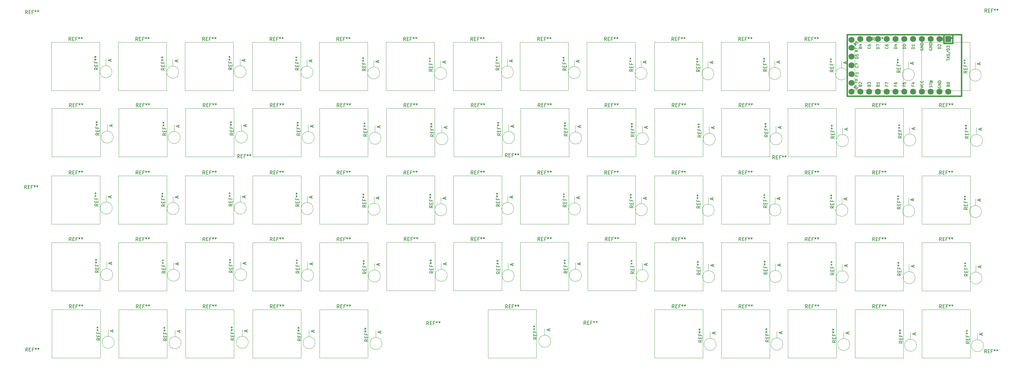
<source format=gbr>
%TF.GenerationSoftware,KiCad,Pcbnew,(6.0.1)*%
%TF.CreationDate,2022-06-24T19:37:25-07:00*%
%TF.ProjectId,75ortho,37356f72-7468-46f2-9e6b-696361645f70,rev?*%
%TF.SameCoordinates,Original*%
%TF.FileFunction,Legend,Top*%
%TF.FilePolarity,Positive*%
%FSLAX46Y46*%
G04 Gerber Fmt 4.6, Leading zero omitted, Abs format (unit mm)*
G04 Created by KiCad (PCBNEW (6.0.1)) date 2022-06-24 19:37:25*
%MOMM*%
%LPD*%
G01*
G04 APERTURE LIST*
%ADD10C,0.150000*%
%ADD11C,0.120000*%
%ADD12C,0.381000*%
%ADD13R,1.752600X1.752600*%
%ADD14C,1.752600*%
G04 APERTURE END LIST*
D10*
%TO.C,REF\u002A\u002A*%
X233230799Y-105646665D02*
X232897466Y-105170475D01*
X232659371Y-105646665D02*
X232659371Y-104646665D01*
X233040323Y-104646665D01*
X233135561Y-104694285D01*
X233183180Y-104741904D01*
X233230799Y-104837142D01*
X233230799Y-104979999D01*
X233183180Y-105075237D01*
X233135561Y-105122856D01*
X233040323Y-105170475D01*
X232659371Y-105170475D01*
X233659371Y-105122856D02*
X233992704Y-105122856D01*
X234135561Y-105646665D02*
X233659371Y-105646665D01*
X233659371Y-104646665D01*
X234135561Y-104646665D01*
X234897466Y-105122856D02*
X234564133Y-105122856D01*
X234564133Y-105646665D02*
X234564133Y-104646665D01*
X235040323Y-104646665D01*
X235564133Y-104646665D02*
X235564133Y-104884761D01*
X235326037Y-104789523D02*
X235564133Y-104884761D01*
X235802228Y-104789523D01*
X235421275Y-105075237D02*
X235564133Y-104884761D01*
X235706990Y-105075237D01*
X236326037Y-104646665D02*
X236326037Y-104884761D01*
X236087942Y-104789523D02*
X236326037Y-104884761D01*
X236564133Y-104789523D01*
X236183180Y-105075237D02*
X236326037Y-104884761D01*
X236468894Y-105075237D01*
X201180866Y-187803180D02*
X200847533Y-187326990D01*
X200609438Y-187803180D02*
X200609438Y-186803180D01*
X200990390Y-186803180D01*
X201085628Y-186850800D01*
X201133247Y-186898419D01*
X201180866Y-186993657D01*
X201180866Y-187136514D01*
X201133247Y-187231752D01*
X201085628Y-187279371D01*
X200990390Y-187326990D01*
X200609438Y-187326990D01*
X201609438Y-187279371D02*
X201942771Y-187279371D01*
X202085628Y-187803180D02*
X201609438Y-187803180D01*
X201609438Y-186803180D01*
X202085628Y-186803180D01*
X202847533Y-187279371D02*
X202514200Y-187279371D01*
X202514200Y-187803180D02*
X202514200Y-186803180D01*
X202990390Y-186803180D01*
X203514200Y-186803180D02*
X203514200Y-187041276D01*
X203276104Y-186946038D02*
X203514200Y-187041276D01*
X203752295Y-186946038D01*
X203371342Y-187231752D02*
X203514200Y-187041276D01*
X203657057Y-187231752D01*
X204276104Y-186803180D02*
X204276104Y-187041276D01*
X204038009Y-186946038D02*
X204276104Y-187041276D01*
X204514200Y-186946038D01*
X204133247Y-187231752D02*
X204276104Y-187041276D01*
X204418961Y-187231752D01*
X291350866Y-163520380D02*
X291017533Y-163044190D01*
X290779438Y-163520380D02*
X290779438Y-162520380D01*
X291160390Y-162520380D01*
X291255628Y-162568000D01*
X291303247Y-162615619D01*
X291350866Y-162710857D01*
X291350866Y-162853714D01*
X291303247Y-162948952D01*
X291255628Y-162996571D01*
X291160390Y-163044190D01*
X290779438Y-163044190D01*
X291779438Y-162996571D02*
X292112771Y-162996571D01*
X292255628Y-163520380D02*
X291779438Y-163520380D01*
X291779438Y-162520380D01*
X292255628Y-162520380D01*
X293017533Y-162996571D02*
X292684200Y-162996571D01*
X292684200Y-163520380D02*
X292684200Y-162520380D01*
X293160390Y-162520380D01*
X293684200Y-162520380D02*
X293684200Y-162758476D01*
X293446104Y-162663238D02*
X293684200Y-162758476D01*
X293922295Y-162663238D01*
X293541342Y-162948952D02*
X293684200Y-162758476D01*
X293827057Y-162948952D01*
X294446104Y-162520380D02*
X294446104Y-162758476D01*
X294208009Y-162663238D02*
X294446104Y-162758476D01*
X294684200Y-162663238D01*
X294303247Y-162948952D02*
X294446104Y-162758476D01*
X294588961Y-162948952D01*
X318117878Y-114056801D02*
X317641688Y-114390134D01*
X318117878Y-114628229D02*
X317117878Y-114628229D01*
X317117878Y-114247277D01*
X317165498Y-114152039D01*
X317213117Y-114104420D01*
X317308355Y-114056801D01*
X317451212Y-114056801D01*
X317546450Y-114104420D01*
X317594069Y-114152039D01*
X317641688Y-114247277D01*
X317641688Y-114628229D01*
X317594069Y-113628229D02*
X317594069Y-113294896D01*
X318117878Y-113152039D02*
X318117878Y-113628229D01*
X317117878Y-113628229D01*
X317117878Y-113152039D01*
X317594069Y-112390134D02*
X317594069Y-112723468D01*
X318117878Y-112723468D02*
X317117878Y-112723468D01*
X317117878Y-112247277D01*
X317117878Y-111723468D02*
X317355974Y-111723468D01*
X317260736Y-111961563D02*
X317355974Y-111723468D01*
X317260736Y-111485372D01*
X317546450Y-111866325D02*
X317355974Y-111723468D01*
X317546450Y-111580610D01*
X317117878Y-110961563D02*
X317355974Y-110961563D01*
X317260736Y-111199658D02*
X317355974Y-110961563D01*
X317260736Y-110723468D01*
X317546450Y-111104420D02*
X317355974Y-110961563D01*
X317546450Y-110818706D01*
X321682799Y-112221563D02*
X321682799Y-111745372D01*
X321968513Y-112316801D02*
X320968513Y-111983468D01*
X321968513Y-111650134D01*
X357365745Y-192606116D02*
X356889555Y-192939449D01*
X357365745Y-193177544D02*
X356365745Y-193177544D01*
X356365745Y-192796592D01*
X356413365Y-192701354D01*
X356460984Y-192653735D01*
X356556222Y-192606116D01*
X356699079Y-192606116D01*
X356794317Y-192653735D01*
X356841936Y-192701354D01*
X356889555Y-192796592D01*
X356889555Y-193177544D01*
X356841936Y-192177544D02*
X356841936Y-191844211D01*
X357365745Y-191701354D02*
X357365745Y-192177544D01*
X356365745Y-192177544D01*
X356365745Y-191701354D01*
X356841936Y-190939449D02*
X356841936Y-191272783D01*
X357365745Y-191272783D02*
X356365745Y-191272783D01*
X356365745Y-190796592D01*
X356365745Y-190272783D02*
X356603841Y-190272783D01*
X356508603Y-190510878D02*
X356603841Y-190272783D01*
X356508603Y-190034687D01*
X356794317Y-190415640D02*
X356603841Y-190272783D01*
X356794317Y-190129925D01*
X356365745Y-189510878D02*
X356603841Y-189510878D01*
X356508603Y-189748973D02*
X356603841Y-189510878D01*
X356508603Y-189272783D01*
X356794317Y-189653735D02*
X356603841Y-189510878D01*
X356794317Y-189368021D01*
X360930666Y-190770878D02*
X360930666Y-190294687D01*
X361216380Y-190866116D02*
X360216380Y-190532783D01*
X361216380Y-190199449D01*
X164325745Y-191753299D02*
X163849555Y-192086632D01*
X164325745Y-192324727D02*
X163325745Y-192324727D01*
X163325745Y-191943775D01*
X163373365Y-191848537D01*
X163420984Y-191800918D01*
X163516222Y-191753299D01*
X163659079Y-191753299D01*
X163754317Y-191800918D01*
X163801936Y-191848537D01*
X163849555Y-191943775D01*
X163849555Y-192324727D01*
X163801936Y-191324727D02*
X163801936Y-190991394D01*
X164325745Y-190848537D02*
X164325745Y-191324727D01*
X163325745Y-191324727D01*
X163325745Y-190848537D01*
X163801936Y-190086632D02*
X163801936Y-190419966D01*
X164325745Y-190419966D02*
X163325745Y-190419966D01*
X163325745Y-189943775D01*
X163325745Y-189419966D02*
X163563841Y-189419966D01*
X163468603Y-189658061D02*
X163563841Y-189419966D01*
X163468603Y-189181870D01*
X163754317Y-189562823D02*
X163563841Y-189419966D01*
X163754317Y-189277108D01*
X163325745Y-188658061D02*
X163563841Y-188658061D01*
X163468603Y-188896156D02*
X163563841Y-188658061D01*
X163468603Y-188419966D01*
X163754317Y-188800918D02*
X163563841Y-188658061D01*
X163754317Y-188515204D01*
X167890666Y-189918061D02*
X167890666Y-189441870D01*
X168176380Y-190013299D02*
X167176380Y-189679966D01*
X168176380Y-189346632D01*
X136537866Y-144267180D02*
X136204533Y-143790990D01*
X135966438Y-144267180D02*
X135966438Y-143267180D01*
X136347390Y-143267180D01*
X136442628Y-143314800D01*
X136490247Y-143362419D01*
X136537866Y-143457657D01*
X136537866Y-143600514D01*
X136490247Y-143695752D01*
X136442628Y-143743371D01*
X136347390Y-143790990D01*
X135966438Y-143790990D01*
X136966438Y-143743371D02*
X137299771Y-143743371D01*
X137442628Y-144267180D02*
X136966438Y-144267180D01*
X136966438Y-143267180D01*
X137442628Y-143267180D01*
X138204533Y-143743371D02*
X137871200Y-143743371D01*
X137871200Y-144267180D02*
X137871200Y-143267180D01*
X138347390Y-143267180D01*
X138871200Y-143267180D02*
X138871200Y-143505276D01*
X138633104Y-143410038D02*
X138871200Y-143505276D01*
X139109295Y-143410038D01*
X138728342Y-143695752D02*
X138871200Y-143505276D01*
X139014057Y-143695752D01*
X139633104Y-143267180D02*
X139633104Y-143505276D01*
X139395009Y-143410038D02*
X139633104Y-143505276D01*
X139871200Y-143410038D01*
X139490247Y-143695752D02*
X139633104Y-143505276D01*
X139775961Y-143695752D01*
X298894945Y-153348499D02*
X298418755Y-153681832D01*
X298894945Y-153919927D02*
X297894945Y-153919927D01*
X297894945Y-153538975D01*
X297942565Y-153443737D01*
X297990184Y-153396118D01*
X298085422Y-153348499D01*
X298228279Y-153348499D01*
X298323517Y-153396118D01*
X298371136Y-153443737D01*
X298418755Y-153538975D01*
X298418755Y-153919927D01*
X298371136Y-152919927D02*
X298371136Y-152586594D01*
X298894945Y-152443737D02*
X298894945Y-152919927D01*
X297894945Y-152919927D01*
X297894945Y-152443737D01*
X298371136Y-151681832D02*
X298371136Y-152015166D01*
X298894945Y-152015166D02*
X297894945Y-152015166D01*
X297894945Y-151538975D01*
X297894945Y-151015166D02*
X298133041Y-151015166D01*
X298037803Y-151253261D02*
X298133041Y-151015166D01*
X298037803Y-150777070D01*
X298323517Y-151158023D02*
X298133041Y-151015166D01*
X298323517Y-150872308D01*
X297894945Y-150253261D02*
X298133041Y-150253261D01*
X298037803Y-150491356D02*
X298133041Y-150253261D01*
X298037803Y-150015166D01*
X298323517Y-150396118D02*
X298133041Y-150253261D01*
X298323517Y-150110404D01*
X302459866Y-151513261D02*
X302459866Y-151037070D01*
X302745580Y-151608499D02*
X301745580Y-151275166D01*
X302745580Y-150941832D01*
X260205878Y-113893618D02*
X259729688Y-114226951D01*
X260205878Y-114465046D02*
X259205878Y-114465046D01*
X259205878Y-114084094D01*
X259253498Y-113988856D01*
X259301117Y-113941237D01*
X259396355Y-113893618D01*
X259539212Y-113893618D01*
X259634450Y-113941237D01*
X259682069Y-113988856D01*
X259729688Y-114084094D01*
X259729688Y-114465046D01*
X259682069Y-113465046D02*
X259682069Y-113131713D01*
X260205878Y-112988856D02*
X260205878Y-113465046D01*
X259205878Y-113465046D01*
X259205878Y-112988856D01*
X259682069Y-112226951D02*
X259682069Y-112560285D01*
X260205878Y-112560285D02*
X259205878Y-112560285D01*
X259205878Y-112084094D01*
X259205878Y-111560285D02*
X259443974Y-111560285D01*
X259348736Y-111798380D02*
X259443974Y-111560285D01*
X259348736Y-111322189D01*
X259634450Y-111703142D02*
X259443974Y-111560285D01*
X259634450Y-111417427D01*
X259205878Y-110798380D02*
X259443974Y-110798380D01*
X259348736Y-111036475D02*
X259443974Y-110798380D01*
X259348736Y-110560285D01*
X259634450Y-110941237D02*
X259443974Y-110798380D01*
X259634450Y-110655523D01*
X263770799Y-112058380D02*
X263770799Y-111582189D01*
X264056513Y-112153618D02*
X263056513Y-111820285D01*
X264056513Y-111486951D01*
X194495799Y-105646665D02*
X194162466Y-105170475D01*
X193924371Y-105646665D02*
X193924371Y-104646665D01*
X194305323Y-104646665D01*
X194400561Y-104694285D01*
X194448180Y-104741904D01*
X194495799Y-104837142D01*
X194495799Y-104979999D01*
X194448180Y-105075237D01*
X194400561Y-105122856D01*
X194305323Y-105170475D01*
X193924371Y-105170475D01*
X194924371Y-105122856D02*
X195257704Y-105122856D01*
X195400561Y-105646665D02*
X194924371Y-105646665D01*
X194924371Y-104646665D01*
X195400561Y-104646665D01*
X196162466Y-105122856D02*
X195829133Y-105122856D01*
X195829133Y-105646665D02*
X195829133Y-104646665D01*
X196305323Y-104646665D01*
X196829133Y-104646665D02*
X196829133Y-104884761D01*
X196591037Y-104789523D02*
X196829133Y-104884761D01*
X197067228Y-104789523D01*
X196686275Y-105075237D02*
X196829133Y-104884761D01*
X196971990Y-105075237D01*
X197591037Y-104646665D02*
X197591037Y-104884761D01*
X197352942Y-104789523D02*
X197591037Y-104884761D01*
X197829133Y-104789523D01*
X197448180Y-105075237D02*
X197591037Y-104884761D01*
X197733894Y-105075237D01*
X117233866Y-163520380D02*
X116900533Y-163044190D01*
X116662438Y-163520380D02*
X116662438Y-162520380D01*
X117043390Y-162520380D01*
X117138628Y-162568000D01*
X117186247Y-162615619D01*
X117233866Y-162710857D01*
X117233866Y-162853714D01*
X117186247Y-162948952D01*
X117138628Y-162996571D01*
X117043390Y-163044190D01*
X116662438Y-163044190D01*
X117662438Y-162996571D02*
X117995771Y-162996571D01*
X118138628Y-163520380D02*
X117662438Y-163520380D01*
X117662438Y-162520380D01*
X118138628Y-162520380D01*
X118900533Y-162996571D02*
X118567200Y-162996571D01*
X118567200Y-163520380D02*
X118567200Y-162520380D01*
X119043390Y-162520380D01*
X119567200Y-162520380D02*
X119567200Y-162758476D01*
X119329104Y-162663238D02*
X119567200Y-162758476D01*
X119805295Y-162663238D01*
X119424342Y-162948952D02*
X119567200Y-162758476D01*
X119710057Y-162948952D01*
X120329104Y-162520380D02*
X120329104Y-162758476D01*
X120091009Y-162663238D02*
X120329104Y-162758476D01*
X120567200Y-162663238D01*
X120186247Y-162948952D02*
X120329104Y-162758476D01*
X120471961Y-162948952D01*
X356806945Y-153820316D02*
X356330755Y-154153649D01*
X356806945Y-154391744D02*
X355806945Y-154391744D01*
X355806945Y-154010792D01*
X355854565Y-153915554D01*
X355902184Y-153867935D01*
X355997422Y-153820316D01*
X356140279Y-153820316D01*
X356235517Y-153867935D01*
X356283136Y-153915554D01*
X356330755Y-154010792D01*
X356330755Y-154391744D01*
X356283136Y-153391744D02*
X356283136Y-153058411D01*
X356806945Y-152915554D02*
X356806945Y-153391744D01*
X355806945Y-153391744D01*
X355806945Y-152915554D01*
X356283136Y-152153649D02*
X356283136Y-152486983D01*
X356806945Y-152486983D02*
X355806945Y-152486983D01*
X355806945Y-152010792D01*
X355806945Y-151486983D02*
X356045041Y-151486983D01*
X355949803Y-151725078D02*
X356045041Y-151486983D01*
X355949803Y-151248887D01*
X356235517Y-151629840D02*
X356045041Y-151486983D01*
X356235517Y-151344125D01*
X355806945Y-150725078D02*
X356045041Y-150725078D01*
X355949803Y-150963173D02*
X356045041Y-150725078D01*
X355949803Y-150486983D01*
X356235517Y-150867935D02*
X356045041Y-150725078D01*
X356235517Y-150582221D01*
X360371866Y-151985078D02*
X360371866Y-151508887D01*
X360657580Y-152080316D02*
X359657580Y-151746983D01*
X360657580Y-151413649D01*
X310527866Y-144267180D02*
X310194533Y-143790990D01*
X309956438Y-144267180D02*
X309956438Y-143267180D01*
X310337390Y-143267180D01*
X310432628Y-143314800D01*
X310480247Y-143362419D01*
X310527866Y-143457657D01*
X310527866Y-143600514D01*
X310480247Y-143695752D01*
X310432628Y-143743371D01*
X310337390Y-143790990D01*
X309956438Y-143790990D01*
X310956438Y-143743371D02*
X311289771Y-143743371D01*
X311432628Y-144267180D02*
X310956438Y-144267180D01*
X310956438Y-143267180D01*
X311432628Y-143267180D01*
X312194533Y-143743371D02*
X311861200Y-143743371D01*
X311861200Y-144267180D02*
X311861200Y-143267180D01*
X312337390Y-143267180D01*
X312861200Y-143267180D02*
X312861200Y-143505276D01*
X312623104Y-143410038D02*
X312861200Y-143505276D01*
X313099295Y-143410038D01*
X312718342Y-143695752D02*
X312861200Y-143505276D01*
X313004057Y-143695752D01*
X313623104Y-143267180D02*
X313623104Y-143505276D01*
X313385009Y-143410038D02*
X313623104Y-143505276D01*
X313861200Y-143410038D01*
X313480247Y-143695752D02*
X313623104Y-143505276D01*
X313765961Y-143695752D01*
X136588666Y-182925980D02*
X136255333Y-182449790D01*
X136017238Y-182925980D02*
X136017238Y-181925980D01*
X136398190Y-181925980D01*
X136493428Y-181973600D01*
X136541047Y-182021219D01*
X136588666Y-182116457D01*
X136588666Y-182259314D01*
X136541047Y-182354552D01*
X136493428Y-182402171D01*
X136398190Y-182449790D01*
X136017238Y-182449790D01*
X137017238Y-182402171D02*
X137350571Y-182402171D01*
X137493428Y-182925980D02*
X137017238Y-182925980D01*
X137017238Y-181925980D01*
X137493428Y-181925980D01*
X138255333Y-182402171D02*
X137922000Y-182402171D01*
X137922000Y-182925980D02*
X137922000Y-181925980D01*
X138398190Y-181925980D01*
X138922000Y-181925980D02*
X138922000Y-182164076D01*
X138683904Y-182068838D02*
X138922000Y-182164076D01*
X139160095Y-182068838D01*
X138779142Y-182354552D02*
X138922000Y-182164076D01*
X139064857Y-182354552D01*
X139683904Y-181925980D02*
X139683904Y-182164076D01*
X139445809Y-182068838D02*
X139683904Y-182164076D01*
X139922000Y-182068838D01*
X139541047Y-182354552D02*
X139683904Y-182164076D01*
X139826761Y-182354552D01*
X144589945Y-172093699D02*
X144113755Y-172427032D01*
X144589945Y-172665127D02*
X143589945Y-172665127D01*
X143589945Y-172284175D01*
X143637565Y-172188937D01*
X143685184Y-172141318D01*
X143780422Y-172093699D01*
X143923279Y-172093699D01*
X144018517Y-172141318D01*
X144066136Y-172188937D01*
X144113755Y-172284175D01*
X144113755Y-172665127D01*
X144066136Y-171665127D02*
X144066136Y-171331794D01*
X144589945Y-171188937D02*
X144589945Y-171665127D01*
X143589945Y-171665127D01*
X143589945Y-171188937D01*
X144066136Y-170427032D02*
X144066136Y-170760366D01*
X144589945Y-170760366D02*
X143589945Y-170760366D01*
X143589945Y-170284175D01*
X143589945Y-169760366D02*
X143828041Y-169760366D01*
X143732803Y-169998461D02*
X143828041Y-169760366D01*
X143732803Y-169522270D01*
X144018517Y-169903223D02*
X143828041Y-169760366D01*
X144018517Y-169617508D01*
X143589945Y-168998461D02*
X143828041Y-168998461D01*
X143732803Y-169236556D02*
X143828041Y-168998461D01*
X143732803Y-168760366D01*
X144018517Y-169141318D02*
X143828041Y-168998461D01*
X144018517Y-168855604D01*
X148154866Y-170258461D02*
X148154866Y-169782270D01*
X148440580Y-170353699D02*
X147440580Y-170020366D01*
X148440580Y-169687032D01*
X182989878Y-113766618D02*
X182513688Y-114099951D01*
X182989878Y-114338046D02*
X181989878Y-114338046D01*
X181989878Y-113957094D01*
X182037498Y-113861856D01*
X182085117Y-113814237D01*
X182180355Y-113766618D01*
X182323212Y-113766618D01*
X182418450Y-113814237D01*
X182466069Y-113861856D01*
X182513688Y-113957094D01*
X182513688Y-114338046D01*
X182466069Y-113338046D02*
X182466069Y-113004713D01*
X182989878Y-112861856D02*
X182989878Y-113338046D01*
X181989878Y-113338046D01*
X181989878Y-112861856D01*
X182466069Y-112099951D02*
X182466069Y-112433285D01*
X182989878Y-112433285D02*
X181989878Y-112433285D01*
X181989878Y-111957094D01*
X181989878Y-111433285D02*
X182227974Y-111433285D01*
X182132736Y-111671380D02*
X182227974Y-111433285D01*
X182132736Y-111195189D01*
X182418450Y-111576142D02*
X182227974Y-111433285D01*
X182418450Y-111290427D01*
X181989878Y-110671380D02*
X182227974Y-110671380D01*
X182132736Y-110909475D02*
X182227974Y-110671380D01*
X182132736Y-110433285D01*
X182418450Y-110814237D02*
X182227974Y-110671380D01*
X182418450Y-110528523D01*
X186554799Y-111931380D02*
X186554799Y-111455189D01*
X186840513Y-112026618D02*
X185840513Y-111693285D01*
X186840513Y-111359951D01*
X221810812Y-172400231D02*
X221334622Y-172733564D01*
X221810812Y-172971659D02*
X220810812Y-172971659D01*
X220810812Y-172590707D01*
X220858432Y-172495469D01*
X220906051Y-172447850D01*
X221001289Y-172400231D01*
X221144146Y-172400231D01*
X221239384Y-172447850D01*
X221287003Y-172495469D01*
X221334622Y-172590707D01*
X221334622Y-172971659D01*
X221287003Y-171971659D02*
X221287003Y-171638326D01*
X221810812Y-171495469D02*
X221810812Y-171971659D01*
X220810812Y-171971659D01*
X220810812Y-171495469D01*
X221287003Y-170733564D02*
X221287003Y-171066898D01*
X221810812Y-171066898D02*
X220810812Y-171066898D01*
X220810812Y-170590707D01*
X220810812Y-170066898D02*
X221048908Y-170066898D01*
X220953670Y-170304993D02*
X221048908Y-170066898D01*
X220953670Y-169828802D01*
X221239384Y-170209755D02*
X221048908Y-170066898D01*
X221239384Y-169924040D01*
X220810812Y-169304993D02*
X221048908Y-169304993D01*
X220953670Y-169543088D02*
X221048908Y-169304993D01*
X220953670Y-169066898D01*
X221239384Y-169447850D02*
X221048908Y-169304993D01*
X221239384Y-169162136D01*
X225375733Y-170564993D02*
X225375733Y-170088802D01*
X225661447Y-170660231D02*
X224661447Y-170326898D01*
X225661447Y-169993564D01*
X301129866Y-139847980D02*
X300796533Y-139371790D01*
X300558438Y-139847980D02*
X300558438Y-138847980D01*
X300939390Y-138847980D01*
X301034628Y-138895600D01*
X301082247Y-138943219D01*
X301129866Y-139038457D01*
X301129866Y-139181314D01*
X301082247Y-139276552D01*
X301034628Y-139324171D01*
X300939390Y-139371790D01*
X300558438Y-139371790D01*
X301558438Y-139324171D02*
X301891771Y-139324171D01*
X302034628Y-139847980D02*
X301558438Y-139847980D01*
X301558438Y-138847980D01*
X302034628Y-138847980D01*
X302796533Y-139324171D02*
X302463200Y-139324171D01*
X302463200Y-139847980D02*
X302463200Y-138847980D01*
X302939390Y-138847980D01*
X303463200Y-138847980D02*
X303463200Y-139086076D01*
X303225104Y-138990838D02*
X303463200Y-139086076D01*
X303701295Y-138990838D01*
X303320342Y-139276552D02*
X303463200Y-139086076D01*
X303606057Y-139276552D01*
X304225104Y-138847980D02*
X304225104Y-139086076D01*
X303987009Y-138990838D02*
X304225104Y-139086076D01*
X304463200Y-138990838D01*
X304082247Y-139276552D02*
X304225104Y-139086076D01*
X304367961Y-139276552D01*
X175272866Y-163520380D02*
X174939533Y-163044190D01*
X174701438Y-163520380D02*
X174701438Y-162520380D01*
X175082390Y-162520380D01*
X175177628Y-162568000D01*
X175225247Y-162615619D01*
X175272866Y-162710857D01*
X175272866Y-162853714D01*
X175225247Y-162948952D01*
X175177628Y-162996571D01*
X175082390Y-163044190D01*
X174701438Y-163044190D01*
X175701438Y-162996571D02*
X176034771Y-162996571D01*
X176177628Y-163520380D02*
X175701438Y-163520380D01*
X175701438Y-162520380D01*
X176177628Y-162520380D01*
X176939533Y-162996571D02*
X176606200Y-162996571D01*
X176606200Y-163520380D02*
X176606200Y-162520380D01*
X177082390Y-162520380D01*
X177606200Y-162520380D02*
X177606200Y-162758476D01*
X177368104Y-162663238D02*
X177606200Y-162758476D01*
X177844295Y-162663238D01*
X177463342Y-162948952D02*
X177606200Y-162758476D01*
X177749057Y-162948952D01*
X178368104Y-162520380D02*
X178368104Y-162758476D01*
X178130009Y-162663238D02*
X178368104Y-162758476D01*
X178606200Y-162663238D01*
X178225247Y-162948952D02*
X178368104Y-162758476D01*
X178510961Y-162948952D01*
X349262866Y-163520380D02*
X348929533Y-163044190D01*
X348691438Y-163520380D02*
X348691438Y-162520380D01*
X349072390Y-162520380D01*
X349167628Y-162568000D01*
X349215247Y-162615619D01*
X349262866Y-162710857D01*
X349262866Y-162853714D01*
X349215247Y-162948952D01*
X349167628Y-162996571D01*
X349072390Y-163044190D01*
X348691438Y-163044190D01*
X349691438Y-162996571D02*
X350024771Y-162996571D01*
X350167628Y-163520380D02*
X349691438Y-163520380D01*
X349691438Y-162520380D01*
X350167628Y-162520380D01*
X350929533Y-162996571D02*
X350596200Y-162996571D01*
X350596200Y-163520380D02*
X350596200Y-162520380D01*
X351072390Y-162520380D01*
X351596200Y-162520380D02*
X351596200Y-162758476D01*
X351358104Y-162663238D02*
X351596200Y-162758476D01*
X351834295Y-162663238D01*
X351453342Y-162948952D02*
X351596200Y-162758476D01*
X351739057Y-162948952D01*
X352358104Y-162520380D02*
X352358104Y-162758476D01*
X352120009Y-162663238D02*
X352358104Y-162758476D01*
X352596200Y-162663238D01*
X352215247Y-162948952D02*
X352358104Y-162758476D01*
X352500961Y-162948952D01*
X310527866Y-163520380D02*
X310194533Y-163044190D01*
X309956438Y-163520380D02*
X309956438Y-162520380D01*
X310337390Y-162520380D01*
X310432628Y-162568000D01*
X310480247Y-162615619D01*
X310527866Y-162710857D01*
X310527866Y-162853714D01*
X310480247Y-162948952D01*
X310432628Y-162996571D01*
X310337390Y-163044190D01*
X309956438Y-163044190D01*
X310956438Y-162996571D02*
X311289771Y-162996571D01*
X311432628Y-163520380D02*
X310956438Y-163520380D01*
X310956438Y-162520380D01*
X311432628Y-162520380D01*
X312194533Y-162996571D02*
X311861200Y-162996571D01*
X311861200Y-163520380D02*
X311861200Y-162520380D01*
X312337390Y-162520380D01*
X312861200Y-162520380D02*
X312861200Y-162758476D01*
X312623104Y-162663238D02*
X312861200Y-162758476D01*
X313099295Y-162663238D01*
X312718342Y-162948952D02*
X312861200Y-162758476D01*
X313004057Y-162948952D01*
X313623104Y-162520380D02*
X313623104Y-162758476D01*
X313385009Y-162663238D02*
X313623104Y-162758476D01*
X313861200Y-162663238D01*
X313480247Y-162948952D02*
X313623104Y-162758476D01*
X313765961Y-162948952D01*
X194708733Y-163482095D02*
X194375400Y-163005905D01*
X194137305Y-163482095D02*
X194137305Y-162482095D01*
X194518257Y-162482095D01*
X194613495Y-162529715D01*
X194661114Y-162577334D01*
X194708733Y-162672572D01*
X194708733Y-162815429D01*
X194661114Y-162910667D01*
X194613495Y-162958286D01*
X194518257Y-163005905D01*
X194137305Y-163005905D01*
X195137305Y-162958286D02*
X195470638Y-162958286D01*
X195613495Y-163482095D02*
X195137305Y-163482095D01*
X195137305Y-162482095D01*
X195613495Y-162482095D01*
X196375400Y-162958286D02*
X196042067Y-162958286D01*
X196042067Y-163482095D02*
X196042067Y-162482095D01*
X196518257Y-162482095D01*
X197042067Y-162482095D02*
X197042067Y-162720191D01*
X196803971Y-162624953D02*
X197042067Y-162720191D01*
X197280162Y-162624953D01*
X196899209Y-162910667D02*
X197042067Y-162720191D01*
X197184924Y-162910667D01*
X197803971Y-162482095D02*
X197803971Y-162720191D01*
X197565876Y-162624953D02*
X197803971Y-162720191D01*
X198042067Y-162624953D01*
X197661114Y-162910667D02*
X197803971Y-162720191D01*
X197946828Y-162910667D01*
X136456799Y-105646665D02*
X136123466Y-105170475D01*
X135885371Y-105646665D02*
X135885371Y-104646665D01*
X136266323Y-104646665D01*
X136361561Y-104694285D01*
X136409180Y-104741904D01*
X136456799Y-104837142D01*
X136456799Y-104979999D01*
X136409180Y-105075237D01*
X136361561Y-105122856D01*
X136266323Y-105170475D01*
X135885371Y-105170475D01*
X136885371Y-105122856D02*
X137218704Y-105122856D01*
X137361561Y-105646665D02*
X136885371Y-105646665D01*
X136885371Y-104646665D01*
X137361561Y-104646665D01*
X138123466Y-105122856D02*
X137790133Y-105122856D01*
X137790133Y-105646665D02*
X137790133Y-104646665D01*
X138266323Y-104646665D01*
X138790133Y-104646665D02*
X138790133Y-104884761D01*
X138552037Y-104789523D02*
X138790133Y-104884761D01*
X139028228Y-104789523D01*
X138647275Y-105075237D02*
X138790133Y-104884761D01*
X138932990Y-105075237D01*
X139552037Y-104646665D02*
X139552037Y-104884761D01*
X139313942Y-104789523D02*
X139552037Y-104884761D01*
X139790133Y-104789523D01*
X139409180Y-105075237D02*
X139552037Y-104884761D01*
X139694894Y-105075237D01*
X106032745Y-132317299D02*
X105556555Y-132650632D01*
X106032745Y-132888727D02*
X105032745Y-132888727D01*
X105032745Y-132507775D01*
X105080365Y-132412537D01*
X105127984Y-132364918D01*
X105223222Y-132317299D01*
X105366079Y-132317299D01*
X105461317Y-132364918D01*
X105508936Y-132412537D01*
X105556555Y-132507775D01*
X105556555Y-132888727D01*
X105508936Y-131888727D02*
X105508936Y-131555394D01*
X106032745Y-131412537D02*
X106032745Y-131888727D01*
X105032745Y-131888727D01*
X105032745Y-131412537D01*
X105508936Y-130650632D02*
X105508936Y-130983966D01*
X106032745Y-130983966D02*
X105032745Y-130983966D01*
X105032745Y-130507775D01*
X105032745Y-129983966D02*
X105270841Y-129983966D01*
X105175603Y-130222061D02*
X105270841Y-129983966D01*
X105175603Y-129745870D01*
X105461317Y-130126823D02*
X105270841Y-129983966D01*
X105461317Y-129841108D01*
X105032745Y-129222061D02*
X105270841Y-129222061D01*
X105175603Y-129460156D02*
X105270841Y-129222061D01*
X105175603Y-128983966D01*
X105461317Y-129364918D02*
X105270841Y-129222061D01*
X105461317Y-129079204D01*
X109597666Y-130482061D02*
X109597666Y-130005870D01*
X109883380Y-130577299D02*
X108883380Y-130243966D01*
X109883380Y-129910632D01*
X299199745Y-132825299D02*
X298723555Y-133158632D01*
X299199745Y-133396727D02*
X298199745Y-133396727D01*
X298199745Y-133015775D01*
X298247365Y-132920537D01*
X298294984Y-132872918D01*
X298390222Y-132825299D01*
X298533079Y-132825299D01*
X298628317Y-132872918D01*
X298675936Y-132920537D01*
X298723555Y-133015775D01*
X298723555Y-133396727D01*
X298675936Y-132396727D02*
X298675936Y-132063394D01*
X299199745Y-131920537D02*
X299199745Y-132396727D01*
X298199745Y-132396727D01*
X298199745Y-131920537D01*
X298675936Y-131158632D02*
X298675936Y-131491966D01*
X299199745Y-131491966D02*
X298199745Y-131491966D01*
X298199745Y-131015775D01*
X298199745Y-130491966D02*
X298437841Y-130491966D01*
X298342603Y-130730061D02*
X298437841Y-130491966D01*
X298342603Y-130253870D01*
X298628317Y-130634823D02*
X298437841Y-130491966D01*
X298628317Y-130349108D01*
X298199745Y-129730061D02*
X298437841Y-129730061D01*
X298342603Y-129968156D02*
X298437841Y-129730061D01*
X298342603Y-129491966D01*
X298628317Y-129872918D02*
X298437841Y-129730061D01*
X298628317Y-129587204D01*
X302764666Y-130990061D02*
X302764666Y-130513870D01*
X303050380Y-131085299D02*
X302050380Y-130751966D01*
X303050380Y-130418632D01*
X310578666Y-124759980D02*
X310245333Y-124283790D01*
X310007238Y-124759980D02*
X310007238Y-123759980D01*
X310388190Y-123759980D01*
X310483428Y-123807600D01*
X310531047Y-123855219D01*
X310578666Y-123950457D01*
X310578666Y-124093314D01*
X310531047Y-124188552D01*
X310483428Y-124236171D01*
X310388190Y-124283790D01*
X310007238Y-124283790D01*
X311007238Y-124236171D02*
X311340571Y-124236171D01*
X311483428Y-124759980D02*
X311007238Y-124759980D01*
X311007238Y-123759980D01*
X311483428Y-123759980D01*
X312245333Y-124236171D02*
X311912000Y-124236171D01*
X311912000Y-124759980D02*
X311912000Y-123759980D01*
X312388190Y-123759980D01*
X312912000Y-123759980D02*
X312912000Y-123998076D01*
X312673904Y-123902838D02*
X312912000Y-123998076D01*
X313150095Y-123902838D01*
X312769142Y-124188552D02*
X312912000Y-123998076D01*
X313054857Y-124188552D01*
X313673904Y-123759980D02*
X313673904Y-123998076D01*
X313435809Y-123902838D02*
X313673904Y-123998076D01*
X313912000Y-123902838D01*
X313531047Y-124188552D02*
X313673904Y-123998076D01*
X313816761Y-124188552D01*
X155968866Y-163520380D02*
X155635533Y-163044190D01*
X155397438Y-163520380D02*
X155397438Y-162520380D01*
X155778390Y-162520380D01*
X155873628Y-162568000D01*
X155921247Y-162615619D01*
X155968866Y-162710857D01*
X155968866Y-162853714D01*
X155921247Y-162948952D01*
X155873628Y-162996571D01*
X155778390Y-163044190D01*
X155397438Y-163044190D01*
X156397438Y-162996571D02*
X156730771Y-162996571D01*
X156873628Y-163520380D02*
X156397438Y-163520380D01*
X156397438Y-162520380D01*
X156873628Y-162520380D01*
X157635533Y-162996571D02*
X157302200Y-162996571D01*
X157302200Y-163520380D02*
X157302200Y-162520380D01*
X157778390Y-162520380D01*
X158302200Y-162520380D02*
X158302200Y-162758476D01*
X158064104Y-162663238D02*
X158302200Y-162758476D01*
X158540295Y-162663238D01*
X158159342Y-162948952D02*
X158302200Y-162758476D01*
X158445057Y-162948952D01*
X159064104Y-162520380D02*
X159064104Y-162758476D01*
X158826009Y-162663238D02*
X159064104Y-162758476D01*
X159302200Y-162663238D01*
X158921247Y-162948952D02*
X159064104Y-162758476D01*
X159206961Y-162948952D01*
X349181799Y-105646665D02*
X348848466Y-105170475D01*
X348610371Y-105646665D02*
X348610371Y-104646665D01*
X348991323Y-104646665D01*
X349086561Y-104694285D01*
X349134180Y-104741904D01*
X349181799Y-104837142D01*
X349181799Y-104979999D01*
X349134180Y-105075237D01*
X349086561Y-105122856D01*
X348991323Y-105170475D01*
X348610371Y-105170475D01*
X349610371Y-105122856D02*
X349943704Y-105122856D01*
X350086561Y-105646665D02*
X349610371Y-105646665D01*
X349610371Y-104646665D01*
X350086561Y-104646665D01*
X350848466Y-105122856D02*
X350515133Y-105122856D01*
X350515133Y-105646665D02*
X350515133Y-104646665D01*
X350991323Y-104646665D01*
X351515133Y-104646665D02*
X351515133Y-104884761D01*
X351277037Y-104789523D02*
X351515133Y-104884761D01*
X351753228Y-104789523D01*
X351372275Y-105075237D02*
X351515133Y-104884761D01*
X351657990Y-105075237D01*
X352277037Y-104646665D02*
X352277037Y-104884761D01*
X352038942Y-104789523D02*
X352277037Y-104884761D01*
X352515133Y-104789523D01*
X352134180Y-105075237D02*
X352277037Y-104884761D01*
X352419894Y-105075237D01*
X252534799Y-105646665D02*
X252201466Y-105170475D01*
X251963371Y-105646665D02*
X251963371Y-104646665D01*
X252344323Y-104646665D01*
X252439561Y-104694285D01*
X252487180Y-104741904D01*
X252534799Y-104837142D01*
X252534799Y-104979999D01*
X252487180Y-105075237D01*
X252439561Y-105122856D01*
X252344323Y-105170475D01*
X251963371Y-105170475D01*
X252963371Y-105122856D02*
X253296704Y-105122856D01*
X253439561Y-105646665D02*
X252963371Y-105646665D01*
X252963371Y-104646665D01*
X253439561Y-104646665D01*
X254201466Y-105122856D02*
X253868133Y-105122856D01*
X253868133Y-105646665D02*
X253868133Y-104646665D01*
X254344323Y-104646665D01*
X254868133Y-104646665D02*
X254868133Y-104884761D01*
X254630037Y-104789523D02*
X254868133Y-104884761D01*
X255106228Y-104789523D01*
X254725275Y-105075237D02*
X254868133Y-104884761D01*
X255010990Y-105075237D01*
X255630037Y-104646665D02*
X255630037Y-104884761D01*
X255391942Y-104789523D02*
X255630037Y-104884761D01*
X255868133Y-104789523D01*
X255487180Y-105075237D02*
X255630037Y-104884761D01*
X255772894Y-105075237D01*
X97848799Y-105646665D02*
X97515466Y-105170475D01*
X97277371Y-105646665D02*
X97277371Y-104646665D01*
X97658323Y-104646665D01*
X97753561Y-104694285D01*
X97801180Y-104741904D01*
X97848799Y-104837142D01*
X97848799Y-104979999D01*
X97801180Y-105075237D01*
X97753561Y-105122856D01*
X97658323Y-105170475D01*
X97277371Y-105170475D01*
X98277371Y-105122856D02*
X98610704Y-105122856D01*
X98753561Y-105646665D02*
X98277371Y-105646665D01*
X98277371Y-104646665D01*
X98753561Y-104646665D01*
X99515466Y-105122856D02*
X99182133Y-105122856D01*
X99182133Y-105646665D02*
X99182133Y-104646665D01*
X99658323Y-104646665D01*
X100182133Y-104646665D02*
X100182133Y-104884761D01*
X99944037Y-104789523D02*
X100182133Y-104884761D01*
X100420228Y-104789523D01*
X100039275Y-105075237D02*
X100182133Y-104884761D01*
X100324990Y-105075237D01*
X100944037Y-104646665D02*
X100944037Y-104884761D01*
X100705942Y-104789523D02*
X100944037Y-104884761D01*
X101182133Y-104789523D01*
X100801180Y-105075237D02*
X100944037Y-104884761D01*
X101086894Y-105075237D01*
X175191799Y-105646665D02*
X174858466Y-105170475D01*
X174620371Y-105646665D02*
X174620371Y-104646665D01*
X175001323Y-104646665D01*
X175096561Y-104694285D01*
X175144180Y-104741904D01*
X175191799Y-104837142D01*
X175191799Y-104979999D01*
X175144180Y-105075237D01*
X175096561Y-105122856D01*
X175001323Y-105170475D01*
X174620371Y-105170475D01*
X175620371Y-105122856D02*
X175953704Y-105122856D01*
X176096561Y-105646665D02*
X175620371Y-105646665D01*
X175620371Y-104646665D01*
X176096561Y-104646665D01*
X176858466Y-105122856D02*
X176525133Y-105122856D01*
X176525133Y-105646665D02*
X176525133Y-104646665D01*
X177001323Y-104646665D01*
X177525133Y-104646665D02*
X177525133Y-104884761D01*
X177287037Y-104789523D02*
X177525133Y-104884761D01*
X177763228Y-104789523D01*
X177382275Y-105075237D02*
X177525133Y-104884761D01*
X177667990Y-105075237D01*
X178287037Y-104646665D02*
X178287037Y-104884761D01*
X178048942Y-104789523D02*
X178287037Y-104884761D01*
X178525133Y-104789523D01*
X178144180Y-105075237D02*
X178287037Y-104884761D01*
X178429894Y-105075237D01*
X183070945Y-153185316D02*
X182594755Y-153518649D01*
X183070945Y-153756744D02*
X182070945Y-153756744D01*
X182070945Y-153375792D01*
X182118565Y-153280554D01*
X182166184Y-153232935D01*
X182261422Y-153185316D01*
X182404279Y-153185316D01*
X182499517Y-153232935D01*
X182547136Y-153280554D01*
X182594755Y-153375792D01*
X182594755Y-153756744D01*
X182547136Y-152756744D02*
X182547136Y-152423411D01*
X183070945Y-152280554D02*
X183070945Y-152756744D01*
X182070945Y-152756744D01*
X182070945Y-152280554D01*
X182547136Y-151518649D02*
X182547136Y-151851983D01*
X183070945Y-151851983D02*
X182070945Y-151851983D01*
X182070945Y-151375792D01*
X182070945Y-150851983D02*
X182309041Y-150851983D01*
X182213803Y-151090078D02*
X182309041Y-150851983D01*
X182213803Y-150613887D01*
X182499517Y-150994840D02*
X182309041Y-150851983D01*
X182499517Y-150709125D01*
X182070945Y-150090078D02*
X182309041Y-150090078D01*
X182213803Y-150328173D02*
X182309041Y-150090078D01*
X182213803Y-149851983D01*
X182499517Y-150232935D02*
X182309041Y-150090078D01*
X182499517Y-149947221D01*
X186635866Y-151350078D02*
X186635866Y-150873887D01*
X186921580Y-151445316D02*
X185921580Y-151111983D01*
X186921580Y-150778649D01*
X291350866Y-144267180D02*
X291017533Y-143790990D01*
X290779438Y-144267180D02*
X290779438Y-143267180D01*
X291160390Y-143267180D01*
X291255628Y-143314800D01*
X291303247Y-143362419D01*
X291350866Y-143457657D01*
X291350866Y-143600514D01*
X291303247Y-143695752D01*
X291255628Y-143743371D01*
X291160390Y-143790990D01*
X290779438Y-143790990D01*
X291779438Y-143743371D02*
X292112771Y-143743371D01*
X292255628Y-144267180D02*
X291779438Y-144267180D01*
X291779438Y-143267180D01*
X292255628Y-143267180D01*
X293017533Y-143743371D02*
X292684200Y-143743371D01*
X292684200Y-144267180D02*
X292684200Y-143267180D01*
X293160390Y-143267180D01*
X293684200Y-143267180D02*
X293684200Y-143505276D01*
X293446104Y-143410038D02*
X293684200Y-143505276D01*
X293922295Y-143410038D01*
X293541342Y-143695752D02*
X293684200Y-143505276D01*
X293827057Y-143695752D01*
X294446104Y-143267180D02*
X294446104Y-143505276D01*
X294208009Y-143410038D02*
X294446104Y-143505276D01*
X294684200Y-143410038D01*
X294303247Y-143695752D02*
X294446104Y-143505276D01*
X294588961Y-143695752D01*
X318757745Y-192261299D02*
X318281555Y-192594632D01*
X318757745Y-192832727D02*
X317757745Y-192832727D01*
X317757745Y-192451775D01*
X317805365Y-192356537D01*
X317852984Y-192308918D01*
X317948222Y-192261299D01*
X318091079Y-192261299D01*
X318186317Y-192308918D01*
X318233936Y-192356537D01*
X318281555Y-192451775D01*
X318281555Y-192832727D01*
X318233936Y-191832727D02*
X318233936Y-191499394D01*
X318757745Y-191356537D02*
X318757745Y-191832727D01*
X317757745Y-191832727D01*
X317757745Y-191356537D01*
X318233936Y-190594632D02*
X318233936Y-190927966D01*
X318757745Y-190927966D02*
X317757745Y-190927966D01*
X317757745Y-190451775D01*
X317757745Y-189927966D02*
X317995841Y-189927966D01*
X317900603Y-190166061D02*
X317995841Y-189927966D01*
X317900603Y-189689870D01*
X318186317Y-190070823D02*
X317995841Y-189927966D01*
X318186317Y-189785108D01*
X317757745Y-189166061D02*
X317995841Y-189166061D01*
X317900603Y-189404156D02*
X317995841Y-189166061D01*
X317900603Y-188927966D01*
X318186317Y-189308918D02*
X317995841Y-189166061D01*
X318186317Y-189023204D01*
X322322666Y-190426061D02*
X322322666Y-189949870D01*
X322608380Y-190521299D02*
X321608380Y-190187966D01*
X322608380Y-189854632D01*
X144462945Y-152840499D02*
X143986755Y-153173832D01*
X144462945Y-153411927D02*
X143462945Y-153411927D01*
X143462945Y-153030975D01*
X143510565Y-152935737D01*
X143558184Y-152888118D01*
X143653422Y-152840499D01*
X143796279Y-152840499D01*
X143891517Y-152888118D01*
X143939136Y-152935737D01*
X143986755Y-153030975D01*
X143986755Y-153411927D01*
X143939136Y-152411927D02*
X143939136Y-152078594D01*
X144462945Y-151935737D02*
X144462945Y-152411927D01*
X143462945Y-152411927D01*
X143462945Y-151935737D01*
X143939136Y-151173832D02*
X143939136Y-151507166D01*
X144462945Y-151507166D02*
X143462945Y-151507166D01*
X143462945Y-151030975D01*
X143462945Y-150507166D02*
X143701041Y-150507166D01*
X143605803Y-150745261D02*
X143701041Y-150507166D01*
X143605803Y-150269070D01*
X143891517Y-150650023D02*
X143701041Y-150507166D01*
X143891517Y-150364308D01*
X143462945Y-149745261D02*
X143701041Y-149745261D01*
X143605803Y-149983356D02*
X143701041Y-149745261D01*
X143605803Y-149507166D01*
X143891517Y-149888118D02*
X143701041Y-149745261D01*
X143891517Y-149602404D01*
X148027866Y-151005261D02*
X148027866Y-150529070D01*
X148313580Y-151100499D02*
X147313580Y-150767166D01*
X148313580Y-150433832D01*
X136537866Y-163520380D02*
X136204533Y-163044190D01*
X135966438Y-163520380D02*
X135966438Y-162520380D01*
X136347390Y-162520380D01*
X136442628Y-162568000D01*
X136490247Y-162615619D01*
X136537866Y-162710857D01*
X136537866Y-162853714D01*
X136490247Y-162948952D01*
X136442628Y-162996571D01*
X136347390Y-163044190D01*
X135966438Y-163044190D01*
X136966438Y-162996571D02*
X137299771Y-162996571D01*
X137442628Y-163520380D02*
X136966438Y-163520380D01*
X136966438Y-162520380D01*
X137442628Y-162520380D01*
X138204533Y-162996571D02*
X137871200Y-162996571D01*
X137871200Y-163520380D02*
X137871200Y-162520380D01*
X138347390Y-162520380D01*
X138871200Y-162520380D02*
X138871200Y-162758476D01*
X138633104Y-162663238D02*
X138871200Y-162758476D01*
X139109295Y-162663238D01*
X138728342Y-162948952D02*
X138871200Y-162758476D01*
X139014057Y-162948952D01*
X139633104Y-162520380D02*
X139633104Y-162758476D01*
X139395009Y-162663238D02*
X139633104Y-162758476D01*
X139871200Y-162663238D01*
X139490247Y-162948952D02*
X139633104Y-162758476D01*
X139775961Y-162948952D01*
X156019666Y-182925980D02*
X155686333Y-182449790D01*
X155448238Y-182925980D02*
X155448238Y-181925980D01*
X155829190Y-181925980D01*
X155924428Y-181973600D01*
X155972047Y-182021219D01*
X156019666Y-182116457D01*
X156019666Y-182259314D01*
X155972047Y-182354552D01*
X155924428Y-182402171D01*
X155829190Y-182449790D01*
X155448238Y-182449790D01*
X156448238Y-182402171D02*
X156781571Y-182402171D01*
X156924428Y-182925980D02*
X156448238Y-182925980D01*
X156448238Y-181925980D01*
X156924428Y-181925980D01*
X157686333Y-182402171D02*
X157353000Y-182402171D01*
X157353000Y-182925980D02*
X157353000Y-181925980D01*
X157829190Y-181925980D01*
X158353000Y-181925980D02*
X158353000Y-182164076D01*
X158114904Y-182068838D02*
X158353000Y-182164076D01*
X158591095Y-182068838D01*
X158210142Y-182354552D02*
X158353000Y-182164076D01*
X158495857Y-182354552D01*
X159114904Y-181925980D02*
X159114904Y-182164076D01*
X158876809Y-182068838D02*
X159114904Y-182164076D01*
X159353000Y-182068838D01*
X158972047Y-182354552D02*
X159114904Y-182164076D01*
X159257761Y-182354552D01*
X202293878Y-113893618D02*
X201817688Y-114226951D01*
X202293878Y-114465046D02*
X201293878Y-114465046D01*
X201293878Y-114084094D01*
X201341498Y-113988856D01*
X201389117Y-113941237D01*
X201484355Y-113893618D01*
X201627212Y-113893618D01*
X201722450Y-113941237D01*
X201770069Y-113988856D01*
X201817688Y-114084094D01*
X201817688Y-114465046D01*
X201770069Y-113465046D02*
X201770069Y-113131713D01*
X202293878Y-112988856D02*
X202293878Y-113465046D01*
X201293878Y-113465046D01*
X201293878Y-112988856D01*
X201770069Y-112226951D02*
X201770069Y-112560285D01*
X202293878Y-112560285D02*
X201293878Y-112560285D01*
X201293878Y-112084094D01*
X201293878Y-111560285D02*
X201531974Y-111560285D01*
X201436736Y-111798380D02*
X201531974Y-111560285D01*
X201436736Y-111322189D01*
X201722450Y-111703142D02*
X201531974Y-111560285D01*
X201722450Y-111417427D01*
X201293878Y-110798380D02*
X201531974Y-110798380D01*
X201436736Y-111036475D02*
X201531974Y-110798380D01*
X201436736Y-110560285D01*
X201722450Y-110941237D02*
X201531974Y-110798380D01*
X201722450Y-110655523D01*
X205858799Y-112058380D02*
X205858799Y-111582189D01*
X206144513Y-112153618D02*
X205144513Y-111820285D01*
X206144513Y-111486951D01*
X272046866Y-144267180D02*
X271713533Y-143790990D01*
X271475438Y-144267180D02*
X271475438Y-143267180D01*
X271856390Y-143267180D01*
X271951628Y-143314800D01*
X271999247Y-143362419D01*
X272046866Y-143457657D01*
X272046866Y-143600514D01*
X271999247Y-143695752D01*
X271951628Y-143743371D01*
X271856390Y-143790990D01*
X271475438Y-143790990D01*
X272475438Y-143743371D02*
X272808771Y-143743371D01*
X272951628Y-144267180D02*
X272475438Y-144267180D01*
X272475438Y-143267180D01*
X272951628Y-143267180D01*
X273713533Y-143743371D02*
X273380200Y-143743371D01*
X273380200Y-144267180D02*
X273380200Y-143267180D01*
X273856390Y-143267180D01*
X274380200Y-143267180D02*
X274380200Y-143505276D01*
X274142104Y-143410038D02*
X274380200Y-143505276D01*
X274618295Y-143410038D01*
X274237342Y-143695752D02*
X274380200Y-143505276D01*
X274523057Y-143695752D01*
X275142104Y-143267180D02*
X275142104Y-143505276D01*
X274904009Y-143410038D02*
X275142104Y-143505276D01*
X275380200Y-143410038D01*
X274999247Y-143695752D02*
X275142104Y-143505276D01*
X275284961Y-143695752D01*
X125590745Y-191753299D02*
X125114555Y-192086632D01*
X125590745Y-192324727D02*
X124590745Y-192324727D01*
X124590745Y-191943775D01*
X124638365Y-191848537D01*
X124685984Y-191800918D01*
X124781222Y-191753299D01*
X124924079Y-191753299D01*
X125019317Y-191800918D01*
X125066936Y-191848537D01*
X125114555Y-191943775D01*
X125114555Y-192324727D01*
X125066936Y-191324727D02*
X125066936Y-190991394D01*
X125590745Y-190848537D02*
X125590745Y-191324727D01*
X124590745Y-191324727D01*
X124590745Y-190848537D01*
X125066936Y-190086632D02*
X125066936Y-190419966D01*
X125590745Y-190419966D02*
X124590745Y-190419966D01*
X124590745Y-189943775D01*
X124590745Y-189419966D02*
X124828841Y-189419966D01*
X124733603Y-189658061D02*
X124828841Y-189419966D01*
X124733603Y-189181870D01*
X125019317Y-189562823D02*
X124828841Y-189419966D01*
X125019317Y-189277108D01*
X124590745Y-188658061D02*
X124828841Y-188658061D01*
X124733603Y-188896156D02*
X124828841Y-188658061D01*
X124733603Y-188419966D01*
X125019317Y-188800918D02*
X124828841Y-188658061D01*
X125019317Y-188515204D01*
X129155666Y-189918061D02*
X129155666Y-189441870D01*
X129441380Y-190013299D02*
X128441380Y-189679966D01*
X129441380Y-189346632D01*
X233316733Y-163482095D02*
X232983400Y-163005905D01*
X232745305Y-163482095D02*
X232745305Y-162482095D01*
X233126257Y-162482095D01*
X233221495Y-162529715D01*
X233269114Y-162577334D01*
X233316733Y-162672572D01*
X233316733Y-162815429D01*
X233269114Y-162910667D01*
X233221495Y-162958286D01*
X233126257Y-163005905D01*
X232745305Y-163005905D01*
X233745305Y-162958286D02*
X234078638Y-162958286D01*
X234221495Y-163482095D02*
X233745305Y-163482095D01*
X233745305Y-162482095D01*
X234221495Y-162482095D01*
X234983400Y-162958286D02*
X234650067Y-162958286D01*
X234650067Y-163482095D02*
X234650067Y-162482095D01*
X235126257Y-162482095D01*
X235650067Y-162482095D02*
X235650067Y-162720191D01*
X235411971Y-162624953D02*
X235650067Y-162720191D01*
X235888162Y-162624953D01*
X235507209Y-162910667D02*
X235650067Y-162720191D01*
X235792924Y-162910667D01*
X236411971Y-162482095D02*
X236411971Y-162720191D01*
X236173876Y-162624953D02*
X236411971Y-162720191D01*
X236650067Y-162624953D01*
X236269114Y-162910667D02*
X236411971Y-162720191D01*
X236554828Y-162910667D01*
X97929866Y-163520380D02*
X97596533Y-163044190D01*
X97358438Y-163520380D02*
X97358438Y-162520380D01*
X97739390Y-162520380D01*
X97834628Y-162568000D01*
X97882247Y-162615619D01*
X97929866Y-162710857D01*
X97929866Y-162853714D01*
X97882247Y-162948952D01*
X97834628Y-162996571D01*
X97739390Y-163044190D01*
X97358438Y-163044190D01*
X98358438Y-162996571D02*
X98691771Y-162996571D01*
X98834628Y-163520380D02*
X98358438Y-163520380D01*
X98358438Y-162520380D01*
X98834628Y-162520380D01*
X99596533Y-162996571D02*
X99263200Y-162996571D01*
X99263200Y-163520380D02*
X99263200Y-162520380D01*
X99739390Y-162520380D01*
X100263200Y-162520380D02*
X100263200Y-162758476D01*
X100025104Y-162663238D02*
X100263200Y-162758476D01*
X100501295Y-162663238D01*
X100120342Y-162948952D02*
X100263200Y-162758476D01*
X100406057Y-162948952D01*
X101025104Y-162520380D02*
X101025104Y-162758476D01*
X100787009Y-162663238D02*
X101025104Y-162758476D01*
X101263200Y-162663238D01*
X100882247Y-162948952D02*
X101025104Y-162758476D01*
X101167961Y-162948952D01*
X318325945Y-172728699D02*
X317849755Y-173062032D01*
X318325945Y-173300127D02*
X317325945Y-173300127D01*
X317325945Y-172919175D01*
X317373565Y-172823937D01*
X317421184Y-172776318D01*
X317516422Y-172728699D01*
X317659279Y-172728699D01*
X317754517Y-172776318D01*
X317802136Y-172823937D01*
X317849755Y-172919175D01*
X317849755Y-173300127D01*
X317802136Y-172300127D02*
X317802136Y-171966794D01*
X318325945Y-171823937D02*
X318325945Y-172300127D01*
X317325945Y-172300127D01*
X317325945Y-171823937D01*
X317802136Y-171062032D02*
X317802136Y-171395366D01*
X318325945Y-171395366D02*
X317325945Y-171395366D01*
X317325945Y-170919175D01*
X317325945Y-170395366D02*
X317564041Y-170395366D01*
X317468803Y-170633461D02*
X317564041Y-170395366D01*
X317468803Y-170157270D01*
X317754517Y-170538223D02*
X317564041Y-170395366D01*
X317754517Y-170252508D01*
X317325945Y-169633461D02*
X317564041Y-169633461D01*
X317468803Y-169871556D02*
X317564041Y-169633461D01*
X317468803Y-169395366D01*
X317754517Y-169776318D02*
X317564041Y-169633461D01*
X317754517Y-169490604D01*
X321890866Y-170893461D02*
X321890866Y-170417270D01*
X322176580Y-170988699D02*
X321176580Y-170655366D01*
X322176580Y-170322032D01*
X349313666Y-124759980D02*
X348980333Y-124283790D01*
X348742238Y-124759980D02*
X348742238Y-123759980D01*
X349123190Y-123759980D01*
X349218428Y-123807600D01*
X349266047Y-123855219D01*
X349313666Y-123950457D01*
X349313666Y-124093314D01*
X349266047Y-124188552D01*
X349218428Y-124236171D01*
X349123190Y-124283790D01*
X348742238Y-124283790D01*
X349742238Y-124236171D02*
X350075571Y-124236171D01*
X350218428Y-124759980D02*
X349742238Y-124759980D01*
X349742238Y-123759980D01*
X350218428Y-123759980D01*
X350980333Y-124236171D02*
X350647000Y-124236171D01*
X350647000Y-124759980D02*
X350647000Y-123759980D01*
X351123190Y-123759980D01*
X351647000Y-123759980D02*
X351647000Y-123998076D01*
X351408904Y-123902838D02*
X351647000Y-123998076D01*
X351885095Y-123902838D01*
X351504142Y-124188552D02*
X351647000Y-123998076D01*
X351789857Y-124188552D01*
X352408904Y-123759980D02*
X352408904Y-123998076D01*
X352170809Y-123902838D02*
X352408904Y-123998076D01*
X352647000Y-123902838D01*
X352266047Y-124188552D02*
X352408904Y-123998076D01*
X352551761Y-124188552D01*
X271965799Y-105646665D02*
X271632466Y-105170475D01*
X271394371Y-105646665D02*
X271394371Y-104646665D01*
X271775323Y-104646665D01*
X271870561Y-104694285D01*
X271918180Y-104741904D01*
X271965799Y-104837142D01*
X271965799Y-104979999D01*
X271918180Y-105075237D01*
X271870561Y-105122856D01*
X271775323Y-105170475D01*
X271394371Y-105170475D01*
X272394371Y-105122856D02*
X272727704Y-105122856D01*
X272870561Y-105646665D02*
X272394371Y-105646665D01*
X272394371Y-104646665D01*
X272870561Y-104646665D01*
X273632466Y-105122856D02*
X273299133Y-105122856D01*
X273299133Y-105646665D02*
X273299133Y-104646665D01*
X273775323Y-104646665D01*
X274299133Y-104646665D02*
X274299133Y-104884761D01*
X274061037Y-104789523D02*
X274299133Y-104884761D01*
X274537228Y-104789523D01*
X274156275Y-105075237D02*
X274299133Y-104884761D01*
X274441990Y-105075237D01*
X275061037Y-104646665D02*
X275061037Y-104884761D01*
X274822942Y-104789523D02*
X275061037Y-104884761D01*
X275299133Y-104789523D01*
X274918180Y-105075237D02*
X275061037Y-104884761D01*
X275203894Y-105075237D01*
X175323666Y-124759980D02*
X174990333Y-124283790D01*
X174752238Y-124759980D02*
X174752238Y-123759980D01*
X175133190Y-123759980D01*
X175228428Y-123807600D01*
X175276047Y-123855219D01*
X175323666Y-123950457D01*
X175323666Y-124093314D01*
X175276047Y-124188552D01*
X175228428Y-124236171D01*
X175133190Y-124283790D01*
X174752238Y-124283790D01*
X175752238Y-124236171D02*
X176085571Y-124236171D01*
X176228428Y-124759980D02*
X175752238Y-124759980D01*
X175752238Y-123759980D01*
X176228428Y-123759980D01*
X176990333Y-124236171D02*
X176657000Y-124236171D01*
X176657000Y-124759980D02*
X176657000Y-123759980D01*
X177133190Y-123759980D01*
X177657000Y-123759980D02*
X177657000Y-123998076D01*
X177418904Y-123902838D02*
X177657000Y-123998076D01*
X177895095Y-123902838D01*
X177514142Y-124188552D02*
X177657000Y-123998076D01*
X177799857Y-124188552D01*
X178418904Y-123759980D02*
X178418904Y-123998076D01*
X178180809Y-123902838D02*
X178418904Y-123998076D01*
X178657000Y-123902838D01*
X178276047Y-124188552D02*
X178418904Y-123998076D01*
X178561761Y-124188552D01*
X145021745Y-191626299D02*
X144545555Y-191959632D01*
X145021745Y-192197727D02*
X144021745Y-192197727D01*
X144021745Y-191816775D01*
X144069365Y-191721537D01*
X144116984Y-191673918D01*
X144212222Y-191626299D01*
X144355079Y-191626299D01*
X144450317Y-191673918D01*
X144497936Y-191721537D01*
X144545555Y-191816775D01*
X144545555Y-192197727D01*
X144497936Y-191197727D02*
X144497936Y-190864394D01*
X145021745Y-190721537D02*
X145021745Y-191197727D01*
X144021745Y-191197727D01*
X144021745Y-190721537D01*
X144497936Y-189959632D02*
X144497936Y-190292966D01*
X145021745Y-190292966D02*
X144021745Y-190292966D01*
X144021745Y-189816775D01*
X144021745Y-189292966D02*
X144259841Y-189292966D01*
X144164603Y-189531061D02*
X144259841Y-189292966D01*
X144164603Y-189054870D01*
X144450317Y-189435823D02*
X144259841Y-189292966D01*
X144450317Y-189150108D01*
X144021745Y-188531061D02*
X144259841Y-188531061D01*
X144164603Y-188769156D02*
X144259841Y-188531061D01*
X144164603Y-188292966D01*
X144450317Y-188673918D02*
X144259841Y-188531061D01*
X144450317Y-188388204D01*
X148586666Y-189791061D02*
X148586666Y-189314870D01*
X148872380Y-189886299D02*
X147872380Y-189552966D01*
X148872380Y-189219632D01*
X260545812Y-172400231D02*
X260069622Y-172733564D01*
X260545812Y-172971659D02*
X259545812Y-172971659D01*
X259545812Y-172590707D01*
X259593432Y-172495469D01*
X259641051Y-172447850D01*
X259736289Y-172400231D01*
X259879146Y-172400231D01*
X259974384Y-172447850D01*
X260022003Y-172495469D01*
X260069622Y-172590707D01*
X260069622Y-172971659D01*
X260022003Y-171971659D02*
X260022003Y-171638326D01*
X260545812Y-171495469D02*
X260545812Y-171971659D01*
X259545812Y-171971659D01*
X259545812Y-171495469D01*
X260022003Y-170733564D02*
X260022003Y-171066898D01*
X260545812Y-171066898D02*
X259545812Y-171066898D01*
X259545812Y-170590707D01*
X259545812Y-170066898D02*
X259783908Y-170066898D01*
X259688670Y-170304993D02*
X259783908Y-170066898D01*
X259688670Y-169828802D01*
X259974384Y-170209755D02*
X259783908Y-170066898D01*
X259974384Y-169924040D01*
X259545812Y-169304993D02*
X259783908Y-169304993D01*
X259688670Y-169543088D02*
X259783908Y-169304993D01*
X259688670Y-169066898D01*
X259974384Y-169447850D02*
X259783908Y-169304993D01*
X259974384Y-169162136D01*
X264110733Y-170564993D02*
X264110733Y-170088802D01*
X264396447Y-170660231D02*
X263396447Y-170326898D01*
X264396447Y-169993564D01*
X223913866Y-139238380D02*
X223580533Y-138762190D01*
X223342438Y-139238380D02*
X223342438Y-138238380D01*
X223723390Y-138238380D01*
X223818628Y-138286000D01*
X223866247Y-138333619D01*
X223913866Y-138428857D01*
X223913866Y-138571714D01*
X223866247Y-138666952D01*
X223818628Y-138714571D01*
X223723390Y-138762190D01*
X223342438Y-138762190D01*
X224342438Y-138714571D02*
X224675771Y-138714571D01*
X224818628Y-139238380D02*
X224342438Y-139238380D01*
X224342438Y-138238380D01*
X224818628Y-138238380D01*
X225580533Y-138714571D02*
X225247200Y-138714571D01*
X225247200Y-139238380D02*
X225247200Y-138238380D01*
X225723390Y-138238380D01*
X226247200Y-138238380D02*
X226247200Y-138476476D01*
X226009104Y-138381238D02*
X226247200Y-138476476D01*
X226485295Y-138381238D01*
X226104342Y-138666952D02*
X226247200Y-138476476D01*
X226390057Y-138666952D01*
X227009104Y-138238380D02*
X227009104Y-138476476D01*
X226771009Y-138381238D02*
X227009104Y-138476476D01*
X227247200Y-138381238D01*
X226866247Y-138666952D02*
X227009104Y-138476476D01*
X227151961Y-138666952D01*
X260286945Y-153312316D02*
X259810755Y-153645649D01*
X260286945Y-153883744D02*
X259286945Y-153883744D01*
X259286945Y-153502792D01*
X259334565Y-153407554D01*
X259382184Y-153359935D01*
X259477422Y-153312316D01*
X259620279Y-153312316D01*
X259715517Y-153359935D01*
X259763136Y-153407554D01*
X259810755Y-153502792D01*
X259810755Y-153883744D01*
X259763136Y-152883744D02*
X259763136Y-152550411D01*
X260286945Y-152407554D02*
X260286945Y-152883744D01*
X259286945Y-152883744D01*
X259286945Y-152407554D01*
X259763136Y-151645649D02*
X259763136Y-151978983D01*
X260286945Y-151978983D02*
X259286945Y-151978983D01*
X259286945Y-151502792D01*
X259286945Y-150978983D02*
X259525041Y-150978983D01*
X259429803Y-151217078D02*
X259525041Y-150978983D01*
X259429803Y-150740887D01*
X259715517Y-151121840D02*
X259525041Y-150978983D01*
X259715517Y-150836125D01*
X259286945Y-150217078D02*
X259525041Y-150217078D01*
X259429803Y-150455173D02*
X259525041Y-150217078D01*
X259429803Y-149978983D01*
X259715517Y-150359935D02*
X259525041Y-150217078D01*
X259715517Y-150074221D01*
X263851866Y-151477078D02*
X263851866Y-151000887D01*
X264137580Y-151572316D02*
X263137580Y-151238983D01*
X264137580Y-150905649D01*
X105854945Y-172093699D02*
X105378755Y-172427032D01*
X105854945Y-172665127D02*
X104854945Y-172665127D01*
X104854945Y-172284175D01*
X104902565Y-172188937D01*
X104950184Y-172141318D01*
X105045422Y-172093699D01*
X105188279Y-172093699D01*
X105283517Y-172141318D01*
X105331136Y-172188937D01*
X105378755Y-172284175D01*
X105378755Y-172665127D01*
X105331136Y-171665127D02*
X105331136Y-171331794D01*
X105854945Y-171188937D02*
X105854945Y-171665127D01*
X104854945Y-171665127D01*
X104854945Y-171188937D01*
X105331136Y-170427032D02*
X105331136Y-170760366D01*
X105854945Y-170760366D02*
X104854945Y-170760366D01*
X104854945Y-170284175D01*
X104854945Y-169760366D02*
X105093041Y-169760366D01*
X104997803Y-169998461D02*
X105093041Y-169760366D01*
X104997803Y-169522270D01*
X105283517Y-169903223D02*
X105093041Y-169760366D01*
X105283517Y-169617508D01*
X104854945Y-168998461D02*
X105093041Y-168998461D01*
X104997803Y-169236556D02*
X105093041Y-168998461D01*
X104997803Y-168760366D01*
X105283517Y-169141318D02*
X105093041Y-168998461D01*
X105283517Y-168855604D01*
X109419866Y-170258461D02*
X109419866Y-169782270D01*
X109705580Y-170353699D02*
X108705580Y-170020366D01*
X109705580Y-169687032D01*
X310446799Y-105646665D02*
X310113466Y-105170475D01*
X309875371Y-105646665D02*
X309875371Y-104646665D01*
X310256323Y-104646665D01*
X310351561Y-104694285D01*
X310399180Y-104741904D01*
X310446799Y-104837142D01*
X310446799Y-104979999D01*
X310399180Y-105075237D01*
X310351561Y-105122856D01*
X310256323Y-105170475D01*
X309875371Y-105170475D01*
X310875371Y-105122856D02*
X311208704Y-105122856D01*
X311351561Y-105646665D02*
X310875371Y-105646665D01*
X310875371Y-104646665D01*
X311351561Y-104646665D01*
X312113466Y-105122856D02*
X311780133Y-105122856D01*
X311780133Y-105646665D02*
X311780133Y-104646665D01*
X312256323Y-104646665D01*
X312780133Y-104646665D02*
X312780133Y-104884761D01*
X312542037Y-104789523D02*
X312780133Y-104884761D01*
X313018228Y-104789523D01*
X312637275Y-105075237D02*
X312780133Y-104884761D01*
X312922990Y-105075237D01*
X313542037Y-104646665D02*
X313542037Y-104884761D01*
X313303942Y-104789523D02*
X313542037Y-104884761D01*
X313780133Y-104789523D01*
X313399180Y-105075237D02*
X313542037Y-104884761D01*
X313684894Y-105075237D01*
X241287745Y-132571299D02*
X240811555Y-132904632D01*
X241287745Y-133142727D02*
X240287745Y-133142727D01*
X240287745Y-132761775D01*
X240335365Y-132666537D01*
X240382984Y-132618918D01*
X240478222Y-132571299D01*
X240621079Y-132571299D01*
X240716317Y-132618918D01*
X240763936Y-132666537D01*
X240811555Y-132761775D01*
X240811555Y-133142727D01*
X240763936Y-132142727D02*
X240763936Y-131809394D01*
X241287745Y-131666537D02*
X241287745Y-132142727D01*
X240287745Y-132142727D01*
X240287745Y-131666537D01*
X240763936Y-130904632D02*
X240763936Y-131237966D01*
X241287745Y-131237966D02*
X240287745Y-131237966D01*
X240287745Y-130761775D01*
X240287745Y-130237966D02*
X240525841Y-130237966D01*
X240430603Y-130476061D02*
X240525841Y-130237966D01*
X240430603Y-129999870D01*
X240716317Y-130380823D02*
X240525841Y-130237966D01*
X240716317Y-130095108D01*
X240287745Y-129476061D02*
X240525841Y-129476061D01*
X240430603Y-129714156D02*
X240525841Y-129476061D01*
X240430603Y-129237966D01*
X240716317Y-129618918D02*
X240525841Y-129476061D01*
X240716317Y-129333204D01*
X244852666Y-130736061D02*
X244852666Y-130259870D01*
X245138380Y-130831299D02*
X244138380Y-130497966D01*
X245138380Y-130164632D01*
X85331466Y-195439180D02*
X84998133Y-194962990D01*
X84760038Y-195439180D02*
X84760038Y-194439180D01*
X85140990Y-194439180D01*
X85236228Y-194486800D01*
X85283847Y-194534419D01*
X85331466Y-194629657D01*
X85331466Y-194772514D01*
X85283847Y-194867752D01*
X85236228Y-194915371D01*
X85140990Y-194962990D01*
X84760038Y-194962990D01*
X85760038Y-194915371D02*
X86093371Y-194915371D01*
X86236228Y-195439180D02*
X85760038Y-195439180D01*
X85760038Y-194439180D01*
X86236228Y-194439180D01*
X86998133Y-194915371D02*
X86664800Y-194915371D01*
X86664800Y-195439180D02*
X86664800Y-194439180D01*
X87140990Y-194439180D01*
X87664800Y-194439180D02*
X87664800Y-194677276D01*
X87426704Y-194582038D02*
X87664800Y-194677276D01*
X87902895Y-194582038D01*
X87521942Y-194867752D02*
X87664800Y-194677276D01*
X87807657Y-194867752D01*
X88426704Y-194439180D02*
X88426704Y-194677276D01*
X88188609Y-194582038D02*
X88426704Y-194677276D01*
X88664800Y-194582038D01*
X88283847Y-194867752D02*
X88426704Y-194677276D01*
X88569561Y-194867752D01*
X356933945Y-173073516D02*
X356457755Y-173406849D01*
X356933945Y-173644944D02*
X355933945Y-173644944D01*
X355933945Y-173263992D01*
X355981565Y-173168754D01*
X356029184Y-173121135D01*
X356124422Y-173073516D01*
X356267279Y-173073516D01*
X356362517Y-173121135D01*
X356410136Y-173168754D01*
X356457755Y-173263992D01*
X356457755Y-173644944D01*
X356410136Y-172644944D02*
X356410136Y-172311611D01*
X356933945Y-172168754D02*
X356933945Y-172644944D01*
X355933945Y-172644944D01*
X355933945Y-172168754D01*
X356410136Y-171406849D02*
X356410136Y-171740183D01*
X356933945Y-171740183D02*
X355933945Y-171740183D01*
X355933945Y-171263992D01*
X355933945Y-170740183D02*
X356172041Y-170740183D01*
X356076803Y-170978278D02*
X356172041Y-170740183D01*
X356076803Y-170502087D01*
X356362517Y-170883040D02*
X356172041Y-170740183D01*
X356362517Y-170597325D01*
X355933945Y-169978278D02*
X356172041Y-169978278D01*
X356076803Y-170216373D02*
X356172041Y-169978278D01*
X356076803Y-169740183D01*
X356362517Y-170121135D02*
X356172041Y-169978278D01*
X356362517Y-169835421D01*
X360498866Y-171238278D02*
X360498866Y-170762087D01*
X360784580Y-171333516D02*
X359784580Y-171000183D01*
X360784580Y-170666849D01*
X252666666Y-124759980D02*
X252333333Y-124283790D01*
X252095238Y-124759980D02*
X252095238Y-123759980D01*
X252476190Y-123759980D01*
X252571428Y-123807600D01*
X252619047Y-123855219D01*
X252666666Y-123950457D01*
X252666666Y-124093314D01*
X252619047Y-124188552D01*
X252571428Y-124236171D01*
X252476190Y-124283790D01*
X252095238Y-124283790D01*
X253095238Y-124236171D02*
X253428571Y-124236171D01*
X253571428Y-124759980D02*
X253095238Y-124759980D01*
X253095238Y-123759980D01*
X253571428Y-123759980D01*
X254333333Y-124236171D02*
X254000000Y-124236171D01*
X254000000Y-124759980D02*
X254000000Y-123759980D01*
X254476190Y-123759980D01*
X255000000Y-123759980D02*
X255000000Y-123998076D01*
X254761904Y-123902838D02*
X255000000Y-123998076D01*
X255238095Y-123902838D01*
X254857142Y-124188552D02*
X255000000Y-123998076D01*
X255142857Y-124188552D01*
X255761904Y-123759980D02*
X255761904Y-123998076D01*
X255523809Y-123902838D02*
X255761904Y-123998076D01*
X256000000Y-123902838D01*
X255619047Y-124188552D02*
X255761904Y-123998076D01*
X255904761Y-124188552D01*
X299453745Y-192134299D02*
X298977555Y-192467632D01*
X299453745Y-192705727D02*
X298453745Y-192705727D01*
X298453745Y-192324775D01*
X298501365Y-192229537D01*
X298548984Y-192181918D01*
X298644222Y-192134299D01*
X298787079Y-192134299D01*
X298882317Y-192181918D01*
X298929936Y-192229537D01*
X298977555Y-192324775D01*
X298977555Y-192705727D01*
X298929936Y-191705727D02*
X298929936Y-191372394D01*
X299453745Y-191229537D02*
X299453745Y-191705727D01*
X298453745Y-191705727D01*
X298453745Y-191229537D01*
X298929936Y-190467632D02*
X298929936Y-190800966D01*
X299453745Y-190800966D02*
X298453745Y-190800966D01*
X298453745Y-190324775D01*
X298453745Y-189800966D02*
X298691841Y-189800966D01*
X298596603Y-190039061D02*
X298691841Y-189800966D01*
X298596603Y-189562870D01*
X298882317Y-189943823D02*
X298691841Y-189800966D01*
X298882317Y-189658108D01*
X298453745Y-189039061D02*
X298691841Y-189039061D01*
X298596603Y-189277156D02*
X298691841Y-189039061D01*
X298596603Y-188800966D01*
X298882317Y-189181918D02*
X298691841Y-189039061D01*
X298882317Y-188896204D01*
X303018666Y-190299061D02*
X303018666Y-189822870D01*
X303304380Y-190394299D02*
X302304380Y-190060966D01*
X303304380Y-189727632D01*
X125031945Y-152967499D02*
X124555755Y-153300832D01*
X125031945Y-153538927D02*
X124031945Y-153538927D01*
X124031945Y-153157975D01*
X124079565Y-153062737D01*
X124127184Y-153015118D01*
X124222422Y-152967499D01*
X124365279Y-152967499D01*
X124460517Y-153015118D01*
X124508136Y-153062737D01*
X124555755Y-153157975D01*
X124555755Y-153538927D01*
X124508136Y-152538927D02*
X124508136Y-152205594D01*
X125031945Y-152062737D02*
X125031945Y-152538927D01*
X124031945Y-152538927D01*
X124031945Y-152062737D01*
X124508136Y-151300832D02*
X124508136Y-151634166D01*
X125031945Y-151634166D02*
X124031945Y-151634166D01*
X124031945Y-151157975D01*
X124031945Y-150634166D02*
X124270041Y-150634166D01*
X124174803Y-150872261D02*
X124270041Y-150634166D01*
X124174803Y-150396070D01*
X124460517Y-150777023D02*
X124270041Y-150634166D01*
X124460517Y-150491308D01*
X124031945Y-149872261D02*
X124270041Y-149872261D01*
X124174803Y-150110356D02*
X124270041Y-149872261D01*
X124174803Y-149634166D01*
X124460517Y-150015118D02*
X124270041Y-149872261D01*
X124460517Y-149729404D01*
X128596866Y-151132261D02*
X128596866Y-150656070D01*
X128882580Y-151227499D02*
X127882580Y-150894166D01*
X128882580Y-150560832D01*
X155968866Y-144267180D02*
X155635533Y-143790990D01*
X155397438Y-144267180D02*
X155397438Y-143267180D01*
X155778390Y-143267180D01*
X155873628Y-143314800D01*
X155921247Y-143362419D01*
X155968866Y-143457657D01*
X155968866Y-143600514D01*
X155921247Y-143695752D01*
X155873628Y-143743371D01*
X155778390Y-143790990D01*
X155397438Y-143790990D01*
X156397438Y-143743371D02*
X156730771Y-143743371D01*
X156873628Y-144267180D02*
X156397438Y-144267180D01*
X156397438Y-143267180D01*
X156873628Y-143267180D01*
X157635533Y-143743371D02*
X157302200Y-143743371D01*
X157302200Y-144267180D02*
X157302200Y-143267180D01*
X157778390Y-143267180D01*
X158302200Y-143267180D02*
X158302200Y-143505276D01*
X158064104Y-143410038D02*
X158302200Y-143505276D01*
X158540295Y-143410038D01*
X158159342Y-143695752D02*
X158302200Y-143505276D01*
X158445057Y-143695752D01*
X159064104Y-143267180D02*
X159064104Y-143505276D01*
X158826009Y-143410038D02*
X159064104Y-143505276D01*
X159302200Y-143410038D01*
X158921247Y-143695752D02*
X159064104Y-143505276D01*
X159206961Y-143695752D01*
X97980666Y-124759980D02*
X97647333Y-124283790D01*
X97409238Y-124759980D02*
X97409238Y-123759980D01*
X97790190Y-123759980D01*
X97885428Y-123807600D01*
X97933047Y-123855219D01*
X97980666Y-123950457D01*
X97980666Y-124093314D01*
X97933047Y-124188552D01*
X97885428Y-124236171D01*
X97790190Y-124283790D01*
X97409238Y-124283790D01*
X98409238Y-124236171D02*
X98742571Y-124236171D01*
X98885428Y-124759980D02*
X98409238Y-124759980D01*
X98409238Y-123759980D01*
X98885428Y-123759980D01*
X99647333Y-124236171D02*
X99314000Y-124236171D01*
X99314000Y-124759980D02*
X99314000Y-123759980D01*
X99790190Y-123759980D01*
X100314000Y-123759980D02*
X100314000Y-123998076D01*
X100075904Y-123902838D02*
X100314000Y-123998076D01*
X100552095Y-123902838D01*
X100171142Y-124188552D02*
X100314000Y-123998076D01*
X100456857Y-124188552D01*
X101075904Y-123759980D02*
X101075904Y-123998076D01*
X100837809Y-123902838D02*
X101075904Y-123998076D01*
X101314000Y-123902838D01*
X100933047Y-124188552D02*
X101075904Y-123998076D01*
X101218761Y-124188552D01*
X106286745Y-191626299D02*
X105810555Y-191959632D01*
X106286745Y-192197727D02*
X105286745Y-192197727D01*
X105286745Y-191816775D01*
X105334365Y-191721537D01*
X105381984Y-191673918D01*
X105477222Y-191626299D01*
X105620079Y-191626299D01*
X105715317Y-191673918D01*
X105762936Y-191721537D01*
X105810555Y-191816775D01*
X105810555Y-192197727D01*
X105762936Y-191197727D02*
X105762936Y-190864394D01*
X106286745Y-190721537D02*
X106286745Y-191197727D01*
X105286745Y-191197727D01*
X105286745Y-190721537D01*
X105762936Y-189959632D02*
X105762936Y-190292966D01*
X106286745Y-190292966D02*
X105286745Y-190292966D01*
X105286745Y-189816775D01*
X105286745Y-189292966D02*
X105524841Y-189292966D01*
X105429603Y-189531061D02*
X105524841Y-189292966D01*
X105429603Y-189054870D01*
X105715317Y-189435823D02*
X105524841Y-189292966D01*
X105715317Y-189150108D01*
X105286745Y-188531061D02*
X105524841Y-188531061D01*
X105429603Y-188769156D02*
X105524841Y-188531061D01*
X105429603Y-188292966D01*
X105715317Y-188673918D02*
X105524841Y-188531061D01*
X105715317Y-188388204D01*
X109851666Y-189791061D02*
X109851666Y-189314870D01*
X110137380Y-189886299D02*
X109137380Y-189552966D01*
X110137380Y-189219632D01*
X362293066Y-195896380D02*
X361959733Y-195420190D01*
X361721638Y-195896380D02*
X361721638Y-194896380D01*
X362102590Y-194896380D01*
X362197828Y-194944000D01*
X362245447Y-194991619D01*
X362293066Y-195086857D01*
X362293066Y-195229714D01*
X362245447Y-195324952D01*
X362197828Y-195372571D01*
X362102590Y-195420190D01*
X361721638Y-195420190D01*
X362721638Y-195372571D02*
X363054971Y-195372571D01*
X363197828Y-195896380D02*
X362721638Y-195896380D01*
X362721638Y-194896380D01*
X363197828Y-194896380D01*
X363959733Y-195372571D02*
X363626400Y-195372571D01*
X363626400Y-195896380D02*
X363626400Y-194896380D01*
X364102590Y-194896380D01*
X364626400Y-194896380D02*
X364626400Y-195134476D01*
X364388304Y-195039238D02*
X364626400Y-195134476D01*
X364864495Y-195039238D01*
X364483542Y-195324952D02*
X364626400Y-195134476D01*
X364769257Y-195324952D01*
X365388304Y-194896380D02*
X365388304Y-195134476D01*
X365150209Y-195039238D02*
X365388304Y-195134476D01*
X365626400Y-195039238D01*
X365245447Y-195324952D02*
X365388304Y-195134476D01*
X365531161Y-195324952D01*
X97980666Y-182925980D02*
X97647333Y-182449790D01*
X97409238Y-182925980D02*
X97409238Y-181925980D01*
X97790190Y-181925980D01*
X97885428Y-181973600D01*
X97933047Y-182021219D01*
X97980666Y-182116457D01*
X97980666Y-182259314D01*
X97933047Y-182354552D01*
X97885428Y-182402171D01*
X97790190Y-182449790D01*
X97409238Y-182449790D01*
X98409238Y-182402171D02*
X98742571Y-182402171D01*
X98885428Y-182925980D02*
X98409238Y-182925980D01*
X98409238Y-181925980D01*
X98885428Y-181925980D01*
X99647333Y-182402171D02*
X99314000Y-182402171D01*
X99314000Y-182925980D02*
X99314000Y-181925980D01*
X99790190Y-181925980D01*
X100314000Y-181925980D02*
X100314000Y-182164076D01*
X100075904Y-182068838D02*
X100314000Y-182164076D01*
X100552095Y-182068838D01*
X100171142Y-182354552D02*
X100314000Y-182164076D01*
X100456857Y-182354552D01*
X101075904Y-181925980D02*
X101075904Y-182164076D01*
X100837809Y-182068838D02*
X101075904Y-182164076D01*
X101314000Y-182068838D01*
X100933047Y-182354552D02*
X101075904Y-182164076D01*
X101218761Y-182354552D01*
X144381878Y-113421801D02*
X143905688Y-113755134D01*
X144381878Y-113993229D02*
X143381878Y-113993229D01*
X143381878Y-113612277D01*
X143429498Y-113517039D01*
X143477117Y-113469420D01*
X143572355Y-113421801D01*
X143715212Y-113421801D01*
X143810450Y-113469420D01*
X143858069Y-113517039D01*
X143905688Y-113612277D01*
X143905688Y-113993229D01*
X143858069Y-112993229D02*
X143858069Y-112659896D01*
X144381878Y-112517039D02*
X144381878Y-112993229D01*
X143381878Y-112993229D01*
X143381878Y-112517039D01*
X143858069Y-111755134D02*
X143858069Y-112088468D01*
X144381878Y-112088468D02*
X143381878Y-112088468D01*
X143381878Y-111612277D01*
X143381878Y-111088468D02*
X143619974Y-111088468D01*
X143524736Y-111326563D02*
X143619974Y-111088468D01*
X143524736Y-110850372D01*
X143810450Y-111231325D02*
X143619974Y-111088468D01*
X143810450Y-110945610D01*
X143381878Y-110326563D02*
X143619974Y-110326563D01*
X143524736Y-110564658D02*
X143619974Y-110326563D01*
X143524736Y-110088468D01*
X143810450Y-110469420D02*
X143619974Y-110326563D01*
X143810450Y-110183706D01*
X147946799Y-111586563D02*
X147946799Y-111110372D01*
X148232513Y-111681801D02*
X147232513Y-111348468D01*
X148232513Y-111015134D01*
X240982945Y-153094499D02*
X240506755Y-153427832D01*
X240982945Y-153665927D02*
X239982945Y-153665927D01*
X239982945Y-153284975D01*
X240030565Y-153189737D01*
X240078184Y-153142118D01*
X240173422Y-153094499D01*
X240316279Y-153094499D01*
X240411517Y-153142118D01*
X240459136Y-153189737D01*
X240506755Y-153284975D01*
X240506755Y-153665927D01*
X240459136Y-152665927D02*
X240459136Y-152332594D01*
X240982945Y-152189737D02*
X240982945Y-152665927D01*
X239982945Y-152665927D01*
X239982945Y-152189737D01*
X240459136Y-151427832D02*
X240459136Y-151761166D01*
X240982945Y-151761166D02*
X239982945Y-151761166D01*
X239982945Y-151284975D01*
X239982945Y-150761166D02*
X240221041Y-150761166D01*
X240125803Y-150999261D02*
X240221041Y-150761166D01*
X240125803Y-150523070D01*
X240411517Y-150904023D02*
X240221041Y-150761166D01*
X240411517Y-150618308D01*
X239982945Y-149999261D02*
X240221041Y-149999261D01*
X240125803Y-150237356D02*
X240221041Y-149999261D01*
X240125803Y-149761166D01*
X240411517Y-150142118D02*
X240221041Y-149999261D01*
X240411517Y-149856404D01*
X244547866Y-151259261D02*
X244547866Y-150783070D01*
X244833580Y-151354499D02*
X243833580Y-151021166D01*
X244833580Y-150687832D01*
X214058666Y-124759980D02*
X213725333Y-124283790D01*
X213487238Y-124759980D02*
X213487238Y-123759980D01*
X213868190Y-123759980D01*
X213963428Y-123807600D01*
X214011047Y-123855219D01*
X214058666Y-123950457D01*
X214058666Y-124093314D01*
X214011047Y-124188552D01*
X213963428Y-124236171D01*
X213868190Y-124283790D01*
X213487238Y-124283790D01*
X214487238Y-124236171D02*
X214820571Y-124236171D01*
X214963428Y-124759980D02*
X214487238Y-124759980D01*
X214487238Y-123759980D01*
X214963428Y-123759980D01*
X215725333Y-124236171D02*
X215392000Y-124236171D01*
X215392000Y-124759980D02*
X215392000Y-123759980D01*
X215868190Y-123759980D01*
X216392000Y-123759980D02*
X216392000Y-123998076D01*
X216153904Y-123902838D02*
X216392000Y-123998076D01*
X216630095Y-123902838D01*
X216249142Y-124188552D02*
X216392000Y-123998076D01*
X216534857Y-124188552D01*
X217153904Y-123759980D02*
X217153904Y-123998076D01*
X216915809Y-123902838D02*
X217153904Y-123998076D01*
X217392000Y-123902838D01*
X217011047Y-124188552D02*
X217153904Y-123998076D01*
X217296761Y-124188552D01*
X260591745Y-132789116D02*
X260115555Y-133122449D01*
X260591745Y-133360544D02*
X259591745Y-133360544D01*
X259591745Y-132979592D01*
X259639365Y-132884354D01*
X259686984Y-132836735D01*
X259782222Y-132789116D01*
X259925079Y-132789116D01*
X260020317Y-132836735D01*
X260067936Y-132884354D01*
X260115555Y-132979592D01*
X260115555Y-133360544D01*
X260067936Y-132360544D02*
X260067936Y-132027211D01*
X260591745Y-131884354D02*
X260591745Y-132360544D01*
X259591745Y-132360544D01*
X259591745Y-131884354D01*
X260067936Y-131122449D02*
X260067936Y-131455783D01*
X260591745Y-131455783D02*
X259591745Y-131455783D01*
X259591745Y-130979592D01*
X259591745Y-130455783D02*
X259829841Y-130455783D01*
X259734603Y-130693878D02*
X259829841Y-130455783D01*
X259734603Y-130217687D01*
X260020317Y-130598640D02*
X259829841Y-130455783D01*
X260020317Y-130312925D01*
X259591745Y-129693878D02*
X259829841Y-129693878D01*
X259734603Y-129931973D02*
X259829841Y-129693878D01*
X259734603Y-129455783D01*
X260020317Y-129836735D02*
X259829841Y-129693878D01*
X260020317Y-129551021D01*
X264156666Y-130953878D02*
X264156666Y-130477687D01*
X264442380Y-131049116D02*
X263442380Y-130715783D01*
X264442380Y-130382449D01*
X105727945Y-152840499D02*
X105251755Y-153173832D01*
X105727945Y-153411927D02*
X104727945Y-153411927D01*
X104727945Y-153030975D01*
X104775565Y-152935737D01*
X104823184Y-152888118D01*
X104918422Y-152840499D01*
X105061279Y-152840499D01*
X105156517Y-152888118D01*
X105204136Y-152935737D01*
X105251755Y-153030975D01*
X105251755Y-153411927D01*
X105204136Y-152411927D02*
X105204136Y-152078594D01*
X105727945Y-151935737D02*
X105727945Y-152411927D01*
X104727945Y-152411927D01*
X104727945Y-151935737D01*
X105204136Y-151173832D02*
X105204136Y-151507166D01*
X105727945Y-151507166D02*
X104727945Y-151507166D01*
X104727945Y-151030975D01*
X104727945Y-150507166D02*
X104966041Y-150507166D01*
X104870803Y-150745261D02*
X104966041Y-150507166D01*
X104870803Y-150269070D01*
X105156517Y-150650023D02*
X104966041Y-150507166D01*
X105156517Y-150364308D01*
X104727945Y-149745261D02*
X104966041Y-149745261D01*
X104870803Y-149983356D02*
X104966041Y-149745261D01*
X104870803Y-149507166D01*
X105156517Y-149888118D02*
X104966041Y-149745261D01*
X105156517Y-149602404D01*
X109292866Y-151005261D02*
X109292866Y-150529070D01*
X109578580Y-151100499D02*
X108578580Y-150767166D01*
X109578580Y-150433832D01*
X124950878Y-113548801D02*
X124474688Y-113882134D01*
X124950878Y-114120229D02*
X123950878Y-114120229D01*
X123950878Y-113739277D01*
X123998498Y-113644039D01*
X124046117Y-113596420D01*
X124141355Y-113548801D01*
X124284212Y-113548801D01*
X124379450Y-113596420D01*
X124427069Y-113644039D01*
X124474688Y-113739277D01*
X124474688Y-114120229D01*
X124427069Y-113120229D02*
X124427069Y-112786896D01*
X124950878Y-112644039D02*
X124950878Y-113120229D01*
X123950878Y-113120229D01*
X123950878Y-112644039D01*
X124427069Y-111882134D02*
X124427069Y-112215468D01*
X124950878Y-112215468D02*
X123950878Y-112215468D01*
X123950878Y-111739277D01*
X123950878Y-111215468D02*
X124188974Y-111215468D01*
X124093736Y-111453563D02*
X124188974Y-111215468D01*
X124093736Y-110977372D01*
X124379450Y-111358325D02*
X124188974Y-111215468D01*
X124379450Y-111072610D01*
X123950878Y-110453563D02*
X124188974Y-110453563D01*
X124093736Y-110691658D02*
X124188974Y-110453563D01*
X124093736Y-110215468D01*
X124379450Y-110596420D02*
X124188974Y-110453563D01*
X124379450Y-110310706D01*
X128515799Y-111713563D02*
X128515799Y-111237372D01*
X128801513Y-111808801D02*
X127801513Y-111475468D01*
X128801513Y-111142134D01*
X246596066Y-187701580D02*
X246262733Y-187225390D01*
X246024638Y-187701580D02*
X246024638Y-186701580D01*
X246405590Y-186701580D01*
X246500828Y-186749200D01*
X246548447Y-186796819D01*
X246596066Y-186892057D01*
X246596066Y-187034914D01*
X246548447Y-187130152D01*
X246500828Y-187177771D01*
X246405590Y-187225390D01*
X246024638Y-187225390D01*
X247024638Y-187177771D02*
X247357971Y-187177771D01*
X247500828Y-187701580D02*
X247024638Y-187701580D01*
X247024638Y-186701580D01*
X247500828Y-186701580D01*
X248262733Y-187177771D02*
X247929400Y-187177771D01*
X247929400Y-187701580D02*
X247929400Y-186701580D01*
X248405590Y-186701580D01*
X248929400Y-186701580D02*
X248929400Y-186939676D01*
X248691304Y-186844438D02*
X248929400Y-186939676D01*
X249167495Y-186844438D01*
X248786542Y-187130152D02*
X248929400Y-186939676D01*
X249072257Y-187130152D01*
X249691304Y-186701580D02*
X249691304Y-186939676D01*
X249453209Y-186844438D02*
X249691304Y-186939676D01*
X249929400Y-186844438D01*
X249548447Y-187130152D02*
X249691304Y-186939676D01*
X249834161Y-187130152D01*
X349313666Y-182925980D02*
X348980333Y-182449790D01*
X348742238Y-182925980D02*
X348742238Y-181925980D01*
X349123190Y-181925980D01*
X349218428Y-181973600D01*
X349266047Y-182021219D01*
X349313666Y-182116457D01*
X349313666Y-182259314D01*
X349266047Y-182354552D01*
X349218428Y-182402171D01*
X349123190Y-182449790D01*
X348742238Y-182449790D01*
X349742238Y-182402171D02*
X350075571Y-182402171D01*
X350218428Y-182925980D02*
X349742238Y-182925980D01*
X349742238Y-181925980D01*
X350218428Y-181925980D01*
X350980333Y-182402171D02*
X350647000Y-182402171D01*
X350647000Y-182925980D02*
X350647000Y-181925980D01*
X351123190Y-181925980D01*
X351647000Y-181925980D02*
X351647000Y-182164076D01*
X351408904Y-182068838D02*
X351647000Y-182164076D01*
X351885095Y-182068838D01*
X351504142Y-182354552D02*
X351647000Y-182164076D01*
X351789857Y-182354552D01*
X352408904Y-181925980D02*
X352408904Y-182164076D01*
X352170809Y-182068838D02*
X352408904Y-182164076D01*
X352647000Y-182068838D01*
X352266047Y-182354552D02*
X352408904Y-182164076D01*
X352551761Y-182354552D01*
X232397745Y-191336116D02*
X231921555Y-191669449D01*
X232397745Y-191907544D02*
X231397745Y-191907544D01*
X231397745Y-191526592D01*
X231445365Y-191431354D01*
X231492984Y-191383735D01*
X231588222Y-191336116D01*
X231731079Y-191336116D01*
X231826317Y-191383735D01*
X231873936Y-191431354D01*
X231921555Y-191526592D01*
X231921555Y-191907544D01*
X231873936Y-190907544D02*
X231873936Y-190574211D01*
X232397745Y-190431354D02*
X232397745Y-190907544D01*
X231397745Y-190907544D01*
X231397745Y-190431354D01*
X231873936Y-189669449D02*
X231873936Y-190002783D01*
X232397745Y-190002783D02*
X231397745Y-190002783D01*
X231397745Y-189526592D01*
X231397745Y-189002783D02*
X231635841Y-189002783D01*
X231540603Y-189240878D02*
X231635841Y-189002783D01*
X231540603Y-188764687D01*
X231826317Y-189145640D02*
X231635841Y-189002783D01*
X231826317Y-188859925D01*
X231397745Y-188240878D02*
X231635841Y-188240878D01*
X231540603Y-188478973D02*
X231635841Y-188240878D01*
X231540603Y-188002783D01*
X231826317Y-188383735D02*
X231635841Y-188240878D01*
X231826317Y-188098021D01*
X235962666Y-189500878D02*
X235962666Y-189024687D01*
X236248380Y-189596116D02*
X235248380Y-189262783D01*
X236248380Y-188929449D01*
X156019666Y-124759980D02*
X155686333Y-124283790D01*
X155448238Y-124759980D02*
X155448238Y-123759980D01*
X155829190Y-123759980D01*
X155924428Y-123807600D01*
X155972047Y-123855219D01*
X156019666Y-123950457D01*
X156019666Y-124093314D01*
X155972047Y-124188552D01*
X155924428Y-124236171D01*
X155829190Y-124283790D01*
X155448238Y-124283790D01*
X156448238Y-124236171D02*
X156781571Y-124236171D01*
X156924428Y-124759980D02*
X156448238Y-124759980D01*
X156448238Y-123759980D01*
X156924428Y-123759980D01*
X157686333Y-124236171D02*
X157353000Y-124236171D01*
X157353000Y-124759980D02*
X157353000Y-123759980D01*
X157829190Y-123759980D01*
X158353000Y-123759980D02*
X158353000Y-123998076D01*
X158114904Y-123902838D02*
X158353000Y-123998076D01*
X158591095Y-123902838D01*
X158210142Y-124188552D02*
X158353000Y-123998076D01*
X158495857Y-124188552D01*
X159114904Y-123759980D02*
X159114904Y-123998076D01*
X158876809Y-123902838D02*
X159114904Y-123998076D01*
X159353000Y-123902838D01*
X158972047Y-124188552D02*
X159114904Y-123998076D01*
X159257761Y-124188552D01*
X144767745Y-132317299D02*
X144291555Y-132650632D01*
X144767745Y-132888727D02*
X143767745Y-132888727D01*
X143767745Y-132507775D01*
X143815365Y-132412537D01*
X143862984Y-132364918D01*
X143958222Y-132317299D01*
X144101079Y-132317299D01*
X144196317Y-132364918D01*
X144243936Y-132412537D01*
X144291555Y-132507775D01*
X144291555Y-132888727D01*
X144243936Y-131888727D02*
X144243936Y-131555394D01*
X144767745Y-131412537D02*
X144767745Y-131888727D01*
X143767745Y-131888727D01*
X143767745Y-131412537D01*
X144243936Y-130650632D02*
X144243936Y-130983966D01*
X144767745Y-130983966D02*
X143767745Y-130983966D01*
X143767745Y-130507775D01*
X143767745Y-129983966D02*
X144005841Y-129983966D01*
X143910603Y-130222061D02*
X144005841Y-129983966D01*
X143910603Y-129745870D01*
X144196317Y-130126823D02*
X144005841Y-129983966D01*
X144196317Y-129841108D01*
X143767745Y-129222061D02*
X144005841Y-129222061D01*
X143910603Y-129460156D02*
X144005841Y-129222061D01*
X143910603Y-128983966D01*
X144196317Y-129364918D02*
X144005841Y-129222061D01*
X144196317Y-129079204D01*
X148332666Y-130482061D02*
X148332666Y-130005870D01*
X148618380Y-130577299D02*
X147618380Y-130243966D01*
X148618380Y-129910632D01*
X97929866Y-144267180D02*
X97596533Y-143790990D01*
X97358438Y-144267180D02*
X97358438Y-143267180D01*
X97739390Y-143267180D01*
X97834628Y-143314800D01*
X97882247Y-143362419D01*
X97929866Y-143457657D01*
X97929866Y-143600514D01*
X97882247Y-143695752D01*
X97834628Y-143743371D01*
X97739390Y-143790990D01*
X97358438Y-143790990D01*
X98358438Y-143743371D02*
X98691771Y-143743371D01*
X98834628Y-144267180D02*
X98358438Y-144267180D01*
X98358438Y-143267180D01*
X98834628Y-143267180D01*
X99596533Y-143743371D02*
X99263200Y-143743371D01*
X99263200Y-144267180D02*
X99263200Y-143267180D01*
X99739390Y-143267180D01*
X100263200Y-143267180D02*
X100263200Y-143505276D01*
X100025104Y-143410038D02*
X100263200Y-143505276D01*
X100501295Y-143410038D01*
X100120342Y-143695752D02*
X100263200Y-143505276D01*
X100406057Y-143695752D01*
X101025104Y-143267180D02*
X101025104Y-143505276D01*
X100787009Y-143410038D02*
X101025104Y-143505276D01*
X101263200Y-143410038D01*
X100882247Y-143695752D02*
X101025104Y-143505276D01*
X101167961Y-143695752D01*
X272097666Y-182925980D02*
X271764333Y-182449790D01*
X271526238Y-182925980D02*
X271526238Y-181925980D01*
X271907190Y-181925980D01*
X272002428Y-181973600D01*
X272050047Y-182021219D01*
X272097666Y-182116457D01*
X272097666Y-182259314D01*
X272050047Y-182354552D01*
X272002428Y-182402171D01*
X271907190Y-182449790D01*
X271526238Y-182449790D01*
X272526238Y-182402171D02*
X272859571Y-182402171D01*
X273002428Y-182925980D02*
X272526238Y-182925980D01*
X272526238Y-181925980D01*
X273002428Y-181925980D01*
X273764333Y-182402171D02*
X273431000Y-182402171D01*
X273431000Y-182925980D02*
X273431000Y-181925980D01*
X273907190Y-181925980D01*
X274431000Y-181925980D02*
X274431000Y-182164076D01*
X274192904Y-182068838D02*
X274431000Y-182164076D01*
X274669095Y-182068838D01*
X274288142Y-182354552D02*
X274431000Y-182164076D01*
X274573857Y-182354552D01*
X275192904Y-181925980D02*
X275192904Y-182164076D01*
X274954809Y-182068838D02*
X275192904Y-182164076D01*
X275431000Y-182068838D01*
X275050047Y-182354552D02*
X275192904Y-182164076D01*
X275335761Y-182354552D01*
X117284666Y-124759980D02*
X116951333Y-124283790D01*
X116713238Y-124759980D02*
X116713238Y-123759980D01*
X117094190Y-123759980D01*
X117189428Y-123807600D01*
X117237047Y-123855219D01*
X117284666Y-123950457D01*
X117284666Y-124093314D01*
X117237047Y-124188552D01*
X117189428Y-124236171D01*
X117094190Y-124283790D01*
X116713238Y-124283790D01*
X117713238Y-124236171D02*
X118046571Y-124236171D01*
X118189428Y-124759980D02*
X117713238Y-124759980D01*
X117713238Y-123759980D01*
X118189428Y-123759980D01*
X118951333Y-124236171D02*
X118618000Y-124236171D01*
X118618000Y-124759980D02*
X118618000Y-123759980D01*
X119094190Y-123759980D01*
X119618000Y-123759980D02*
X119618000Y-123998076D01*
X119379904Y-123902838D02*
X119618000Y-123998076D01*
X119856095Y-123902838D01*
X119475142Y-124188552D02*
X119618000Y-123998076D01*
X119760857Y-124188552D01*
X120379904Y-123759980D02*
X120379904Y-123998076D01*
X120141809Y-123902838D02*
X120379904Y-123998076D01*
X120618000Y-123902838D01*
X120237047Y-124188552D02*
X120379904Y-123998076D01*
X120522761Y-124188552D01*
X221597878Y-113548801D02*
X221121688Y-113882134D01*
X221597878Y-114120229D02*
X220597878Y-114120229D01*
X220597878Y-113739277D01*
X220645498Y-113644039D01*
X220693117Y-113596420D01*
X220788355Y-113548801D01*
X220931212Y-113548801D01*
X221026450Y-113596420D01*
X221074069Y-113644039D01*
X221121688Y-113739277D01*
X221121688Y-114120229D01*
X221074069Y-113120229D02*
X221074069Y-112786896D01*
X221597878Y-112644039D02*
X221597878Y-113120229D01*
X220597878Y-113120229D01*
X220597878Y-112644039D01*
X221074069Y-111882134D02*
X221074069Y-112215468D01*
X221597878Y-112215468D02*
X220597878Y-112215468D01*
X220597878Y-111739277D01*
X220597878Y-111215468D02*
X220835974Y-111215468D01*
X220740736Y-111453563D02*
X220835974Y-111215468D01*
X220740736Y-110977372D01*
X221026450Y-111358325D02*
X220835974Y-111215468D01*
X221026450Y-111072610D01*
X220597878Y-110453563D02*
X220835974Y-110453563D01*
X220740736Y-110691658D02*
X220835974Y-110453563D01*
X220740736Y-110215468D01*
X221026450Y-110596420D02*
X220835974Y-110453563D01*
X221026450Y-110310706D01*
X225162799Y-111713563D02*
X225162799Y-111237372D01*
X225448513Y-111808801D02*
X224448513Y-111475468D01*
X225448513Y-111142134D01*
X194627666Y-124759980D02*
X194294333Y-124283790D01*
X194056238Y-124759980D02*
X194056238Y-123759980D01*
X194437190Y-123759980D01*
X194532428Y-123807600D01*
X194580047Y-123855219D01*
X194627666Y-123950457D01*
X194627666Y-124093314D01*
X194580047Y-124188552D01*
X194532428Y-124236171D01*
X194437190Y-124283790D01*
X194056238Y-124283790D01*
X195056238Y-124236171D02*
X195389571Y-124236171D01*
X195532428Y-124759980D02*
X195056238Y-124759980D01*
X195056238Y-123759980D01*
X195532428Y-123759980D01*
X196294333Y-124236171D02*
X195961000Y-124236171D01*
X195961000Y-124759980D02*
X195961000Y-123759980D01*
X196437190Y-123759980D01*
X196961000Y-123759980D02*
X196961000Y-123998076D01*
X196722904Y-123902838D02*
X196961000Y-123998076D01*
X197199095Y-123902838D01*
X196818142Y-124188552D02*
X196961000Y-123998076D01*
X197103857Y-124188552D01*
X197722904Y-123759980D02*
X197722904Y-123998076D01*
X197484809Y-123902838D02*
X197722904Y-123998076D01*
X197961000Y-123902838D01*
X197580047Y-124188552D02*
X197722904Y-123998076D01*
X197865761Y-124188552D01*
X85026666Y-148449180D02*
X84693333Y-147972990D01*
X84455238Y-148449180D02*
X84455238Y-147449180D01*
X84836190Y-147449180D01*
X84931428Y-147496800D01*
X84979047Y-147544419D01*
X85026666Y-147639657D01*
X85026666Y-147782514D01*
X84979047Y-147877752D01*
X84931428Y-147925371D01*
X84836190Y-147972990D01*
X84455238Y-147972990D01*
X85455238Y-147925371D02*
X85788571Y-147925371D01*
X85931428Y-148449180D02*
X85455238Y-148449180D01*
X85455238Y-147449180D01*
X85931428Y-147449180D01*
X86693333Y-147925371D02*
X86360000Y-147925371D01*
X86360000Y-148449180D02*
X86360000Y-147449180D01*
X86836190Y-147449180D01*
X87360000Y-147449180D02*
X87360000Y-147687276D01*
X87121904Y-147592038D02*
X87360000Y-147687276D01*
X87598095Y-147592038D01*
X87217142Y-147877752D02*
X87360000Y-147687276D01*
X87502857Y-147877752D01*
X88121904Y-147449180D02*
X88121904Y-147687276D01*
X87883809Y-147592038D02*
X88121904Y-147687276D01*
X88360000Y-147592038D01*
X87979047Y-147877752D02*
X88121904Y-147687276D01*
X88264761Y-147877752D01*
X213926799Y-105646665D02*
X213593466Y-105170475D01*
X213355371Y-105646665D02*
X213355371Y-104646665D01*
X213736323Y-104646665D01*
X213831561Y-104694285D01*
X213879180Y-104741904D01*
X213926799Y-104837142D01*
X213926799Y-104979999D01*
X213879180Y-105075237D01*
X213831561Y-105122856D01*
X213736323Y-105170475D01*
X213355371Y-105170475D01*
X214355371Y-105122856D02*
X214688704Y-105122856D01*
X214831561Y-105646665D02*
X214355371Y-105646665D01*
X214355371Y-104646665D01*
X214831561Y-104646665D01*
X215593466Y-105122856D02*
X215260133Y-105122856D01*
X215260133Y-105646665D02*
X215260133Y-104646665D01*
X215736323Y-104646665D01*
X216260133Y-104646665D02*
X216260133Y-104884761D01*
X216022037Y-104789523D02*
X216260133Y-104884761D01*
X216498228Y-104789523D01*
X216117275Y-105075237D02*
X216260133Y-104884761D01*
X216402990Y-105075237D01*
X217022037Y-104646665D02*
X217022037Y-104884761D01*
X216783942Y-104789523D02*
X217022037Y-104884761D01*
X217260133Y-104789523D01*
X216879180Y-105075237D02*
X217022037Y-104884761D01*
X217164894Y-105075237D01*
X357111745Y-133297116D02*
X356635555Y-133630449D01*
X357111745Y-133868544D02*
X356111745Y-133868544D01*
X356111745Y-133487592D01*
X356159365Y-133392354D01*
X356206984Y-133344735D01*
X356302222Y-133297116D01*
X356445079Y-133297116D01*
X356540317Y-133344735D01*
X356587936Y-133392354D01*
X356635555Y-133487592D01*
X356635555Y-133868544D01*
X356587936Y-132868544D02*
X356587936Y-132535211D01*
X357111745Y-132392354D02*
X357111745Y-132868544D01*
X356111745Y-132868544D01*
X356111745Y-132392354D01*
X356587936Y-131630449D02*
X356587936Y-131963783D01*
X357111745Y-131963783D02*
X356111745Y-131963783D01*
X356111745Y-131487592D01*
X356111745Y-130963783D02*
X356349841Y-130963783D01*
X356254603Y-131201878D02*
X356349841Y-130963783D01*
X356254603Y-130725687D01*
X356540317Y-131106640D02*
X356349841Y-130963783D01*
X356540317Y-130820925D01*
X356111745Y-130201878D02*
X356349841Y-130201878D01*
X356254603Y-130439973D02*
X356349841Y-130201878D01*
X356254603Y-129963783D01*
X356540317Y-130344735D02*
X356349841Y-130201878D01*
X356540317Y-130059021D01*
X360676666Y-131461878D02*
X360676666Y-130985687D01*
X360962380Y-131557116D02*
X359962380Y-131223783D01*
X360962380Y-130890449D01*
X223964666Y-182986980D02*
X223631333Y-182510790D01*
X223393238Y-182986980D02*
X223393238Y-181986980D01*
X223774190Y-181986980D01*
X223869428Y-182034600D01*
X223917047Y-182082219D01*
X223964666Y-182177457D01*
X223964666Y-182320314D01*
X223917047Y-182415552D01*
X223869428Y-182463171D01*
X223774190Y-182510790D01*
X223393238Y-182510790D01*
X224393238Y-182463171D02*
X224726571Y-182463171D01*
X224869428Y-182986980D02*
X224393238Y-182986980D01*
X224393238Y-181986980D01*
X224869428Y-181986980D01*
X225631333Y-182463171D02*
X225298000Y-182463171D01*
X225298000Y-182986980D02*
X225298000Y-181986980D01*
X225774190Y-181986980D01*
X226298000Y-181986980D02*
X226298000Y-182225076D01*
X226059904Y-182129838D02*
X226298000Y-182225076D01*
X226536095Y-182129838D01*
X226155142Y-182415552D02*
X226298000Y-182225076D01*
X226440857Y-182415552D01*
X227059904Y-181986980D02*
X227059904Y-182225076D01*
X226821809Y-182129838D02*
X227059904Y-182225076D01*
X227298000Y-182129838D01*
X226917047Y-182415552D02*
X227059904Y-182225076D01*
X227202761Y-182415552D01*
X338061745Y-192479116D02*
X337585555Y-192812449D01*
X338061745Y-193050544D02*
X337061745Y-193050544D01*
X337061745Y-192669592D01*
X337109365Y-192574354D01*
X337156984Y-192526735D01*
X337252222Y-192479116D01*
X337395079Y-192479116D01*
X337490317Y-192526735D01*
X337537936Y-192574354D01*
X337585555Y-192669592D01*
X337585555Y-193050544D01*
X337537936Y-192050544D02*
X337537936Y-191717211D01*
X338061745Y-191574354D02*
X338061745Y-192050544D01*
X337061745Y-192050544D01*
X337061745Y-191574354D01*
X337537936Y-190812449D02*
X337537936Y-191145783D01*
X338061745Y-191145783D02*
X337061745Y-191145783D01*
X337061745Y-190669592D01*
X337061745Y-190145783D02*
X337299841Y-190145783D01*
X337204603Y-190383878D02*
X337299841Y-190145783D01*
X337204603Y-189907687D01*
X337490317Y-190288640D02*
X337299841Y-190145783D01*
X337490317Y-190002925D01*
X337061745Y-189383878D02*
X337299841Y-189383878D01*
X337204603Y-189621973D02*
X337299841Y-189383878D01*
X337204603Y-189145783D01*
X337490317Y-189526735D02*
X337299841Y-189383878D01*
X337490317Y-189241021D01*
X341626666Y-190643878D02*
X341626666Y-190167687D01*
X341912380Y-190739116D02*
X340912380Y-190405783D01*
X341912380Y-190072449D01*
X272046866Y-163520380D02*
X271713533Y-163044190D01*
X271475438Y-163520380D02*
X271475438Y-162520380D01*
X271856390Y-162520380D01*
X271951628Y-162568000D01*
X271999247Y-162615619D01*
X272046866Y-162710857D01*
X272046866Y-162853714D01*
X271999247Y-162948952D01*
X271951628Y-162996571D01*
X271856390Y-163044190D01*
X271475438Y-163044190D01*
X272475438Y-162996571D02*
X272808771Y-162996571D01*
X272951628Y-163520380D02*
X272475438Y-163520380D01*
X272475438Y-162520380D01*
X272951628Y-162520380D01*
X273713533Y-162996571D02*
X273380200Y-162996571D01*
X273380200Y-163520380D02*
X273380200Y-162520380D01*
X273856390Y-162520380D01*
X274380200Y-162520380D02*
X274380200Y-162758476D01*
X274142104Y-162663238D02*
X274380200Y-162758476D01*
X274618295Y-162663238D01*
X274237342Y-162948952D02*
X274380200Y-162758476D01*
X274523057Y-162948952D01*
X275142104Y-162520380D02*
X275142104Y-162758476D01*
X274904009Y-162663238D02*
X275142104Y-162758476D01*
X275380200Y-162663238D01*
X274999247Y-162948952D02*
X275142104Y-162758476D01*
X275284961Y-162948952D01*
X241241812Y-172273231D02*
X240765622Y-172606564D01*
X241241812Y-172844659D02*
X240241812Y-172844659D01*
X240241812Y-172463707D01*
X240289432Y-172368469D01*
X240337051Y-172320850D01*
X240432289Y-172273231D01*
X240575146Y-172273231D01*
X240670384Y-172320850D01*
X240718003Y-172368469D01*
X240765622Y-172463707D01*
X240765622Y-172844659D01*
X240718003Y-171844659D02*
X240718003Y-171511326D01*
X241241812Y-171368469D02*
X241241812Y-171844659D01*
X240241812Y-171844659D01*
X240241812Y-171368469D01*
X240718003Y-170606564D02*
X240718003Y-170939898D01*
X241241812Y-170939898D02*
X240241812Y-170939898D01*
X240241812Y-170463707D01*
X240241812Y-169939898D02*
X240479908Y-169939898D01*
X240384670Y-170177993D02*
X240479908Y-169939898D01*
X240384670Y-169701802D01*
X240670384Y-170082755D02*
X240479908Y-169939898D01*
X240670384Y-169797040D01*
X240241812Y-169177993D02*
X240479908Y-169177993D01*
X240384670Y-169416088D02*
X240479908Y-169177993D01*
X240384670Y-168939898D01*
X240670384Y-169320850D02*
X240479908Y-169177993D01*
X240670384Y-169035136D01*
X244806733Y-170437993D02*
X244806733Y-169961802D01*
X245092447Y-170533231D02*
X244092447Y-170199898D01*
X245092447Y-169866564D01*
X146545466Y-139492380D02*
X146212133Y-139016190D01*
X145974038Y-139492380D02*
X145974038Y-138492380D01*
X146354990Y-138492380D01*
X146450228Y-138540000D01*
X146497847Y-138587619D01*
X146545466Y-138682857D01*
X146545466Y-138825714D01*
X146497847Y-138920952D01*
X146450228Y-138968571D01*
X146354990Y-139016190D01*
X145974038Y-139016190D01*
X146974038Y-138968571D02*
X147307371Y-138968571D01*
X147450228Y-139492380D02*
X146974038Y-139492380D01*
X146974038Y-138492380D01*
X147450228Y-138492380D01*
X148212133Y-138968571D02*
X147878800Y-138968571D01*
X147878800Y-139492380D02*
X147878800Y-138492380D01*
X148354990Y-138492380D01*
X148878800Y-138492380D02*
X148878800Y-138730476D01*
X148640704Y-138635238D02*
X148878800Y-138730476D01*
X149116895Y-138635238D01*
X148735942Y-138920952D02*
X148878800Y-138730476D01*
X149021657Y-138920952D01*
X149640704Y-138492380D02*
X149640704Y-138730476D01*
X149402609Y-138635238D02*
X149640704Y-138730476D01*
X149878800Y-138635238D01*
X149497847Y-138920952D02*
X149640704Y-138730476D01*
X149783561Y-138920952D01*
X252615866Y-144267180D02*
X252282533Y-143790990D01*
X252044438Y-144267180D02*
X252044438Y-143267180D01*
X252425390Y-143267180D01*
X252520628Y-143314800D01*
X252568247Y-143362419D01*
X252615866Y-143457657D01*
X252615866Y-143600514D01*
X252568247Y-143695752D01*
X252520628Y-143743371D01*
X252425390Y-143790990D01*
X252044438Y-143790990D01*
X253044438Y-143743371D02*
X253377771Y-143743371D01*
X253520628Y-144267180D02*
X253044438Y-144267180D01*
X253044438Y-143267180D01*
X253520628Y-143267180D01*
X254282533Y-143743371D02*
X253949200Y-143743371D01*
X253949200Y-144267180D02*
X253949200Y-143267180D01*
X254425390Y-143267180D01*
X254949200Y-143267180D02*
X254949200Y-143505276D01*
X254711104Y-143410038D02*
X254949200Y-143505276D01*
X255187295Y-143410038D01*
X254806342Y-143695752D02*
X254949200Y-143505276D01*
X255092057Y-143695752D01*
X255711104Y-143267180D02*
X255711104Y-143505276D01*
X255473009Y-143410038D02*
X255711104Y-143505276D01*
X255949200Y-143410038D01*
X255568247Y-143695752D02*
X255711104Y-143505276D01*
X255853961Y-143695752D01*
X117284666Y-182925980D02*
X116951333Y-182449790D01*
X116713238Y-182925980D02*
X116713238Y-181925980D01*
X117094190Y-181925980D01*
X117189428Y-181973600D01*
X117237047Y-182021219D01*
X117284666Y-182116457D01*
X117284666Y-182259314D01*
X117237047Y-182354552D01*
X117189428Y-182402171D01*
X117094190Y-182449790D01*
X116713238Y-182449790D01*
X117713238Y-182402171D02*
X118046571Y-182402171D01*
X118189428Y-182925980D02*
X117713238Y-182925980D01*
X117713238Y-181925980D01*
X118189428Y-181925980D01*
X118951333Y-182402171D02*
X118618000Y-182402171D01*
X118618000Y-182925980D02*
X118618000Y-181925980D01*
X119094190Y-181925980D01*
X119618000Y-181925980D02*
X119618000Y-182164076D01*
X119379904Y-182068838D02*
X119618000Y-182164076D01*
X119856095Y-182068838D01*
X119475142Y-182354552D02*
X119618000Y-182164076D01*
X119760857Y-182354552D01*
X120379904Y-181925980D02*
X120379904Y-182164076D01*
X120141809Y-182068838D02*
X120379904Y-182164076D01*
X120618000Y-182068838D01*
X120237047Y-182354552D02*
X120379904Y-182164076D01*
X120522761Y-182354552D01*
X272097666Y-124759980D02*
X271764333Y-124283790D01*
X271526238Y-124759980D02*
X271526238Y-123759980D01*
X271907190Y-123759980D01*
X272002428Y-123807600D01*
X272050047Y-123855219D01*
X272097666Y-123950457D01*
X272097666Y-124093314D01*
X272050047Y-124188552D01*
X272002428Y-124236171D01*
X271907190Y-124283790D01*
X271526238Y-124283790D01*
X272526238Y-124236171D02*
X272859571Y-124236171D01*
X273002428Y-124759980D02*
X272526238Y-124759980D01*
X272526238Y-123759980D01*
X273002428Y-123759980D01*
X273764333Y-124236171D02*
X273431000Y-124236171D01*
X273431000Y-124759980D02*
X273431000Y-123759980D01*
X273907190Y-123759980D01*
X274431000Y-123759980D02*
X274431000Y-123998076D01*
X274192904Y-123902838D02*
X274431000Y-123998076D01*
X274669095Y-123902838D01*
X274288142Y-124188552D02*
X274431000Y-123998076D01*
X274573857Y-124188552D01*
X275192904Y-123759980D02*
X275192904Y-123998076D01*
X274954809Y-123902838D02*
X275192904Y-123998076D01*
X275431000Y-123902838D01*
X275050047Y-124188552D02*
X275192904Y-123998076D01*
X275335761Y-124188552D01*
X330009666Y-124759980D02*
X329676333Y-124283790D01*
X329438238Y-124759980D02*
X329438238Y-123759980D01*
X329819190Y-123759980D01*
X329914428Y-123807600D01*
X329962047Y-123855219D01*
X330009666Y-123950457D01*
X330009666Y-124093314D01*
X329962047Y-124188552D01*
X329914428Y-124236171D01*
X329819190Y-124283790D01*
X329438238Y-124283790D01*
X330438238Y-124236171D02*
X330771571Y-124236171D01*
X330914428Y-124759980D02*
X330438238Y-124759980D01*
X330438238Y-123759980D01*
X330914428Y-123759980D01*
X331676333Y-124236171D02*
X331343000Y-124236171D01*
X331343000Y-124759980D02*
X331343000Y-123759980D01*
X331819190Y-123759980D01*
X332343000Y-123759980D02*
X332343000Y-123998076D01*
X332104904Y-123902838D02*
X332343000Y-123998076D01*
X332581095Y-123902838D01*
X332200142Y-124188552D02*
X332343000Y-123998076D01*
X332485857Y-124188552D01*
X333104904Y-123759980D02*
X333104904Y-123998076D01*
X332866809Y-123902838D02*
X333104904Y-123998076D01*
X333343000Y-123902838D01*
X332962047Y-124188552D02*
X333104904Y-123998076D01*
X333247761Y-124188552D01*
X194576866Y-144267180D02*
X194243533Y-143790990D01*
X194005438Y-144267180D02*
X194005438Y-143267180D01*
X194386390Y-143267180D01*
X194481628Y-143314800D01*
X194529247Y-143362419D01*
X194576866Y-143457657D01*
X194576866Y-143600514D01*
X194529247Y-143695752D01*
X194481628Y-143743371D01*
X194386390Y-143790990D01*
X194005438Y-143790990D01*
X195005438Y-143743371D02*
X195338771Y-143743371D01*
X195481628Y-144267180D02*
X195005438Y-144267180D01*
X195005438Y-143267180D01*
X195481628Y-143267180D01*
X196243533Y-143743371D02*
X195910200Y-143743371D01*
X195910200Y-144267180D02*
X195910200Y-143267180D01*
X196386390Y-143267180D01*
X196910200Y-143267180D02*
X196910200Y-143505276D01*
X196672104Y-143410038D02*
X196910200Y-143505276D01*
X197148295Y-143410038D01*
X196767342Y-143695752D02*
X196910200Y-143505276D01*
X197053057Y-143695752D01*
X197672104Y-143267180D02*
X197672104Y-143505276D01*
X197434009Y-143410038D02*
X197672104Y-143505276D01*
X197910200Y-143410038D01*
X197529247Y-143695752D02*
X197672104Y-143505276D01*
X197814961Y-143695752D01*
X175272866Y-144267180D02*
X174939533Y-143790990D01*
X174701438Y-144267180D02*
X174701438Y-143267180D01*
X175082390Y-143267180D01*
X175177628Y-143314800D01*
X175225247Y-143362419D01*
X175272866Y-143457657D01*
X175272866Y-143600514D01*
X175225247Y-143695752D01*
X175177628Y-143743371D01*
X175082390Y-143790990D01*
X174701438Y-143790990D01*
X175701438Y-143743371D02*
X176034771Y-143743371D01*
X176177628Y-144267180D02*
X175701438Y-144267180D01*
X175701438Y-143267180D01*
X176177628Y-143267180D01*
X176939533Y-143743371D02*
X176606200Y-143743371D01*
X176606200Y-144267180D02*
X176606200Y-143267180D01*
X177082390Y-143267180D01*
X177606200Y-143267180D02*
X177606200Y-143505276D01*
X177368104Y-143410038D02*
X177606200Y-143505276D01*
X177844295Y-143410038D01*
X177463342Y-143695752D02*
X177606200Y-143505276D01*
X177749057Y-143695752D01*
X178368104Y-143267180D02*
X178368104Y-143505276D01*
X178130009Y-143410038D02*
X178368104Y-143505276D01*
X178606200Y-143410038D01*
X178225247Y-143695752D02*
X178368104Y-143505276D01*
X178510961Y-143695752D01*
X329958866Y-163520380D02*
X329625533Y-163044190D01*
X329387438Y-163520380D02*
X329387438Y-162520380D01*
X329768390Y-162520380D01*
X329863628Y-162568000D01*
X329911247Y-162615619D01*
X329958866Y-162710857D01*
X329958866Y-162853714D01*
X329911247Y-162948952D01*
X329863628Y-162996571D01*
X329768390Y-163044190D01*
X329387438Y-163044190D01*
X330387438Y-162996571D02*
X330720771Y-162996571D01*
X330863628Y-163520380D02*
X330387438Y-163520380D01*
X330387438Y-162520380D01*
X330863628Y-162520380D01*
X331625533Y-162996571D02*
X331292200Y-162996571D01*
X331292200Y-163520380D02*
X331292200Y-162520380D01*
X331768390Y-162520380D01*
X332292200Y-162520380D02*
X332292200Y-162758476D01*
X332054104Y-162663238D02*
X332292200Y-162758476D01*
X332530295Y-162663238D01*
X332149342Y-162948952D02*
X332292200Y-162758476D01*
X332435057Y-162948952D01*
X333054104Y-162520380D02*
X333054104Y-162758476D01*
X332816009Y-162663238D02*
X333054104Y-162758476D01*
X333292200Y-162663238D01*
X332911247Y-162948952D02*
X333054104Y-162758476D01*
X333196961Y-162948952D01*
X85280666Y-97852380D02*
X84947333Y-97376190D01*
X84709238Y-97852380D02*
X84709238Y-96852380D01*
X85090190Y-96852380D01*
X85185428Y-96900000D01*
X85233047Y-96947619D01*
X85280666Y-97042857D01*
X85280666Y-97185714D01*
X85233047Y-97280952D01*
X85185428Y-97328571D01*
X85090190Y-97376190D01*
X84709238Y-97376190D01*
X85709238Y-97328571D02*
X86042571Y-97328571D01*
X86185428Y-97852380D02*
X85709238Y-97852380D01*
X85709238Y-96852380D01*
X86185428Y-96852380D01*
X86947333Y-97328571D02*
X86614000Y-97328571D01*
X86614000Y-97852380D02*
X86614000Y-96852380D01*
X87090190Y-96852380D01*
X87614000Y-96852380D02*
X87614000Y-97090476D01*
X87375904Y-96995238D02*
X87614000Y-97090476D01*
X87852095Y-96995238D01*
X87471142Y-97280952D02*
X87614000Y-97090476D01*
X87756857Y-97280952D01*
X88375904Y-96852380D02*
X88375904Y-97090476D01*
X88137809Y-96995238D02*
X88375904Y-97090476D01*
X88614000Y-96995238D01*
X88233047Y-97280952D02*
X88375904Y-97090476D01*
X88518761Y-97280952D01*
%TO.C,U1*%
X350839037Y-111432889D02*
X350839037Y-110975746D01*
X351639037Y-111204317D02*
X350839037Y-111204317D01*
X350839037Y-110785270D02*
X351639037Y-110251936D01*
X350839037Y-110251936D02*
X351639037Y-110785270D01*
X350839037Y-109794793D02*
X350839037Y-109718603D01*
X350877133Y-109642413D01*
X350915228Y-109604317D01*
X350991418Y-109566222D01*
X351143799Y-109528127D01*
X351334275Y-109528127D01*
X351486656Y-109566222D01*
X351562847Y-109604317D01*
X351600942Y-109642413D01*
X351639037Y-109718603D01*
X351639037Y-109794793D01*
X351600942Y-109870984D01*
X351562847Y-109909079D01*
X351486656Y-109947174D01*
X351334275Y-109985270D01*
X351143799Y-109985270D01*
X350991418Y-109947174D01*
X350915228Y-109909079D01*
X350877133Y-109870984D01*
X350839037Y-109794793D01*
X350800942Y-108613841D02*
X351829513Y-109299555D01*
X351639037Y-108347174D02*
X350839037Y-108347174D01*
X350839037Y-108156698D01*
X350877133Y-108042413D01*
X350953323Y-107966222D01*
X351029513Y-107928127D01*
X351181894Y-107890032D01*
X351296180Y-107890032D01*
X351448561Y-107928127D01*
X351524752Y-107966222D01*
X351600942Y-108042413D01*
X351639037Y-108156698D01*
X351639037Y-108347174D01*
X350839037Y-107623365D02*
X350839037Y-107128127D01*
X351143799Y-107394793D01*
X351143799Y-107280508D01*
X351181894Y-107204317D01*
X351219990Y-107166222D01*
X351296180Y-107128127D01*
X351486656Y-107128127D01*
X351562847Y-107166222D01*
X351600942Y-107204317D01*
X351639037Y-107280508D01*
X351639037Y-107509079D01*
X351600942Y-107585270D01*
X351562847Y-107623365D01*
X349099037Y-107943761D02*
X348299037Y-107943761D01*
X348299037Y-107753285D01*
X348337133Y-107638999D01*
X348413323Y-107562808D01*
X348489513Y-107524713D01*
X348641894Y-107486618D01*
X348756180Y-107486618D01*
X348908561Y-107524713D01*
X348984752Y-107562808D01*
X349060942Y-107638999D01*
X349099037Y-107753285D01*
X349099037Y-107943761D01*
X348375228Y-107181856D02*
X348337133Y-107143761D01*
X348299037Y-107067570D01*
X348299037Y-106877094D01*
X348337133Y-106800904D01*
X348375228Y-106762808D01*
X348451418Y-106724713D01*
X348527609Y-106724713D01*
X348641894Y-106762808D01*
X349099037Y-107219951D01*
X349099037Y-106724713D01*
X325192847Y-112947618D02*
X325230942Y-112985713D01*
X325269037Y-113099999D01*
X325269037Y-113176189D01*
X325230942Y-113290475D01*
X325154752Y-113366665D01*
X325078561Y-113404761D01*
X324926180Y-113442856D01*
X324811894Y-113442856D01*
X324659513Y-113404761D01*
X324583323Y-113366665D01*
X324507133Y-113290475D01*
X324469037Y-113176189D01*
X324469037Y-113099999D01*
X324507133Y-112985713D01*
X324545228Y-112947618D01*
X324469037Y-112680951D02*
X324469037Y-112147618D01*
X325269037Y-112490475D01*
X325269037Y-110864761D02*
X324469037Y-110864761D01*
X324469037Y-110674285D01*
X324507133Y-110559999D01*
X324583323Y-110483808D01*
X324659513Y-110445713D01*
X324811894Y-110407618D01*
X324926180Y-110407618D01*
X325078561Y-110445713D01*
X325154752Y-110483808D01*
X325230942Y-110559999D01*
X325269037Y-110674285D01*
X325269037Y-110864761D01*
X324469037Y-109683808D02*
X324469037Y-110064761D01*
X324849990Y-110102856D01*
X324811894Y-110064761D01*
X324773799Y-109988570D01*
X324773799Y-109798094D01*
X324811894Y-109721904D01*
X324849990Y-109683808D01*
X324926180Y-109645713D01*
X325116656Y-109645713D01*
X325192847Y-109683808D01*
X325230942Y-109721904D01*
X325269037Y-109798094D01*
X325269037Y-109988570D01*
X325230942Y-110064761D01*
X325192847Y-110102856D01*
X343257133Y-107962808D02*
X343219037Y-108038999D01*
X343219037Y-108153285D01*
X343257133Y-108267570D01*
X343333323Y-108343761D01*
X343409513Y-108381856D01*
X343561894Y-108419951D01*
X343676180Y-108419951D01*
X343828561Y-108381856D01*
X343904752Y-108343761D01*
X343980942Y-108267570D01*
X344019037Y-108153285D01*
X344019037Y-108077094D01*
X343980942Y-107962808D01*
X343942847Y-107924713D01*
X343676180Y-107924713D01*
X343676180Y-108077094D01*
X344019037Y-107581856D02*
X343219037Y-107581856D01*
X344019037Y-107124713D01*
X343219037Y-107124713D01*
X344019037Y-106743761D02*
X343219037Y-106743761D01*
X343219037Y-106553285D01*
X343257133Y-106438999D01*
X343333323Y-106362808D01*
X343409513Y-106324713D01*
X343561894Y-106286618D01*
X343676180Y-106286618D01*
X343828561Y-106324713D01*
X343904752Y-106362808D01*
X343980942Y-106438999D01*
X344019037Y-106553285D01*
X344019037Y-106743761D01*
X324371430Y-106579276D02*
X324465711Y-106532136D01*
X324512852Y-106532136D01*
X324583562Y-106555706D01*
X324654273Y-106626417D01*
X324677843Y-106697127D01*
X324677843Y-106744268D01*
X324654273Y-106814978D01*
X324465711Y-107003540D01*
X323970736Y-106508565D01*
X324135728Y-106343574D01*
X324206439Y-106320004D01*
X324253579Y-106320004D01*
X324324290Y-106343574D01*
X324371430Y-106390714D01*
X324395000Y-106461425D01*
X324395000Y-106508565D01*
X324371430Y-106579276D01*
X324206439Y-106744268D01*
X324701413Y-105777888D02*
X324465711Y-106013591D01*
X324677843Y-106272863D01*
X324677843Y-106225723D01*
X324701413Y-106155012D01*
X324819265Y-106037161D01*
X324889975Y-106013591D01*
X324937116Y-106013591D01*
X325007826Y-106037161D01*
X325125677Y-106155012D01*
X325149248Y-106225723D01*
X325149248Y-106272863D01*
X325125677Y-106343574D01*
X325007826Y-106461425D01*
X324937116Y-106484995D01*
X324889975Y-106484995D01*
X324849990Y-115620951D02*
X324849990Y-115887618D01*
X325269037Y-115887618D02*
X324469037Y-115887618D01*
X324469037Y-115506665D01*
X325269037Y-114782856D02*
X325269037Y-115239999D01*
X325269037Y-115011427D02*
X324469037Y-115011427D01*
X324583323Y-115087618D01*
X324659513Y-115163808D01*
X324697609Y-115239999D01*
X348337133Y-118884808D02*
X348299037Y-118960999D01*
X348299037Y-119075285D01*
X348337133Y-119189570D01*
X348413323Y-119265761D01*
X348489513Y-119303856D01*
X348641894Y-119341951D01*
X348756180Y-119341951D01*
X348908561Y-119303856D01*
X348984752Y-119265761D01*
X349060942Y-119189570D01*
X349099037Y-119075285D01*
X349099037Y-118999094D01*
X349060942Y-118884808D01*
X349022847Y-118846713D01*
X348756180Y-118846713D01*
X348756180Y-118999094D01*
X349099037Y-118503856D02*
X348299037Y-118503856D01*
X349099037Y-118046713D01*
X348299037Y-118046713D01*
X349099037Y-117665761D02*
X348299037Y-117665761D01*
X348299037Y-117475285D01*
X348337133Y-117360999D01*
X348413323Y-117284808D01*
X348489513Y-117246713D01*
X348641894Y-117208618D01*
X348756180Y-117208618D01*
X348908561Y-117246713D01*
X348984752Y-117284808D01*
X349060942Y-117360999D01*
X349099037Y-117475285D01*
X349099037Y-117665761D01*
X351219990Y-118599094D02*
X351258085Y-118484808D01*
X351296180Y-118446713D01*
X351372371Y-118408618D01*
X351486656Y-118408618D01*
X351562847Y-118446713D01*
X351600942Y-118484808D01*
X351639037Y-118560999D01*
X351639037Y-118865761D01*
X350839037Y-118865761D01*
X350839037Y-118599094D01*
X350877133Y-118522904D01*
X350915228Y-118484808D01*
X350991418Y-118446713D01*
X351067609Y-118446713D01*
X351143799Y-118484808D01*
X351181894Y-118522904D01*
X351219990Y-118599094D01*
X351219990Y-118865761D01*
X350839037Y-117913380D02*
X350839037Y-117837189D01*
X350877133Y-117760999D01*
X350915228Y-117722904D01*
X350991418Y-117684808D01*
X351143799Y-117646713D01*
X351334275Y-117646713D01*
X351486656Y-117684808D01*
X351562847Y-117722904D01*
X351600942Y-117760999D01*
X351639037Y-117837189D01*
X351639037Y-117913380D01*
X351600942Y-117989570D01*
X351562847Y-118027665D01*
X351486656Y-118065761D01*
X351334275Y-118103856D01*
X351143799Y-118103856D01*
X350991418Y-118065761D01*
X350915228Y-118027665D01*
X350877133Y-117989570D01*
X350839037Y-117913380D01*
X330899990Y-118599094D02*
X330938085Y-118484808D01*
X330976180Y-118446713D01*
X331052371Y-118408618D01*
X331166656Y-118408618D01*
X331242847Y-118446713D01*
X331280942Y-118484808D01*
X331319037Y-118560999D01*
X331319037Y-118865761D01*
X330519037Y-118865761D01*
X330519037Y-118599094D01*
X330557133Y-118522904D01*
X330595228Y-118484808D01*
X330671418Y-118446713D01*
X330747609Y-118446713D01*
X330823799Y-118484808D01*
X330861894Y-118522904D01*
X330899990Y-118599094D01*
X330899990Y-118865761D01*
X331319037Y-117646713D02*
X331319037Y-118103856D01*
X331319037Y-117875285D02*
X330519037Y-117875285D01*
X330633323Y-117951475D01*
X330709513Y-118027665D01*
X330747609Y-118103856D01*
X325819990Y-118599094D02*
X325858085Y-118484808D01*
X325896180Y-118446713D01*
X325972371Y-118408618D01*
X326086656Y-118408618D01*
X326162847Y-118446713D01*
X326200942Y-118484808D01*
X326239037Y-118560999D01*
X326239037Y-118865761D01*
X325439037Y-118865761D01*
X325439037Y-118599094D01*
X325477133Y-118522904D01*
X325515228Y-118484808D01*
X325591418Y-118446713D01*
X325667609Y-118446713D01*
X325743799Y-118484808D01*
X325781894Y-118522904D01*
X325819990Y-118599094D01*
X325819990Y-118865761D01*
X325515228Y-118103856D02*
X325477133Y-118065761D01*
X325439037Y-117989570D01*
X325439037Y-117799094D01*
X325477133Y-117722904D01*
X325515228Y-117684808D01*
X325591418Y-117646713D01*
X325667609Y-117646713D01*
X325781894Y-117684808D01*
X326239037Y-118141951D01*
X326239037Y-117646713D01*
X325819990Y-107677094D02*
X325858085Y-107562808D01*
X325896180Y-107524713D01*
X325972371Y-107486618D01*
X326086656Y-107486618D01*
X326162847Y-107524713D01*
X326200942Y-107562808D01*
X326239037Y-107638999D01*
X326239037Y-107943761D01*
X325439037Y-107943761D01*
X325439037Y-107677094D01*
X325477133Y-107600904D01*
X325515228Y-107562808D01*
X325591418Y-107524713D01*
X325667609Y-107524713D01*
X325743799Y-107562808D01*
X325781894Y-107600904D01*
X325819990Y-107677094D01*
X325819990Y-107943761D01*
X325705704Y-106800904D02*
X326239037Y-106800904D01*
X325400942Y-106991380D02*
X325972371Y-107181856D01*
X325972371Y-106686618D01*
X338519990Y-118541951D02*
X338519990Y-118808618D01*
X338939037Y-118808618D02*
X338139037Y-118808618D01*
X338139037Y-118427665D01*
X338139037Y-117741951D02*
X338139037Y-118122904D01*
X338519990Y-118160999D01*
X338481894Y-118122904D01*
X338443799Y-118046713D01*
X338443799Y-117856237D01*
X338481894Y-117780046D01*
X338519990Y-117741951D01*
X338596180Y-117703856D01*
X338786656Y-117703856D01*
X338862847Y-117741951D01*
X338900942Y-117780046D01*
X338939037Y-117856237D01*
X338939037Y-118046713D01*
X338900942Y-118122904D01*
X338862847Y-118160999D01*
X343219037Y-119341951D02*
X344019037Y-119075285D01*
X343219037Y-118808618D01*
X343942847Y-118084808D02*
X343980942Y-118122904D01*
X344019037Y-118237189D01*
X344019037Y-118313380D01*
X343980942Y-118427665D01*
X343904752Y-118503856D01*
X343828561Y-118541951D01*
X343676180Y-118580046D01*
X343561894Y-118580046D01*
X343409513Y-118541951D01*
X343333323Y-118503856D01*
X343257133Y-118427665D01*
X343219037Y-118313380D01*
X343219037Y-118237189D01*
X343257133Y-118122904D01*
X343295228Y-118084808D01*
X343942847Y-117284808D02*
X343980942Y-117322904D01*
X344019037Y-117437189D01*
X344019037Y-117513380D01*
X343980942Y-117627665D01*
X343904752Y-117703856D01*
X343828561Y-117741951D01*
X343676180Y-117780046D01*
X343561894Y-117780046D01*
X343409513Y-117741951D01*
X343333323Y-117703856D01*
X343257133Y-117627665D01*
X343219037Y-117513380D01*
X343219037Y-117437189D01*
X343257133Y-117322904D01*
X343295228Y-117284808D01*
X333439990Y-118541951D02*
X333439990Y-118808618D01*
X333859037Y-118808618D02*
X333059037Y-118808618D01*
X333059037Y-118427665D01*
X333059037Y-118199094D02*
X333059037Y-117665761D01*
X333859037Y-118008618D01*
X346550942Y-119080738D02*
X346589037Y-118966452D01*
X346589037Y-118775976D01*
X346550942Y-118699785D01*
X346512847Y-118661690D01*
X346436656Y-118623595D01*
X346360466Y-118623595D01*
X346284275Y-118661690D01*
X346246180Y-118699785D01*
X346208085Y-118775976D01*
X346169990Y-118928357D01*
X346131894Y-119004547D01*
X346093799Y-119042643D01*
X346017609Y-119080738D01*
X345941418Y-119080738D01*
X345865228Y-119042643D01*
X345827133Y-119004547D01*
X345789037Y-118928357D01*
X345789037Y-118737881D01*
X345827133Y-118623595D01*
X345789037Y-118395024D02*
X345789037Y-117937881D01*
X346589037Y-118166452D02*
X345789037Y-118166452D01*
X324657133Y-108597618D02*
X324690466Y-108497618D01*
X324723799Y-108464285D01*
X324790466Y-108430951D01*
X324890466Y-108430951D01*
X324957133Y-108464285D01*
X324990466Y-108497618D01*
X325023799Y-108564285D01*
X325023799Y-108830951D01*
X324323799Y-108830951D01*
X324323799Y-108597618D01*
X324357133Y-108530951D01*
X324390466Y-108497618D01*
X324457133Y-108464285D01*
X324523799Y-108464285D01*
X324590466Y-108497618D01*
X324623799Y-108530951D01*
X324657133Y-108597618D01*
X324657133Y-108830951D01*
X324323799Y-108197618D02*
X324323799Y-107730951D01*
X325023799Y-108030951D01*
X333782847Y-107486618D02*
X333820942Y-107524713D01*
X333859037Y-107638999D01*
X333859037Y-107715189D01*
X333820942Y-107829475D01*
X333744752Y-107905665D01*
X333668561Y-107943761D01*
X333516180Y-107981856D01*
X333401894Y-107981856D01*
X333249513Y-107943761D01*
X333173323Y-107905665D01*
X333097133Y-107829475D01*
X333059037Y-107715189D01*
X333059037Y-107638999D01*
X333097133Y-107524713D01*
X333135228Y-107486618D01*
X333059037Y-106800904D02*
X333059037Y-106953285D01*
X333097133Y-107029475D01*
X333135228Y-107067570D01*
X333249513Y-107143761D01*
X333401894Y-107181856D01*
X333706656Y-107181856D01*
X333782847Y-107143761D01*
X333820942Y-107105665D01*
X333859037Y-107029475D01*
X333859037Y-106877094D01*
X333820942Y-106800904D01*
X333782847Y-106762808D01*
X333706656Y-106724713D01*
X333516180Y-106724713D01*
X333439990Y-106762808D01*
X333401894Y-106800904D01*
X333363799Y-106877094D01*
X333363799Y-107029475D01*
X333401894Y-107105665D01*
X333439990Y-107143761D01*
X333516180Y-107181856D01*
X328359990Y-107905665D02*
X328359990Y-107638999D01*
X328779037Y-107524713D02*
X328779037Y-107905665D01*
X327979037Y-107905665D01*
X327979037Y-107524713D01*
X327979037Y-106838999D02*
X327979037Y-106991380D01*
X328017133Y-107067570D01*
X328055228Y-107105665D01*
X328169513Y-107181856D01*
X328321894Y-107219951D01*
X328626656Y-107219951D01*
X328702847Y-107181856D01*
X328740942Y-107143761D01*
X328779037Y-107067570D01*
X328779037Y-106915189D01*
X328740942Y-106838999D01*
X328702847Y-106800904D01*
X328626656Y-106762808D01*
X328436180Y-106762808D01*
X328359990Y-106800904D01*
X328321894Y-106838999D01*
X328283799Y-106915189D01*
X328283799Y-107067570D01*
X328321894Y-107143761D01*
X328359990Y-107181856D01*
X328436180Y-107219951D01*
X338939037Y-107943761D02*
X338139037Y-107943761D01*
X338139037Y-107753285D01*
X338177133Y-107638999D01*
X338253323Y-107562808D01*
X338329513Y-107524713D01*
X338481894Y-107486618D01*
X338596180Y-107486618D01*
X338748561Y-107524713D01*
X338824752Y-107562808D01*
X338900942Y-107638999D01*
X338939037Y-107753285D01*
X338939037Y-107943761D01*
X338139037Y-106991380D02*
X338139037Y-106915189D01*
X338177133Y-106838999D01*
X338215228Y-106800904D01*
X338291418Y-106762808D01*
X338443799Y-106724713D01*
X338634275Y-106724713D01*
X338786656Y-106762808D01*
X338862847Y-106800904D01*
X338900942Y-106838999D01*
X338939037Y-106915189D01*
X338939037Y-106991380D01*
X338900942Y-107067570D01*
X338862847Y-107105665D01*
X338786656Y-107143761D01*
X338634275Y-107181856D01*
X338443799Y-107181856D01*
X338291418Y-107143761D01*
X338215228Y-107105665D01*
X338177133Y-107067570D01*
X338139037Y-106991380D01*
X345797133Y-107962808D02*
X345759037Y-108038999D01*
X345759037Y-108153285D01*
X345797133Y-108267570D01*
X345873323Y-108343761D01*
X345949513Y-108381856D01*
X346101894Y-108419951D01*
X346216180Y-108419951D01*
X346368561Y-108381856D01*
X346444752Y-108343761D01*
X346520942Y-108267570D01*
X346559037Y-108153285D01*
X346559037Y-108077094D01*
X346520942Y-107962808D01*
X346482847Y-107924713D01*
X346216180Y-107924713D01*
X346216180Y-108077094D01*
X346559037Y-107581856D02*
X345759037Y-107581856D01*
X346559037Y-107124713D01*
X345759037Y-107124713D01*
X346559037Y-106743761D02*
X345759037Y-106743761D01*
X345759037Y-106553285D01*
X345797133Y-106438999D01*
X345873323Y-106362808D01*
X345949513Y-106324713D01*
X346101894Y-106286618D01*
X346216180Y-106286618D01*
X346368561Y-106324713D01*
X346444752Y-106362808D01*
X346520942Y-106438999D01*
X346559037Y-106553285D01*
X346559037Y-106743761D01*
X336399037Y-107943761D02*
X335599037Y-107943761D01*
X335599037Y-107753285D01*
X335637133Y-107638999D01*
X335713323Y-107562808D01*
X335789513Y-107524713D01*
X335941894Y-107486618D01*
X336056180Y-107486618D01*
X336208561Y-107524713D01*
X336284752Y-107562808D01*
X336360942Y-107638999D01*
X336399037Y-107753285D01*
X336399037Y-107943761D01*
X335865704Y-106800904D02*
X336399037Y-106800904D01*
X335560942Y-106991380D02*
X336132371Y-107181856D01*
X336132371Y-106686618D01*
X341059990Y-118541951D02*
X341059990Y-118808618D01*
X341479037Y-118808618D02*
X340679037Y-118808618D01*
X340679037Y-118427665D01*
X340945704Y-117780046D02*
X341479037Y-117780046D01*
X340640942Y-117970523D02*
X341212371Y-118160999D01*
X341212371Y-117665761D01*
X341479037Y-107943761D02*
X340679037Y-107943761D01*
X340679037Y-107753285D01*
X340717133Y-107638999D01*
X340793323Y-107562808D01*
X340869513Y-107524713D01*
X341021894Y-107486618D01*
X341136180Y-107486618D01*
X341288561Y-107524713D01*
X341364752Y-107562808D01*
X341440942Y-107638999D01*
X341479037Y-107753285D01*
X341479037Y-107943761D01*
X341479037Y-106724713D02*
X341479037Y-107181856D01*
X341479037Y-106953285D02*
X340679037Y-106953285D01*
X340793323Y-107029475D01*
X340869513Y-107105665D01*
X340907609Y-107181856D01*
X331319037Y-107943761D02*
X330519037Y-107943761D01*
X330519037Y-107753285D01*
X330557133Y-107638999D01*
X330633323Y-107562808D01*
X330709513Y-107524713D01*
X330861894Y-107486618D01*
X330976180Y-107486618D01*
X331128561Y-107524713D01*
X331204752Y-107562808D01*
X331280942Y-107638999D01*
X331319037Y-107753285D01*
X331319037Y-107943761D01*
X330519037Y-107219951D02*
X330519037Y-106686618D01*
X331319037Y-107029475D01*
X324442141Y-118978582D02*
X324489281Y-119072863D01*
X324489281Y-119120004D01*
X324465711Y-119190714D01*
X324395000Y-119261425D01*
X324324290Y-119284995D01*
X324277149Y-119284995D01*
X324206439Y-119261425D01*
X324017877Y-119072863D01*
X324512852Y-118577888D01*
X324677843Y-118742880D01*
X324701413Y-118813591D01*
X324701413Y-118860731D01*
X324677843Y-118931442D01*
X324630703Y-118978582D01*
X324559992Y-119002152D01*
X324512852Y-119002152D01*
X324442141Y-118978582D01*
X324277149Y-118813591D01*
X325219958Y-119284995D02*
X325125677Y-119190714D01*
X325054967Y-119167144D01*
X325007826Y-119167144D01*
X324889975Y-119190714D01*
X324772124Y-119261425D01*
X324583562Y-119449987D01*
X324559992Y-119520697D01*
X324559992Y-119567838D01*
X324583562Y-119638549D01*
X324677843Y-119732829D01*
X324748554Y-119756400D01*
X324795694Y-119756400D01*
X324866405Y-119732829D01*
X324984256Y-119614978D01*
X325007826Y-119544268D01*
X325007826Y-119497127D01*
X324984256Y-119426417D01*
X324889975Y-119332136D01*
X324819265Y-119308565D01*
X324772124Y-119308565D01*
X324701413Y-119332136D01*
X335979990Y-118541951D02*
X335979990Y-118808618D01*
X336399037Y-118808618D02*
X335599037Y-118808618D01*
X335599037Y-118427665D01*
X335599037Y-117780046D02*
X335599037Y-117932427D01*
X335637133Y-118008618D01*
X335675228Y-118046713D01*
X335789513Y-118122904D01*
X335941894Y-118160999D01*
X336246656Y-118160999D01*
X336322847Y-118122904D01*
X336360942Y-118084808D01*
X336399037Y-118008618D01*
X336399037Y-117856237D01*
X336360942Y-117780046D01*
X336322847Y-117741951D01*
X336246656Y-117703856D01*
X336056180Y-117703856D01*
X335979990Y-117741951D01*
X335941894Y-117780046D01*
X335903799Y-117856237D01*
X335903799Y-118008618D01*
X335941894Y-118084808D01*
X335979990Y-118122904D01*
X336056180Y-118160999D01*
X328359990Y-118599094D02*
X328398085Y-118484808D01*
X328436180Y-118446713D01*
X328512371Y-118408618D01*
X328626656Y-118408618D01*
X328702847Y-118446713D01*
X328740942Y-118484808D01*
X328779037Y-118560999D01*
X328779037Y-118865761D01*
X327979037Y-118865761D01*
X327979037Y-118599094D01*
X328017133Y-118522904D01*
X328055228Y-118484808D01*
X328131418Y-118446713D01*
X328207609Y-118446713D01*
X328283799Y-118484808D01*
X328321894Y-118522904D01*
X328359990Y-118599094D01*
X328359990Y-118865761D01*
X327979037Y-118141951D02*
X327979037Y-117646713D01*
X328283799Y-117913380D01*
X328283799Y-117799094D01*
X328321894Y-117722904D01*
X328359990Y-117684808D01*
X328436180Y-117646713D01*
X328626656Y-117646713D01*
X328702847Y-117684808D01*
X328740942Y-117722904D01*
X328779037Y-117799094D01*
X328779037Y-118027665D01*
X328740942Y-118103856D01*
X328702847Y-118141951D01*
X324657133Y-117547618D02*
X324657133Y-117780951D01*
X325023799Y-117780951D02*
X324323799Y-117780951D01*
X324323799Y-117447618D01*
X324323799Y-117047618D02*
X324323799Y-116980951D01*
X324357133Y-116914285D01*
X324390466Y-116880951D01*
X324457133Y-116847618D01*
X324590466Y-116814285D01*
X324757133Y-116814285D01*
X324890466Y-116847618D01*
X324957133Y-116880951D01*
X324990466Y-116914285D01*
X325023799Y-116980951D01*
X325023799Y-117047618D01*
X324990466Y-117114285D01*
X324957133Y-117147618D01*
X324890466Y-117180951D01*
X324757133Y-117214285D01*
X324590466Y-117214285D01*
X324457133Y-117180951D01*
X324390466Y-117147618D01*
X324357133Y-117114285D01*
X324323799Y-117047618D01*
%TO.C,REF\u002A\u002A*%
X105646878Y-113421801D02*
X105170688Y-113755134D01*
X105646878Y-113993229D02*
X104646878Y-113993229D01*
X104646878Y-113612277D01*
X104694498Y-113517039D01*
X104742117Y-113469420D01*
X104837355Y-113421801D01*
X104980212Y-113421801D01*
X105075450Y-113469420D01*
X105123069Y-113517039D01*
X105170688Y-113612277D01*
X105170688Y-113993229D01*
X105123069Y-112993229D02*
X105123069Y-112659896D01*
X105646878Y-112517039D02*
X105646878Y-112993229D01*
X104646878Y-112993229D01*
X104646878Y-112517039D01*
X105123069Y-111755134D02*
X105123069Y-112088468D01*
X105646878Y-112088468D02*
X104646878Y-112088468D01*
X104646878Y-111612277D01*
X104646878Y-111088468D02*
X104884974Y-111088468D01*
X104789736Y-111326563D02*
X104884974Y-111088468D01*
X104789736Y-110850372D01*
X105075450Y-111231325D02*
X104884974Y-111088468D01*
X105075450Y-110945610D01*
X104646878Y-110326563D02*
X104884974Y-110326563D01*
X104789736Y-110564658D02*
X104884974Y-110326563D01*
X104789736Y-110088468D01*
X105075450Y-110469420D02*
X104884974Y-110326563D01*
X105075450Y-110183706D01*
X109211799Y-111586563D02*
X109211799Y-111110372D01*
X109497513Y-111681801D02*
X108497513Y-111348468D01*
X109497513Y-111015134D01*
X329958866Y-144267180D02*
X329625533Y-143790990D01*
X329387438Y-144267180D02*
X329387438Y-143267180D01*
X329768390Y-143267180D01*
X329863628Y-143314800D01*
X329911247Y-143362419D01*
X329958866Y-143457657D01*
X329958866Y-143600514D01*
X329911247Y-143695752D01*
X329863628Y-143743371D01*
X329768390Y-143790990D01*
X329387438Y-143790990D01*
X330387438Y-143743371D02*
X330720771Y-143743371D01*
X330863628Y-144267180D02*
X330387438Y-144267180D01*
X330387438Y-143267180D01*
X330863628Y-143267180D01*
X331625533Y-143743371D02*
X331292200Y-143743371D01*
X331292200Y-144267180D02*
X331292200Y-143267180D01*
X331768390Y-143267180D01*
X332292200Y-143267180D02*
X332292200Y-143505276D01*
X332054104Y-143410038D02*
X332292200Y-143505276D01*
X332530295Y-143410038D01*
X332149342Y-143695752D02*
X332292200Y-143505276D01*
X332435057Y-143695752D01*
X333054104Y-143267180D02*
X333054104Y-143505276D01*
X332816009Y-143410038D02*
X333054104Y-143505276D01*
X333292200Y-143410038D01*
X332911247Y-143695752D02*
X333054104Y-143505276D01*
X333196961Y-143695752D01*
X329877799Y-105646665D02*
X329544466Y-105170475D01*
X329306371Y-105646665D02*
X329306371Y-104646665D01*
X329687323Y-104646665D01*
X329782561Y-104694285D01*
X329830180Y-104741904D01*
X329877799Y-104837142D01*
X329877799Y-104979999D01*
X329830180Y-105075237D01*
X329782561Y-105122856D01*
X329687323Y-105170475D01*
X329306371Y-105170475D01*
X330306371Y-105122856D02*
X330639704Y-105122856D01*
X330782561Y-105646665D02*
X330306371Y-105646665D01*
X330306371Y-104646665D01*
X330782561Y-104646665D01*
X331544466Y-105122856D02*
X331211133Y-105122856D01*
X331211133Y-105646665D02*
X331211133Y-104646665D01*
X331687323Y-104646665D01*
X332211133Y-104646665D02*
X332211133Y-104884761D01*
X331973037Y-104789523D02*
X332211133Y-104884761D01*
X332449228Y-104789523D01*
X332068275Y-105075237D02*
X332211133Y-104884761D01*
X332353990Y-105075237D01*
X332973037Y-104646665D02*
X332973037Y-104884761D01*
X332734942Y-104789523D02*
X332973037Y-104884761D01*
X333211133Y-104789523D01*
X332830180Y-105075237D02*
X332973037Y-104884761D01*
X333115894Y-105075237D01*
X337807745Y-133170116D02*
X337331555Y-133503449D01*
X337807745Y-133741544D02*
X336807745Y-133741544D01*
X336807745Y-133360592D01*
X336855365Y-133265354D01*
X336902984Y-133217735D01*
X336998222Y-133170116D01*
X337141079Y-133170116D01*
X337236317Y-133217735D01*
X337283936Y-133265354D01*
X337331555Y-133360592D01*
X337331555Y-133741544D01*
X337283936Y-132741544D02*
X337283936Y-132408211D01*
X337807745Y-132265354D02*
X337807745Y-132741544D01*
X336807745Y-132741544D01*
X336807745Y-132265354D01*
X337283936Y-131503449D02*
X337283936Y-131836783D01*
X337807745Y-131836783D02*
X336807745Y-131836783D01*
X336807745Y-131360592D01*
X336807745Y-130836783D02*
X337045841Y-130836783D01*
X336950603Y-131074878D02*
X337045841Y-130836783D01*
X336950603Y-130598687D01*
X337236317Y-130979640D02*
X337045841Y-130836783D01*
X337236317Y-130693925D01*
X336807745Y-130074878D02*
X337045841Y-130074878D01*
X336950603Y-130312973D02*
X337045841Y-130074878D01*
X336950603Y-129836783D01*
X337236317Y-130217735D02*
X337045841Y-130074878D01*
X337236317Y-129932021D01*
X341372666Y-131334878D02*
X341372666Y-130858687D01*
X341658380Y-131430116D02*
X340658380Y-131096783D01*
X341658380Y-130763449D01*
X163766945Y-152967499D02*
X163290755Y-153300832D01*
X163766945Y-153538927D02*
X162766945Y-153538927D01*
X162766945Y-153157975D01*
X162814565Y-153062737D01*
X162862184Y-153015118D01*
X162957422Y-152967499D01*
X163100279Y-152967499D01*
X163195517Y-153015118D01*
X163243136Y-153062737D01*
X163290755Y-153157975D01*
X163290755Y-153538927D01*
X163243136Y-152538927D02*
X163243136Y-152205594D01*
X163766945Y-152062737D02*
X163766945Y-152538927D01*
X162766945Y-152538927D01*
X162766945Y-152062737D01*
X163243136Y-151300832D02*
X163243136Y-151634166D01*
X163766945Y-151634166D02*
X162766945Y-151634166D01*
X162766945Y-151157975D01*
X162766945Y-150634166D02*
X163005041Y-150634166D01*
X162909803Y-150872261D02*
X163005041Y-150634166D01*
X162909803Y-150396070D01*
X163195517Y-150777023D02*
X163005041Y-150634166D01*
X163195517Y-150491308D01*
X162766945Y-149872261D02*
X163005041Y-149872261D01*
X162909803Y-150110356D02*
X163005041Y-149872261D01*
X162909803Y-149634166D01*
X163195517Y-150015118D02*
X163005041Y-149872261D01*
X163195517Y-149729404D01*
X167331866Y-151132261D02*
X167331866Y-150656070D01*
X167617580Y-151227499D02*
X166617580Y-150894166D01*
X167617580Y-150560832D01*
X299021945Y-172601699D02*
X298545755Y-172935032D01*
X299021945Y-173173127D02*
X298021945Y-173173127D01*
X298021945Y-172792175D01*
X298069565Y-172696937D01*
X298117184Y-172649318D01*
X298212422Y-172601699D01*
X298355279Y-172601699D01*
X298450517Y-172649318D01*
X298498136Y-172696937D01*
X298545755Y-172792175D01*
X298545755Y-173173127D01*
X298498136Y-172173127D02*
X298498136Y-171839794D01*
X299021945Y-171696937D02*
X299021945Y-172173127D01*
X298021945Y-172173127D01*
X298021945Y-171696937D01*
X298498136Y-170935032D02*
X298498136Y-171268366D01*
X299021945Y-171268366D02*
X298021945Y-171268366D01*
X298021945Y-170792175D01*
X298021945Y-170268366D02*
X298260041Y-170268366D01*
X298164803Y-170506461D02*
X298260041Y-170268366D01*
X298164803Y-170030270D01*
X298450517Y-170411223D02*
X298260041Y-170268366D01*
X298450517Y-170125508D01*
X298021945Y-169506461D02*
X298260041Y-169506461D01*
X298164803Y-169744556D02*
X298260041Y-169506461D01*
X298164803Y-169268366D01*
X298450517Y-169649318D02*
X298260041Y-169506461D01*
X298450517Y-169363604D01*
X302586866Y-170766461D02*
X302586866Y-170290270D01*
X302872580Y-170861699D02*
X301872580Y-170528366D01*
X302872580Y-170195032D01*
X125158945Y-172220699D02*
X124682755Y-172554032D01*
X125158945Y-172792127D02*
X124158945Y-172792127D01*
X124158945Y-172411175D01*
X124206565Y-172315937D01*
X124254184Y-172268318D01*
X124349422Y-172220699D01*
X124492279Y-172220699D01*
X124587517Y-172268318D01*
X124635136Y-172315937D01*
X124682755Y-172411175D01*
X124682755Y-172792127D01*
X124635136Y-171792127D02*
X124635136Y-171458794D01*
X125158945Y-171315937D02*
X125158945Y-171792127D01*
X124158945Y-171792127D01*
X124158945Y-171315937D01*
X124635136Y-170554032D02*
X124635136Y-170887366D01*
X125158945Y-170887366D02*
X124158945Y-170887366D01*
X124158945Y-170411175D01*
X124158945Y-169887366D02*
X124397041Y-169887366D01*
X124301803Y-170125461D02*
X124397041Y-169887366D01*
X124301803Y-169649270D01*
X124587517Y-170030223D02*
X124397041Y-169887366D01*
X124587517Y-169744508D01*
X124158945Y-169125461D02*
X124397041Y-169125461D01*
X124301803Y-169363556D02*
X124397041Y-169125461D01*
X124301803Y-168887366D01*
X124587517Y-169268318D02*
X124397041Y-169125461D01*
X124587517Y-168982604D01*
X128723866Y-170385461D02*
X128723866Y-169909270D01*
X129009580Y-170480699D02*
X128009580Y-170147366D01*
X129009580Y-169814032D01*
X240901878Y-113675801D02*
X240425688Y-114009134D01*
X240901878Y-114247229D02*
X239901878Y-114247229D01*
X239901878Y-113866277D01*
X239949498Y-113771039D01*
X239997117Y-113723420D01*
X240092355Y-113675801D01*
X240235212Y-113675801D01*
X240330450Y-113723420D01*
X240378069Y-113771039D01*
X240425688Y-113866277D01*
X240425688Y-114247229D01*
X240378069Y-113247229D02*
X240378069Y-112913896D01*
X240901878Y-112771039D02*
X240901878Y-113247229D01*
X239901878Y-113247229D01*
X239901878Y-112771039D01*
X240378069Y-112009134D02*
X240378069Y-112342468D01*
X240901878Y-112342468D02*
X239901878Y-112342468D01*
X239901878Y-111866277D01*
X239901878Y-111342468D02*
X240139974Y-111342468D01*
X240044736Y-111580563D02*
X240139974Y-111342468D01*
X240044736Y-111104372D01*
X240330450Y-111485325D02*
X240139974Y-111342468D01*
X240330450Y-111199610D01*
X239901878Y-110580563D02*
X240139974Y-110580563D01*
X240044736Y-110818658D02*
X240139974Y-110580563D01*
X240044736Y-110342468D01*
X240330450Y-110723420D02*
X240139974Y-110580563D01*
X240330450Y-110437706D01*
X244466799Y-111840563D02*
X244466799Y-111364372D01*
X244752513Y-111935801D02*
X243752513Y-111602468D01*
X244752513Y-111269134D01*
X175323666Y-182925980D02*
X174990333Y-182449790D01*
X174752238Y-182925980D02*
X174752238Y-181925980D01*
X175133190Y-181925980D01*
X175228428Y-181973600D01*
X175276047Y-182021219D01*
X175323666Y-182116457D01*
X175323666Y-182259314D01*
X175276047Y-182354552D01*
X175228428Y-182402171D01*
X175133190Y-182449790D01*
X174752238Y-182449790D01*
X175752238Y-182402171D02*
X176085571Y-182402171D01*
X176228428Y-182925980D02*
X175752238Y-182925980D01*
X175752238Y-181925980D01*
X176228428Y-181925980D01*
X176990333Y-182402171D02*
X176657000Y-182402171D01*
X176657000Y-182925980D02*
X176657000Y-181925980D01*
X177133190Y-181925980D01*
X177657000Y-181925980D02*
X177657000Y-182164076D01*
X177418904Y-182068838D02*
X177657000Y-182164076D01*
X177895095Y-182068838D01*
X177514142Y-182354552D02*
X177657000Y-182164076D01*
X177799857Y-182354552D01*
X178418904Y-181925980D02*
X178418904Y-182164076D01*
X178180809Y-182068838D02*
X178418904Y-182164076D01*
X178657000Y-182068838D01*
X178276047Y-182354552D02*
X178418904Y-182164076D01*
X178561761Y-182354552D01*
X279509878Y-114020618D02*
X279033688Y-114353951D01*
X279509878Y-114592046D02*
X278509878Y-114592046D01*
X278509878Y-114211094D01*
X278557498Y-114115856D01*
X278605117Y-114068237D01*
X278700355Y-114020618D01*
X278843212Y-114020618D01*
X278938450Y-114068237D01*
X278986069Y-114115856D01*
X279033688Y-114211094D01*
X279033688Y-114592046D01*
X278986069Y-113592046D02*
X278986069Y-113258713D01*
X279509878Y-113115856D02*
X279509878Y-113592046D01*
X278509878Y-113592046D01*
X278509878Y-113115856D01*
X278986069Y-112353951D02*
X278986069Y-112687285D01*
X279509878Y-112687285D02*
X278509878Y-112687285D01*
X278509878Y-112211094D01*
X278509878Y-111687285D02*
X278747974Y-111687285D01*
X278652736Y-111925380D02*
X278747974Y-111687285D01*
X278652736Y-111449189D01*
X278938450Y-111830142D02*
X278747974Y-111687285D01*
X278938450Y-111544427D01*
X278509878Y-110925380D02*
X278747974Y-110925380D01*
X278652736Y-111163475D02*
X278747974Y-110925380D01*
X278652736Y-110687285D01*
X278938450Y-111068237D02*
X278747974Y-110925380D01*
X278938450Y-110782523D01*
X283074799Y-112185380D02*
X283074799Y-111709189D01*
X283360513Y-112280618D02*
X282360513Y-111947285D01*
X283360513Y-111613951D01*
X221678945Y-152967499D02*
X221202755Y-153300832D01*
X221678945Y-153538927D02*
X220678945Y-153538927D01*
X220678945Y-153157975D01*
X220726565Y-153062737D01*
X220774184Y-153015118D01*
X220869422Y-152967499D01*
X221012279Y-152967499D01*
X221107517Y-153015118D01*
X221155136Y-153062737D01*
X221202755Y-153157975D01*
X221202755Y-153538927D01*
X221155136Y-152538927D02*
X221155136Y-152205594D01*
X221678945Y-152062737D02*
X221678945Y-152538927D01*
X220678945Y-152538927D01*
X220678945Y-152062737D01*
X221155136Y-151300832D02*
X221155136Y-151634166D01*
X221678945Y-151634166D02*
X220678945Y-151634166D01*
X220678945Y-151157975D01*
X220678945Y-150634166D02*
X220917041Y-150634166D01*
X220821803Y-150872261D02*
X220917041Y-150634166D01*
X220821803Y-150396070D01*
X221107517Y-150777023D02*
X220917041Y-150634166D01*
X221107517Y-150491308D01*
X220678945Y-149872261D02*
X220917041Y-149872261D01*
X220821803Y-150110356D02*
X220917041Y-149872261D01*
X220821803Y-149634166D01*
X221107517Y-150015118D02*
X220917041Y-149872261D01*
X221107517Y-149729404D01*
X225243866Y-151132261D02*
X225243866Y-150656070D01*
X225529580Y-151227499D02*
X224529580Y-150894166D01*
X225529580Y-150560832D01*
X337629945Y-172946516D02*
X337153755Y-173279849D01*
X337629945Y-173517944D02*
X336629945Y-173517944D01*
X336629945Y-173136992D01*
X336677565Y-173041754D01*
X336725184Y-172994135D01*
X336820422Y-172946516D01*
X336963279Y-172946516D01*
X337058517Y-172994135D01*
X337106136Y-173041754D01*
X337153755Y-173136992D01*
X337153755Y-173517944D01*
X337106136Y-172517944D02*
X337106136Y-172184611D01*
X337629945Y-172041754D02*
X337629945Y-172517944D01*
X336629945Y-172517944D01*
X336629945Y-172041754D01*
X337106136Y-171279849D02*
X337106136Y-171613183D01*
X337629945Y-171613183D02*
X336629945Y-171613183D01*
X336629945Y-171136992D01*
X336629945Y-170613183D02*
X336868041Y-170613183D01*
X336772803Y-170851278D02*
X336868041Y-170613183D01*
X336772803Y-170375087D01*
X337058517Y-170756040D02*
X336868041Y-170613183D01*
X337058517Y-170470325D01*
X336629945Y-169851278D02*
X336868041Y-169851278D01*
X336772803Y-170089373D02*
X336868041Y-169851278D01*
X336772803Y-169613183D01*
X337058517Y-169994135D02*
X336868041Y-169851278D01*
X337058517Y-169708421D01*
X341194866Y-171111278D02*
X341194866Y-170635087D01*
X341480580Y-171206516D02*
X340480580Y-170873183D01*
X341480580Y-170539849D01*
X163685878Y-113548801D02*
X163209688Y-113882134D01*
X163685878Y-114120229D02*
X162685878Y-114120229D01*
X162685878Y-113739277D01*
X162733498Y-113644039D01*
X162781117Y-113596420D01*
X162876355Y-113548801D01*
X163019212Y-113548801D01*
X163114450Y-113596420D01*
X163162069Y-113644039D01*
X163209688Y-113739277D01*
X163209688Y-114120229D01*
X163162069Y-113120229D02*
X163162069Y-112786896D01*
X163685878Y-112644039D02*
X163685878Y-113120229D01*
X162685878Y-113120229D01*
X162685878Y-112644039D01*
X163162069Y-111882134D02*
X163162069Y-112215468D01*
X163685878Y-112215468D02*
X162685878Y-112215468D01*
X162685878Y-111739277D01*
X162685878Y-111215468D02*
X162923974Y-111215468D01*
X162828736Y-111453563D02*
X162923974Y-111215468D01*
X162828736Y-110977372D01*
X163114450Y-111358325D02*
X162923974Y-111215468D01*
X163114450Y-111072610D01*
X162685878Y-110453563D02*
X162923974Y-110453563D01*
X162828736Y-110691658D02*
X162923974Y-110453563D01*
X162828736Y-110215468D01*
X163114450Y-110596420D02*
X162923974Y-110453563D01*
X163114450Y-110310706D01*
X167250799Y-111713563D02*
X167250799Y-111237372D01*
X167536513Y-111808801D02*
X166536513Y-111475468D01*
X167536513Y-111142134D01*
X214007866Y-144267180D02*
X213674533Y-143790990D01*
X213436438Y-144267180D02*
X213436438Y-143267180D01*
X213817390Y-143267180D01*
X213912628Y-143314800D01*
X213960247Y-143362419D01*
X214007866Y-143457657D01*
X214007866Y-143600514D01*
X213960247Y-143695752D01*
X213912628Y-143743371D01*
X213817390Y-143790990D01*
X213436438Y-143790990D01*
X214436438Y-143743371D02*
X214769771Y-143743371D01*
X214912628Y-144267180D02*
X214436438Y-144267180D01*
X214436438Y-143267180D01*
X214912628Y-143267180D01*
X215674533Y-143743371D02*
X215341200Y-143743371D01*
X215341200Y-144267180D02*
X215341200Y-143267180D01*
X215817390Y-143267180D01*
X216341200Y-143267180D02*
X216341200Y-143505276D01*
X216103104Y-143410038D02*
X216341200Y-143505276D01*
X216579295Y-143410038D01*
X216198342Y-143695752D02*
X216341200Y-143505276D01*
X216484057Y-143695752D01*
X217103104Y-143267180D02*
X217103104Y-143505276D01*
X216865009Y-143410038D02*
X217103104Y-143505276D01*
X217341200Y-143410038D01*
X216960247Y-143695752D02*
X217103104Y-143505276D01*
X217245961Y-143695752D01*
X233362666Y-124759980D02*
X233029333Y-124283790D01*
X232791238Y-124759980D02*
X232791238Y-123759980D01*
X233172190Y-123759980D01*
X233267428Y-123807600D01*
X233315047Y-123855219D01*
X233362666Y-123950457D01*
X233362666Y-124093314D01*
X233315047Y-124188552D01*
X233267428Y-124236171D01*
X233172190Y-124283790D01*
X232791238Y-124283790D01*
X233791238Y-124236171D02*
X234124571Y-124236171D01*
X234267428Y-124759980D02*
X233791238Y-124759980D01*
X233791238Y-123759980D01*
X234267428Y-123759980D01*
X235029333Y-124236171D02*
X234696000Y-124236171D01*
X234696000Y-124759980D02*
X234696000Y-123759980D01*
X235172190Y-123759980D01*
X235696000Y-123759980D02*
X235696000Y-123998076D01*
X235457904Y-123902838D02*
X235696000Y-123998076D01*
X235934095Y-123902838D01*
X235553142Y-124188552D02*
X235696000Y-123998076D01*
X235838857Y-124188552D01*
X236457904Y-123759980D02*
X236457904Y-123998076D01*
X236219809Y-123902838D02*
X236457904Y-123998076D01*
X236696000Y-123902838D01*
X236315047Y-124188552D02*
X236457904Y-123998076D01*
X236600761Y-124188552D01*
X202506812Y-172273231D02*
X202030622Y-172606564D01*
X202506812Y-172844659D02*
X201506812Y-172844659D01*
X201506812Y-172463707D01*
X201554432Y-172368469D01*
X201602051Y-172320850D01*
X201697289Y-172273231D01*
X201840146Y-172273231D01*
X201935384Y-172320850D01*
X201983003Y-172368469D01*
X202030622Y-172463707D01*
X202030622Y-172844659D01*
X201983003Y-171844659D02*
X201983003Y-171511326D01*
X202506812Y-171368469D02*
X202506812Y-171844659D01*
X201506812Y-171844659D01*
X201506812Y-171368469D01*
X201983003Y-170606564D02*
X201983003Y-170939898D01*
X202506812Y-170939898D02*
X201506812Y-170939898D01*
X201506812Y-170463707D01*
X201506812Y-169939898D02*
X201744908Y-169939898D01*
X201649670Y-170177993D02*
X201744908Y-169939898D01*
X201649670Y-169701802D01*
X201935384Y-170082755D02*
X201744908Y-169939898D01*
X201935384Y-169797040D01*
X201506812Y-169177993D02*
X201744908Y-169177993D01*
X201649670Y-169416088D02*
X201744908Y-169177993D01*
X201649670Y-168939898D01*
X201935384Y-169320850D02*
X201744908Y-169177993D01*
X201935384Y-169035136D01*
X206071733Y-170437993D02*
X206071733Y-169961802D01*
X206357447Y-170533231D02*
X205357447Y-170199898D01*
X206357447Y-169866564D01*
X233311866Y-144267180D02*
X232978533Y-143790990D01*
X232740438Y-144267180D02*
X232740438Y-143267180D01*
X233121390Y-143267180D01*
X233216628Y-143314800D01*
X233264247Y-143362419D01*
X233311866Y-143457657D01*
X233311866Y-143600514D01*
X233264247Y-143695752D01*
X233216628Y-143743371D01*
X233121390Y-143790990D01*
X232740438Y-143790990D01*
X233740438Y-143743371D02*
X234073771Y-143743371D01*
X234216628Y-144267180D02*
X233740438Y-144267180D01*
X233740438Y-143267180D01*
X234216628Y-143267180D01*
X234978533Y-143743371D02*
X234645200Y-143743371D01*
X234645200Y-144267180D02*
X234645200Y-143267180D01*
X235121390Y-143267180D01*
X235645200Y-143267180D02*
X235645200Y-143505276D01*
X235407104Y-143410038D02*
X235645200Y-143505276D01*
X235883295Y-143410038D01*
X235502342Y-143695752D02*
X235645200Y-143505276D01*
X235788057Y-143695752D01*
X236407104Y-143267180D02*
X236407104Y-143505276D01*
X236169009Y-143410038D02*
X236407104Y-143505276D01*
X236645200Y-143410038D01*
X236264247Y-143695752D02*
X236407104Y-143505276D01*
X236549961Y-143695752D01*
X318198945Y-153475499D02*
X317722755Y-153808832D01*
X318198945Y-154046927D02*
X317198945Y-154046927D01*
X317198945Y-153665975D01*
X317246565Y-153570737D01*
X317294184Y-153523118D01*
X317389422Y-153475499D01*
X317532279Y-153475499D01*
X317627517Y-153523118D01*
X317675136Y-153570737D01*
X317722755Y-153665975D01*
X317722755Y-154046927D01*
X317675136Y-153046927D02*
X317675136Y-152713594D01*
X318198945Y-152570737D02*
X318198945Y-153046927D01*
X317198945Y-153046927D01*
X317198945Y-152570737D01*
X317675136Y-151808832D02*
X317675136Y-152142166D01*
X318198945Y-152142166D02*
X317198945Y-152142166D01*
X317198945Y-151665975D01*
X317198945Y-151142166D02*
X317437041Y-151142166D01*
X317341803Y-151380261D02*
X317437041Y-151142166D01*
X317341803Y-150904070D01*
X317627517Y-151285023D02*
X317437041Y-151142166D01*
X317627517Y-150999308D01*
X317198945Y-150380261D02*
X317437041Y-150380261D01*
X317341803Y-150618356D02*
X317437041Y-150380261D01*
X317341803Y-150142166D01*
X317627517Y-150523118D02*
X317437041Y-150380261D01*
X317627517Y-150237404D01*
X321763866Y-151640261D02*
X321763866Y-151164070D01*
X322049580Y-151735499D02*
X321049580Y-151402166D01*
X322049580Y-151068832D01*
X310578666Y-182925980D02*
X310245333Y-182449790D01*
X310007238Y-182925980D02*
X310007238Y-181925980D01*
X310388190Y-181925980D01*
X310483428Y-181973600D01*
X310531047Y-182021219D01*
X310578666Y-182116457D01*
X310578666Y-182259314D01*
X310531047Y-182354552D01*
X310483428Y-182402171D01*
X310388190Y-182449790D01*
X310007238Y-182449790D01*
X311007238Y-182402171D02*
X311340571Y-182402171D01*
X311483428Y-182925980D02*
X311007238Y-182925980D01*
X311007238Y-181925980D01*
X311483428Y-181925980D01*
X312245333Y-182402171D02*
X311912000Y-182402171D01*
X311912000Y-182925980D02*
X311912000Y-181925980D01*
X312388190Y-181925980D01*
X312912000Y-181925980D02*
X312912000Y-182164076D01*
X312673904Y-182068838D02*
X312912000Y-182164076D01*
X313150095Y-182068838D01*
X312769142Y-182354552D02*
X312912000Y-182164076D01*
X313054857Y-182354552D01*
X313673904Y-181925980D02*
X313673904Y-182164076D01*
X313435809Y-182068838D02*
X313673904Y-182164076D01*
X313912000Y-182068838D01*
X313531047Y-182354552D02*
X313673904Y-182164076D01*
X313816761Y-182354552D01*
X291401666Y-124759980D02*
X291068333Y-124283790D01*
X290830238Y-124759980D02*
X290830238Y-123759980D01*
X291211190Y-123759980D01*
X291306428Y-123807600D01*
X291354047Y-123855219D01*
X291401666Y-123950457D01*
X291401666Y-124093314D01*
X291354047Y-124188552D01*
X291306428Y-124236171D01*
X291211190Y-124283790D01*
X290830238Y-124283790D01*
X291830238Y-124236171D02*
X292163571Y-124236171D01*
X292306428Y-124759980D02*
X291830238Y-124759980D01*
X291830238Y-123759980D01*
X292306428Y-123759980D01*
X293068333Y-124236171D02*
X292735000Y-124236171D01*
X292735000Y-124759980D02*
X292735000Y-123759980D01*
X293211190Y-123759980D01*
X293735000Y-123759980D02*
X293735000Y-123998076D01*
X293496904Y-123902838D02*
X293735000Y-123998076D01*
X293973095Y-123902838D01*
X293592142Y-124188552D02*
X293735000Y-123998076D01*
X293877857Y-124188552D01*
X294496904Y-123759980D02*
X294496904Y-123998076D01*
X294258809Y-123902838D02*
X294496904Y-123998076D01*
X294735000Y-123902838D01*
X294354047Y-124188552D02*
X294496904Y-123998076D01*
X294639761Y-124188552D01*
X291269799Y-105646665D02*
X290936466Y-105170475D01*
X290698371Y-105646665D02*
X290698371Y-104646665D01*
X291079323Y-104646665D01*
X291174561Y-104694285D01*
X291222180Y-104741904D01*
X291269799Y-104837142D01*
X291269799Y-104979999D01*
X291222180Y-105075237D01*
X291174561Y-105122856D01*
X291079323Y-105170475D01*
X290698371Y-105170475D01*
X291698371Y-105122856D02*
X292031704Y-105122856D01*
X292174561Y-105646665D02*
X291698371Y-105646665D01*
X291698371Y-104646665D01*
X292174561Y-104646665D01*
X292936466Y-105122856D02*
X292603133Y-105122856D01*
X292603133Y-105646665D02*
X292603133Y-104646665D01*
X293079323Y-104646665D01*
X293603133Y-104646665D02*
X293603133Y-104884761D01*
X293365037Y-104789523D02*
X293603133Y-104884761D01*
X293841228Y-104789523D01*
X293460275Y-105075237D02*
X293603133Y-104884761D01*
X293745990Y-105075237D01*
X294365037Y-104646665D02*
X294365037Y-104884761D01*
X294126942Y-104789523D02*
X294365037Y-104884761D01*
X294603133Y-104789523D01*
X294222180Y-105075237D02*
X294365037Y-104884761D01*
X294507894Y-105075237D01*
X362394666Y-97445980D02*
X362061333Y-96969790D01*
X361823238Y-97445980D02*
X361823238Y-96445980D01*
X362204190Y-96445980D01*
X362299428Y-96493600D01*
X362347047Y-96541219D01*
X362394666Y-96636457D01*
X362394666Y-96779314D01*
X362347047Y-96874552D01*
X362299428Y-96922171D01*
X362204190Y-96969790D01*
X361823238Y-96969790D01*
X362823238Y-96922171D02*
X363156571Y-96922171D01*
X363299428Y-97445980D02*
X362823238Y-97445980D01*
X362823238Y-96445980D01*
X363299428Y-96445980D01*
X364061333Y-96922171D02*
X363728000Y-96922171D01*
X363728000Y-97445980D02*
X363728000Y-96445980D01*
X364204190Y-96445980D01*
X364728000Y-96445980D02*
X364728000Y-96684076D01*
X364489904Y-96588838D02*
X364728000Y-96684076D01*
X364966095Y-96588838D01*
X364585142Y-96874552D02*
X364728000Y-96684076D01*
X364870857Y-96874552D01*
X365489904Y-96445980D02*
X365489904Y-96684076D01*
X365251809Y-96588838D02*
X365489904Y-96684076D01*
X365728000Y-96588838D01*
X365347047Y-96874552D02*
X365489904Y-96684076D01*
X365632761Y-96874552D01*
X279895745Y-132916116D02*
X279419555Y-133249449D01*
X279895745Y-133487544D02*
X278895745Y-133487544D01*
X278895745Y-133106592D01*
X278943365Y-133011354D01*
X278990984Y-132963735D01*
X279086222Y-132916116D01*
X279229079Y-132916116D01*
X279324317Y-132963735D01*
X279371936Y-133011354D01*
X279419555Y-133106592D01*
X279419555Y-133487544D01*
X279371936Y-132487544D02*
X279371936Y-132154211D01*
X279895745Y-132011354D02*
X279895745Y-132487544D01*
X278895745Y-132487544D01*
X278895745Y-132011354D01*
X279371936Y-131249449D02*
X279371936Y-131582783D01*
X279895745Y-131582783D02*
X278895745Y-131582783D01*
X278895745Y-131106592D01*
X278895745Y-130582783D02*
X279133841Y-130582783D01*
X279038603Y-130820878D02*
X279133841Y-130582783D01*
X279038603Y-130344687D01*
X279324317Y-130725640D02*
X279133841Y-130582783D01*
X279324317Y-130439925D01*
X278895745Y-129820878D02*
X279133841Y-129820878D01*
X279038603Y-130058973D02*
X279133841Y-129820878D01*
X279038603Y-129582783D01*
X279324317Y-129963735D02*
X279133841Y-129820878D01*
X279324317Y-129678021D01*
X283460666Y-131080878D02*
X283460666Y-130604687D01*
X283746380Y-131176116D02*
X282746380Y-130842783D01*
X283746380Y-130509449D01*
X279590945Y-153439316D02*
X279114755Y-153772649D01*
X279590945Y-154010744D02*
X278590945Y-154010744D01*
X278590945Y-153629792D01*
X278638565Y-153534554D01*
X278686184Y-153486935D01*
X278781422Y-153439316D01*
X278924279Y-153439316D01*
X279019517Y-153486935D01*
X279067136Y-153534554D01*
X279114755Y-153629792D01*
X279114755Y-154010744D01*
X279067136Y-153010744D02*
X279067136Y-152677411D01*
X279590945Y-152534554D02*
X279590945Y-153010744D01*
X278590945Y-153010744D01*
X278590945Y-152534554D01*
X279067136Y-151772649D02*
X279067136Y-152105983D01*
X279590945Y-152105983D02*
X278590945Y-152105983D01*
X278590945Y-151629792D01*
X278590945Y-151105983D02*
X278829041Y-151105983D01*
X278733803Y-151344078D02*
X278829041Y-151105983D01*
X278733803Y-150867887D01*
X279019517Y-151248840D02*
X278829041Y-151105983D01*
X279019517Y-150963125D01*
X278590945Y-150344078D02*
X278829041Y-150344078D01*
X278733803Y-150582173D02*
X278829041Y-150344078D01*
X278733803Y-150105983D01*
X279019517Y-150486935D02*
X278829041Y-150344078D01*
X279019517Y-150201221D01*
X283155866Y-151604078D02*
X283155866Y-151127887D01*
X283441580Y-151699316D02*
X282441580Y-151365983D01*
X283441580Y-151032649D01*
X221983745Y-132444299D02*
X221507555Y-132777632D01*
X221983745Y-133015727D02*
X220983745Y-133015727D01*
X220983745Y-132634775D01*
X221031365Y-132539537D01*
X221078984Y-132491918D01*
X221174222Y-132444299D01*
X221317079Y-132444299D01*
X221412317Y-132491918D01*
X221459936Y-132539537D01*
X221507555Y-132634775D01*
X221507555Y-133015727D01*
X221459936Y-132015727D02*
X221459936Y-131682394D01*
X221983745Y-131539537D02*
X221983745Y-132015727D01*
X220983745Y-132015727D01*
X220983745Y-131539537D01*
X221459936Y-130777632D02*
X221459936Y-131110966D01*
X221983745Y-131110966D02*
X220983745Y-131110966D01*
X220983745Y-130634775D01*
X220983745Y-130110966D02*
X221221841Y-130110966D01*
X221126603Y-130349061D02*
X221221841Y-130110966D01*
X221126603Y-129872870D01*
X221412317Y-130253823D02*
X221221841Y-130110966D01*
X221412317Y-129968108D01*
X220983745Y-129349061D02*
X221221841Y-129349061D01*
X221126603Y-129587156D02*
X221221841Y-129349061D01*
X221126603Y-129110966D01*
X221412317Y-129491918D02*
X221221841Y-129349061D01*
X221412317Y-129206204D01*
X225548666Y-130609061D02*
X225548666Y-130132870D01*
X225834380Y-130704299D02*
X224834380Y-130370966D01*
X225834380Y-130037632D01*
X330009666Y-182925980D02*
X329676333Y-182449790D01*
X329438238Y-182925980D02*
X329438238Y-181925980D01*
X329819190Y-181925980D01*
X329914428Y-181973600D01*
X329962047Y-182021219D01*
X330009666Y-182116457D01*
X330009666Y-182259314D01*
X329962047Y-182354552D01*
X329914428Y-182402171D01*
X329819190Y-182449790D01*
X329438238Y-182449790D01*
X330438238Y-182402171D02*
X330771571Y-182402171D01*
X330914428Y-182925980D02*
X330438238Y-182925980D01*
X330438238Y-181925980D01*
X330914428Y-181925980D01*
X331676333Y-182402171D02*
X331343000Y-182402171D01*
X331343000Y-182925980D02*
X331343000Y-181925980D01*
X331819190Y-181925980D01*
X332343000Y-181925980D02*
X332343000Y-182164076D01*
X332104904Y-182068838D02*
X332343000Y-182164076D01*
X332581095Y-182068838D01*
X332200142Y-182354552D02*
X332343000Y-182164076D01*
X332485857Y-182354552D01*
X333104904Y-181925980D02*
X333104904Y-182164076D01*
X332866809Y-182068838D02*
X333104904Y-182164076D01*
X333343000Y-182068838D01*
X332962047Y-182354552D02*
X333104904Y-182164076D01*
X333247761Y-182354552D01*
X183197945Y-172438516D02*
X182721755Y-172771849D01*
X183197945Y-173009944D02*
X182197945Y-173009944D01*
X182197945Y-172628992D01*
X182245565Y-172533754D01*
X182293184Y-172486135D01*
X182388422Y-172438516D01*
X182531279Y-172438516D01*
X182626517Y-172486135D01*
X182674136Y-172533754D01*
X182721755Y-172628992D01*
X182721755Y-173009944D01*
X182674136Y-172009944D02*
X182674136Y-171676611D01*
X183197945Y-171533754D02*
X183197945Y-172009944D01*
X182197945Y-172009944D01*
X182197945Y-171533754D01*
X182674136Y-170771849D02*
X182674136Y-171105183D01*
X183197945Y-171105183D02*
X182197945Y-171105183D01*
X182197945Y-170628992D01*
X182197945Y-170105183D02*
X182436041Y-170105183D01*
X182340803Y-170343278D02*
X182436041Y-170105183D01*
X182340803Y-169867087D01*
X182626517Y-170248040D02*
X182436041Y-170105183D01*
X182626517Y-169962325D01*
X182197945Y-169343278D02*
X182436041Y-169343278D01*
X182340803Y-169581373D02*
X182436041Y-169343278D01*
X182340803Y-169105183D01*
X182626517Y-169486135D02*
X182436041Y-169343278D01*
X182626517Y-169200421D01*
X186762866Y-170603278D02*
X186762866Y-170127087D01*
X187048580Y-170698516D02*
X186048580Y-170365183D01*
X187048580Y-170031849D01*
X214012733Y-163482095D02*
X213679400Y-163005905D01*
X213441305Y-163482095D02*
X213441305Y-162482095D01*
X213822257Y-162482095D01*
X213917495Y-162529715D01*
X213965114Y-162577334D01*
X214012733Y-162672572D01*
X214012733Y-162815429D01*
X213965114Y-162910667D01*
X213917495Y-162958286D01*
X213822257Y-163005905D01*
X213441305Y-163005905D01*
X214441305Y-162958286D02*
X214774638Y-162958286D01*
X214917495Y-163482095D02*
X214441305Y-163482095D01*
X214441305Y-162482095D01*
X214917495Y-162482095D01*
X215679400Y-162958286D02*
X215346067Y-162958286D01*
X215346067Y-163482095D02*
X215346067Y-162482095D01*
X215822257Y-162482095D01*
X216346067Y-162482095D02*
X216346067Y-162720191D01*
X216107971Y-162624953D02*
X216346067Y-162720191D01*
X216584162Y-162624953D01*
X216203209Y-162910667D02*
X216346067Y-162720191D01*
X216488924Y-162910667D01*
X217107971Y-162482095D02*
X217107971Y-162720191D01*
X216869876Y-162624953D02*
X217107971Y-162720191D01*
X217346067Y-162624953D01*
X216965114Y-162910667D02*
X217107971Y-162720191D01*
X217250828Y-162910667D01*
X252747733Y-163482095D02*
X252414400Y-163005905D01*
X252176305Y-163482095D02*
X252176305Y-162482095D01*
X252557257Y-162482095D01*
X252652495Y-162529715D01*
X252700114Y-162577334D01*
X252747733Y-162672572D01*
X252747733Y-162815429D01*
X252700114Y-162910667D01*
X252652495Y-162958286D01*
X252557257Y-163005905D01*
X252176305Y-163005905D01*
X253176305Y-162958286D02*
X253509638Y-162958286D01*
X253652495Y-163482095D02*
X253176305Y-163482095D01*
X253176305Y-162482095D01*
X253652495Y-162482095D01*
X254414400Y-162958286D02*
X254081067Y-162958286D01*
X254081067Y-163482095D02*
X254081067Y-162482095D01*
X254557257Y-162482095D01*
X255081067Y-162482095D02*
X255081067Y-162720191D01*
X254842971Y-162624953D02*
X255081067Y-162720191D01*
X255319162Y-162624953D01*
X254938209Y-162910667D02*
X255081067Y-162720191D01*
X255223924Y-162910667D01*
X255842971Y-162482095D02*
X255842971Y-162720191D01*
X255604876Y-162624953D02*
X255842971Y-162720191D01*
X256081067Y-162624953D01*
X255700114Y-162910667D02*
X255842971Y-162720191D01*
X255985828Y-162910667D01*
X280149745Y-192225116D02*
X279673555Y-192558449D01*
X280149745Y-192796544D02*
X279149745Y-192796544D01*
X279149745Y-192415592D01*
X279197365Y-192320354D01*
X279244984Y-192272735D01*
X279340222Y-192225116D01*
X279483079Y-192225116D01*
X279578317Y-192272735D01*
X279625936Y-192320354D01*
X279673555Y-192415592D01*
X279673555Y-192796544D01*
X279625936Y-191796544D02*
X279625936Y-191463211D01*
X280149745Y-191320354D02*
X280149745Y-191796544D01*
X279149745Y-191796544D01*
X279149745Y-191320354D01*
X279625936Y-190558449D02*
X279625936Y-190891783D01*
X280149745Y-190891783D02*
X279149745Y-190891783D01*
X279149745Y-190415592D01*
X279149745Y-189891783D02*
X279387841Y-189891783D01*
X279292603Y-190129878D02*
X279387841Y-189891783D01*
X279292603Y-189653687D01*
X279578317Y-190034640D02*
X279387841Y-189891783D01*
X279578317Y-189748925D01*
X279149745Y-189129878D02*
X279387841Y-189129878D01*
X279292603Y-189367973D02*
X279387841Y-189129878D01*
X279292603Y-188891783D01*
X279578317Y-189272735D02*
X279387841Y-189129878D01*
X279578317Y-188987021D01*
X283714666Y-190389878D02*
X283714666Y-189913687D01*
X284000380Y-190485116D02*
X283000380Y-190151783D01*
X284000380Y-189818449D01*
X318376745Y-133297116D02*
X317900555Y-133630449D01*
X318376745Y-133868544D02*
X317376745Y-133868544D01*
X317376745Y-133487592D01*
X317424365Y-133392354D01*
X317471984Y-133344735D01*
X317567222Y-133297116D01*
X317710079Y-133297116D01*
X317805317Y-133344735D01*
X317852936Y-133392354D01*
X317900555Y-133487592D01*
X317900555Y-133868544D01*
X317852936Y-132868544D02*
X317852936Y-132535211D01*
X318376745Y-132392354D02*
X318376745Y-132868544D01*
X317376745Y-132868544D01*
X317376745Y-132392354D01*
X317852936Y-131630449D02*
X317852936Y-131963783D01*
X318376745Y-131963783D02*
X317376745Y-131963783D01*
X317376745Y-131487592D01*
X317376745Y-130963783D02*
X317614841Y-130963783D01*
X317519603Y-131201878D02*
X317614841Y-130963783D01*
X317519603Y-130725687D01*
X317805317Y-131106640D02*
X317614841Y-130963783D01*
X317805317Y-130820925D01*
X317376745Y-130201878D02*
X317614841Y-130201878D01*
X317519603Y-130439973D02*
X317614841Y-130201878D01*
X317519603Y-129963783D01*
X317805317Y-130344735D02*
X317614841Y-130201878D01*
X317805317Y-130059021D01*
X321941666Y-131461878D02*
X321941666Y-130985687D01*
X322227380Y-131557116D02*
X321227380Y-131223783D01*
X322227380Y-130890449D01*
X202374945Y-153312316D02*
X201898755Y-153645649D01*
X202374945Y-153883744D02*
X201374945Y-153883744D01*
X201374945Y-153502792D01*
X201422565Y-153407554D01*
X201470184Y-153359935D01*
X201565422Y-153312316D01*
X201708279Y-153312316D01*
X201803517Y-153359935D01*
X201851136Y-153407554D01*
X201898755Y-153502792D01*
X201898755Y-153883744D01*
X201851136Y-152883744D02*
X201851136Y-152550411D01*
X202374945Y-152407554D02*
X202374945Y-152883744D01*
X201374945Y-152883744D01*
X201374945Y-152407554D01*
X201851136Y-151645649D02*
X201851136Y-151978983D01*
X202374945Y-151978983D02*
X201374945Y-151978983D01*
X201374945Y-151502792D01*
X201374945Y-150978983D02*
X201613041Y-150978983D01*
X201517803Y-151217078D02*
X201613041Y-150978983D01*
X201517803Y-150740887D01*
X201803517Y-151121840D02*
X201613041Y-150978983D01*
X201803517Y-150836125D01*
X201374945Y-150217078D02*
X201613041Y-150217078D01*
X201517803Y-150455173D02*
X201613041Y-150217078D01*
X201517803Y-149978983D01*
X201803517Y-150359935D02*
X201613041Y-150217078D01*
X201803517Y-150074221D01*
X205939866Y-151477078D02*
X205939866Y-151000887D01*
X206225580Y-151572316D02*
X205225580Y-151238983D01*
X206225580Y-150905649D01*
X202679745Y-132789116D02*
X202203555Y-133122449D01*
X202679745Y-133360544D02*
X201679745Y-133360544D01*
X201679745Y-132979592D01*
X201727365Y-132884354D01*
X201774984Y-132836735D01*
X201870222Y-132789116D01*
X202013079Y-132789116D01*
X202108317Y-132836735D01*
X202155936Y-132884354D01*
X202203555Y-132979592D01*
X202203555Y-133360544D01*
X202155936Y-132360544D02*
X202155936Y-132027211D01*
X202679745Y-131884354D02*
X202679745Y-132360544D01*
X201679745Y-132360544D01*
X201679745Y-131884354D01*
X202155936Y-131122449D02*
X202155936Y-131455783D01*
X202679745Y-131455783D02*
X201679745Y-131455783D01*
X201679745Y-130979592D01*
X201679745Y-130455783D02*
X201917841Y-130455783D01*
X201822603Y-130693878D02*
X201917841Y-130455783D01*
X201822603Y-130217687D01*
X202108317Y-130598640D02*
X201917841Y-130455783D01*
X202108317Y-130312925D01*
X201679745Y-129693878D02*
X201917841Y-129693878D01*
X201822603Y-129931973D02*
X201917841Y-129693878D01*
X201822603Y-129455783D01*
X202108317Y-129836735D02*
X201917841Y-129693878D01*
X202108317Y-129551021D01*
X206244666Y-130953878D02*
X206244666Y-130477687D01*
X206530380Y-131049116D02*
X205530380Y-130715783D01*
X206530380Y-130382449D01*
X125336745Y-132444299D02*
X124860555Y-132777632D01*
X125336745Y-133015727D02*
X124336745Y-133015727D01*
X124336745Y-132634775D01*
X124384365Y-132539537D01*
X124431984Y-132491918D01*
X124527222Y-132444299D01*
X124670079Y-132444299D01*
X124765317Y-132491918D01*
X124812936Y-132539537D01*
X124860555Y-132634775D01*
X124860555Y-133015727D01*
X124812936Y-132015727D02*
X124812936Y-131682394D01*
X125336745Y-131539537D02*
X125336745Y-132015727D01*
X124336745Y-132015727D01*
X124336745Y-131539537D01*
X124812936Y-130777632D02*
X124812936Y-131110966D01*
X125336745Y-131110966D02*
X124336745Y-131110966D01*
X124336745Y-130634775D01*
X124336745Y-130110966D02*
X124574841Y-130110966D01*
X124479603Y-130349061D02*
X124574841Y-130110966D01*
X124479603Y-129872870D01*
X124765317Y-130253823D02*
X124574841Y-130110966D01*
X124765317Y-129968108D01*
X124336745Y-129349061D02*
X124574841Y-129349061D01*
X124479603Y-129587156D02*
X124574841Y-129349061D01*
X124479603Y-129110966D01*
X124765317Y-129491918D02*
X124574841Y-129349061D01*
X124765317Y-129206204D01*
X128901666Y-130609061D02*
X128901666Y-130132870D01*
X129187380Y-130704299D02*
X128187380Y-130370966D01*
X129187380Y-130037632D01*
X183629745Y-191971116D02*
X183153555Y-192304449D01*
X183629745Y-192542544D02*
X182629745Y-192542544D01*
X182629745Y-192161592D01*
X182677365Y-192066354D01*
X182724984Y-192018735D01*
X182820222Y-191971116D01*
X182963079Y-191971116D01*
X183058317Y-192018735D01*
X183105936Y-192066354D01*
X183153555Y-192161592D01*
X183153555Y-192542544D01*
X183105936Y-191542544D02*
X183105936Y-191209211D01*
X183629745Y-191066354D02*
X183629745Y-191542544D01*
X182629745Y-191542544D01*
X182629745Y-191066354D01*
X183105936Y-190304449D02*
X183105936Y-190637783D01*
X183629745Y-190637783D02*
X182629745Y-190637783D01*
X182629745Y-190161592D01*
X182629745Y-189637783D02*
X182867841Y-189637783D01*
X182772603Y-189875878D02*
X182867841Y-189637783D01*
X182772603Y-189399687D01*
X183058317Y-189780640D02*
X182867841Y-189637783D01*
X183058317Y-189494925D01*
X182629745Y-188875878D02*
X182867841Y-188875878D01*
X182772603Y-189113973D02*
X182867841Y-188875878D01*
X182772603Y-188637783D01*
X183058317Y-189018735D02*
X182867841Y-188875878D01*
X183058317Y-188733021D01*
X187194666Y-190135878D02*
X187194666Y-189659687D01*
X187480380Y-190231116D02*
X186480380Y-189897783D01*
X187480380Y-189564449D01*
X298813878Y-113929801D02*
X298337688Y-114263134D01*
X298813878Y-114501229D02*
X297813878Y-114501229D01*
X297813878Y-114120277D01*
X297861498Y-114025039D01*
X297909117Y-113977420D01*
X298004355Y-113929801D01*
X298147212Y-113929801D01*
X298242450Y-113977420D01*
X298290069Y-114025039D01*
X298337688Y-114120277D01*
X298337688Y-114501229D01*
X298290069Y-113501229D02*
X298290069Y-113167896D01*
X298813878Y-113025039D02*
X298813878Y-113501229D01*
X297813878Y-113501229D01*
X297813878Y-113025039D01*
X298290069Y-112263134D02*
X298290069Y-112596468D01*
X298813878Y-112596468D02*
X297813878Y-112596468D01*
X297813878Y-112120277D01*
X297813878Y-111596468D02*
X298051974Y-111596468D01*
X297956736Y-111834563D02*
X298051974Y-111596468D01*
X297956736Y-111358372D01*
X298242450Y-111739325D02*
X298051974Y-111596468D01*
X298242450Y-111453610D01*
X297813878Y-110834563D02*
X298051974Y-110834563D01*
X297956736Y-111072658D02*
X298051974Y-110834563D01*
X297956736Y-110596468D01*
X298242450Y-110977420D02*
X298051974Y-110834563D01*
X298242450Y-110691706D01*
X302378799Y-112094563D02*
X302378799Y-111618372D01*
X302664513Y-112189801D02*
X301664513Y-111856468D01*
X302664513Y-111523134D01*
X291401666Y-182925980D02*
X291068333Y-182449790D01*
X290830238Y-182925980D02*
X290830238Y-181925980D01*
X291211190Y-181925980D01*
X291306428Y-181973600D01*
X291354047Y-182021219D01*
X291401666Y-182116457D01*
X291401666Y-182259314D01*
X291354047Y-182354552D01*
X291306428Y-182402171D01*
X291211190Y-182449790D01*
X290830238Y-182449790D01*
X291830238Y-182402171D02*
X292163571Y-182402171D01*
X292306428Y-182925980D02*
X291830238Y-182925980D01*
X291830238Y-181925980D01*
X292306428Y-181925980D01*
X293068333Y-182402171D02*
X292735000Y-182402171D01*
X292735000Y-182925980D02*
X292735000Y-181925980D01*
X293211190Y-181925980D01*
X293735000Y-181925980D02*
X293735000Y-182164076D01*
X293496904Y-182068838D02*
X293735000Y-182164076D01*
X293973095Y-182068838D01*
X293592142Y-182354552D02*
X293735000Y-182164076D01*
X293877857Y-182354552D01*
X294496904Y-181925980D02*
X294496904Y-182164076D01*
X294258809Y-182068838D02*
X294496904Y-182164076D01*
X294735000Y-182068838D01*
X294354047Y-182354552D02*
X294496904Y-182164076D01*
X294639761Y-182354552D01*
X164071745Y-132444299D02*
X163595555Y-132777632D01*
X164071745Y-133015727D02*
X163071745Y-133015727D01*
X163071745Y-132634775D01*
X163119365Y-132539537D01*
X163166984Y-132491918D01*
X163262222Y-132444299D01*
X163405079Y-132444299D01*
X163500317Y-132491918D01*
X163547936Y-132539537D01*
X163595555Y-132634775D01*
X163595555Y-133015727D01*
X163547936Y-132015727D02*
X163547936Y-131682394D01*
X164071745Y-131539537D02*
X164071745Y-132015727D01*
X163071745Y-132015727D01*
X163071745Y-131539537D01*
X163547936Y-130777632D02*
X163547936Y-131110966D01*
X164071745Y-131110966D02*
X163071745Y-131110966D01*
X163071745Y-130634775D01*
X163071745Y-130110966D02*
X163309841Y-130110966D01*
X163214603Y-130349061D02*
X163309841Y-130110966D01*
X163214603Y-129872870D01*
X163500317Y-130253823D02*
X163309841Y-130110966D01*
X163500317Y-129968108D01*
X163071745Y-129349061D02*
X163309841Y-129349061D01*
X163214603Y-129587156D02*
X163309841Y-129349061D01*
X163214603Y-129110966D01*
X163500317Y-129491918D02*
X163309841Y-129349061D01*
X163500317Y-129206204D01*
X167636666Y-130609061D02*
X167636666Y-130132870D01*
X167922380Y-130704299D02*
X166922380Y-130370966D01*
X167922380Y-130037632D01*
X349262866Y-144267180D02*
X348929533Y-143790990D01*
X348691438Y-144267180D02*
X348691438Y-143267180D01*
X349072390Y-143267180D01*
X349167628Y-143314800D01*
X349215247Y-143362419D01*
X349262866Y-143457657D01*
X349262866Y-143600514D01*
X349215247Y-143695752D01*
X349167628Y-143743371D01*
X349072390Y-143790990D01*
X348691438Y-143790990D01*
X349691438Y-143743371D02*
X350024771Y-143743371D01*
X350167628Y-144267180D02*
X349691438Y-144267180D01*
X349691438Y-143267180D01*
X350167628Y-143267180D01*
X350929533Y-143743371D02*
X350596200Y-143743371D01*
X350596200Y-144267180D02*
X350596200Y-143267180D01*
X351072390Y-143267180D01*
X351596200Y-143267180D02*
X351596200Y-143505276D01*
X351358104Y-143410038D02*
X351596200Y-143505276D01*
X351834295Y-143410038D01*
X351453342Y-143695752D02*
X351596200Y-143505276D01*
X351739057Y-143695752D01*
X352358104Y-143267180D02*
X352358104Y-143505276D01*
X352120009Y-143410038D02*
X352358104Y-143505276D01*
X352596200Y-143410038D01*
X352215247Y-143695752D02*
X352358104Y-143505276D01*
X352500961Y-143695752D01*
X163893945Y-172220699D02*
X163417755Y-172554032D01*
X163893945Y-172792127D02*
X162893945Y-172792127D01*
X162893945Y-172411175D01*
X162941565Y-172315937D01*
X162989184Y-172268318D01*
X163084422Y-172220699D01*
X163227279Y-172220699D01*
X163322517Y-172268318D01*
X163370136Y-172315937D01*
X163417755Y-172411175D01*
X163417755Y-172792127D01*
X163370136Y-171792127D02*
X163370136Y-171458794D01*
X163893945Y-171315937D02*
X163893945Y-171792127D01*
X162893945Y-171792127D01*
X162893945Y-171315937D01*
X163370136Y-170554032D02*
X163370136Y-170887366D01*
X163893945Y-170887366D02*
X162893945Y-170887366D01*
X162893945Y-170411175D01*
X162893945Y-169887366D02*
X163132041Y-169887366D01*
X163036803Y-170125461D02*
X163132041Y-169887366D01*
X163036803Y-169649270D01*
X163322517Y-170030223D02*
X163132041Y-169887366D01*
X163322517Y-169744508D01*
X162893945Y-169125461D02*
X163132041Y-169125461D01*
X163036803Y-169363556D02*
X163132041Y-169125461D01*
X163036803Y-168887366D01*
X163322517Y-169268318D02*
X163132041Y-169125461D01*
X163322517Y-168982604D01*
X167458866Y-170385461D02*
X167458866Y-169909270D01*
X167744580Y-170480699D02*
X166744580Y-170147366D01*
X167744580Y-169814032D01*
X183375745Y-132662116D02*
X182899555Y-132995449D01*
X183375745Y-133233544D02*
X182375745Y-133233544D01*
X182375745Y-132852592D01*
X182423365Y-132757354D01*
X182470984Y-132709735D01*
X182566222Y-132662116D01*
X182709079Y-132662116D01*
X182804317Y-132709735D01*
X182851936Y-132757354D01*
X182899555Y-132852592D01*
X182899555Y-133233544D01*
X182851936Y-132233544D02*
X182851936Y-131900211D01*
X183375745Y-131757354D02*
X183375745Y-132233544D01*
X182375745Y-132233544D01*
X182375745Y-131757354D01*
X182851936Y-130995449D02*
X182851936Y-131328783D01*
X183375745Y-131328783D02*
X182375745Y-131328783D01*
X182375745Y-130852592D01*
X182375745Y-130328783D02*
X182613841Y-130328783D01*
X182518603Y-130566878D02*
X182613841Y-130328783D01*
X182518603Y-130090687D01*
X182804317Y-130471640D02*
X182613841Y-130328783D01*
X182804317Y-130185925D01*
X182375745Y-129566878D02*
X182613841Y-129566878D01*
X182518603Y-129804973D02*
X182613841Y-129566878D01*
X182518603Y-129328783D01*
X182804317Y-129709735D02*
X182613841Y-129566878D01*
X182804317Y-129424021D01*
X186940666Y-130826878D02*
X186940666Y-130350687D01*
X187226380Y-130922116D02*
X186226380Y-130588783D01*
X187226380Y-130255449D01*
X155887799Y-105646665D02*
X155554466Y-105170475D01*
X155316371Y-105646665D02*
X155316371Y-104646665D01*
X155697323Y-104646665D01*
X155792561Y-104694285D01*
X155840180Y-104741904D01*
X155887799Y-104837142D01*
X155887799Y-104979999D01*
X155840180Y-105075237D01*
X155792561Y-105122856D01*
X155697323Y-105170475D01*
X155316371Y-105170475D01*
X156316371Y-105122856D02*
X156649704Y-105122856D01*
X156792561Y-105646665D02*
X156316371Y-105646665D01*
X156316371Y-104646665D01*
X156792561Y-104646665D01*
X157554466Y-105122856D02*
X157221133Y-105122856D01*
X157221133Y-105646665D02*
X157221133Y-104646665D01*
X157697323Y-104646665D01*
X158221133Y-104646665D02*
X158221133Y-104884761D01*
X157983037Y-104789523D02*
X158221133Y-104884761D01*
X158459228Y-104789523D01*
X158078275Y-105075237D02*
X158221133Y-104884761D01*
X158363990Y-105075237D01*
X158983037Y-104646665D02*
X158983037Y-104884761D01*
X158744942Y-104789523D02*
X158983037Y-104884761D01*
X159221133Y-104789523D01*
X158840180Y-105075237D02*
X158983037Y-104884761D01*
X159125894Y-105075237D01*
X279717945Y-172692516D02*
X279241755Y-173025849D01*
X279717945Y-173263944D02*
X278717945Y-173263944D01*
X278717945Y-172882992D01*
X278765565Y-172787754D01*
X278813184Y-172740135D01*
X278908422Y-172692516D01*
X279051279Y-172692516D01*
X279146517Y-172740135D01*
X279194136Y-172787754D01*
X279241755Y-172882992D01*
X279241755Y-173263944D01*
X279194136Y-172263944D02*
X279194136Y-171930611D01*
X279717945Y-171787754D02*
X279717945Y-172263944D01*
X278717945Y-172263944D01*
X278717945Y-171787754D01*
X279194136Y-171025849D02*
X279194136Y-171359183D01*
X279717945Y-171359183D02*
X278717945Y-171359183D01*
X278717945Y-170882992D01*
X278717945Y-170359183D02*
X278956041Y-170359183D01*
X278860803Y-170597278D02*
X278956041Y-170359183D01*
X278860803Y-170121087D01*
X279146517Y-170502040D02*
X278956041Y-170359183D01*
X279146517Y-170216325D01*
X278717945Y-169597278D02*
X278956041Y-169597278D01*
X278860803Y-169835373D02*
X278956041Y-169597278D01*
X278860803Y-169359183D01*
X279146517Y-169740135D02*
X278956041Y-169597278D01*
X279146517Y-169454421D01*
X283282866Y-170857278D02*
X283282866Y-170381087D01*
X283568580Y-170952516D02*
X282568580Y-170619183D01*
X283568580Y-170285849D01*
X337421878Y-114274618D02*
X336945688Y-114607951D01*
X337421878Y-114846046D02*
X336421878Y-114846046D01*
X336421878Y-114465094D01*
X336469498Y-114369856D01*
X336517117Y-114322237D01*
X336612355Y-114274618D01*
X336755212Y-114274618D01*
X336850450Y-114322237D01*
X336898069Y-114369856D01*
X336945688Y-114465094D01*
X336945688Y-114846046D01*
X336898069Y-113846046D02*
X336898069Y-113512713D01*
X337421878Y-113369856D02*
X337421878Y-113846046D01*
X336421878Y-113846046D01*
X336421878Y-113369856D01*
X336898069Y-112607951D02*
X336898069Y-112941285D01*
X337421878Y-112941285D02*
X336421878Y-112941285D01*
X336421878Y-112465094D01*
X336421878Y-111941285D02*
X336659974Y-111941285D01*
X336564736Y-112179380D02*
X336659974Y-111941285D01*
X336564736Y-111703189D01*
X336850450Y-112084142D02*
X336659974Y-111941285D01*
X336850450Y-111798427D01*
X336421878Y-111179380D02*
X336659974Y-111179380D01*
X336564736Y-111417475D02*
X336659974Y-111179380D01*
X336564736Y-110941285D01*
X336850450Y-111322237D02*
X336659974Y-111179380D01*
X336850450Y-111036523D01*
X340986799Y-112439380D02*
X340986799Y-111963189D01*
X341272513Y-112534618D02*
X340272513Y-112201285D01*
X341272513Y-111867951D01*
X136588666Y-124759980D02*
X136255333Y-124283790D01*
X136017238Y-124759980D02*
X136017238Y-123759980D01*
X136398190Y-123759980D01*
X136493428Y-123807600D01*
X136541047Y-123855219D01*
X136588666Y-123950457D01*
X136588666Y-124093314D01*
X136541047Y-124188552D01*
X136493428Y-124236171D01*
X136398190Y-124283790D01*
X136017238Y-124283790D01*
X137017238Y-124236171D02*
X137350571Y-124236171D01*
X137493428Y-124759980D02*
X137017238Y-124759980D01*
X137017238Y-123759980D01*
X137493428Y-123759980D01*
X138255333Y-124236171D02*
X137922000Y-124236171D01*
X137922000Y-124759980D02*
X137922000Y-123759980D01*
X138398190Y-123759980D01*
X138922000Y-123759980D02*
X138922000Y-123998076D01*
X138683904Y-123902838D02*
X138922000Y-123998076D01*
X139160095Y-123902838D01*
X138779142Y-124188552D02*
X138922000Y-123998076D01*
X139064857Y-124188552D01*
X139683904Y-123759980D02*
X139683904Y-123998076D01*
X139445809Y-123902838D02*
X139683904Y-123998076D01*
X139922000Y-123902838D01*
X139541047Y-124188552D02*
X139683904Y-123998076D01*
X139826761Y-124188552D01*
X117233866Y-144267180D02*
X116900533Y-143790990D01*
X116662438Y-144267180D02*
X116662438Y-143267180D01*
X117043390Y-143267180D01*
X117138628Y-143314800D01*
X117186247Y-143362419D01*
X117233866Y-143457657D01*
X117233866Y-143600514D01*
X117186247Y-143695752D01*
X117138628Y-143743371D01*
X117043390Y-143790990D01*
X116662438Y-143790990D01*
X117662438Y-143743371D02*
X117995771Y-143743371D01*
X118138628Y-144267180D02*
X117662438Y-144267180D01*
X117662438Y-143267180D01*
X118138628Y-143267180D01*
X118900533Y-143743371D02*
X118567200Y-143743371D01*
X118567200Y-144267180D02*
X118567200Y-143267180D01*
X119043390Y-143267180D01*
X119567200Y-143267180D02*
X119567200Y-143505276D01*
X119329104Y-143410038D02*
X119567200Y-143505276D01*
X119805295Y-143410038D01*
X119424342Y-143695752D02*
X119567200Y-143505276D01*
X119710057Y-143695752D01*
X120329104Y-143267180D02*
X120329104Y-143505276D01*
X120091009Y-143410038D02*
X120329104Y-143505276D01*
X120567200Y-143410038D01*
X120186247Y-143695752D02*
X120329104Y-143505276D01*
X120471961Y-143695752D01*
X356725878Y-114401618D02*
X356249688Y-114734951D01*
X356725878Y-114973046D02*
X355725878Y-114973046D01*
X355725878Y-114592094D01*
X355773498Y-114496856D01*
X355821117Y-114449237D01*
X355916355Y-114401618D01*
X356059212Y-114401618D01*
X356154450Y-114449237D01*
X356202069Y-114496856D01*
X356249688Y-114592094D01*
X356249688Y-114973046D01*
X356202069Y-113973046D02*
X356202069Y-113639713D01*
X356725878Y-113496856D02*
X356725878Y-113973046D01*
X355725878Y-113973046D01*
X355725878Y-113496856D01*
X356202069Y-112734951D02*
X356202069Y-113068285D01*
X356725878Y-113068285D02*
X355725878Y-113068285D01*
X355725878Y-112592094D01*
X355725878Y-112068285D02*
X355963974Y-112068285D01*
X355868736Y-112306380D02*
X355963974Y-112068285D01*
X355868736Y-111830189D01*
X356154450Y-112211142D02*
X355963974Y-112068285D01*
X356154450Y-111925427D01*
X355725878Y-111306380D02*
X355963974Y-111306380D01*
X355868736Y-111544475D02*
X355963974Y-111306380D01*
X355868736Y-111068285D01*
X356154450Y-111449237D02*
X355963974Y-111306380D01*
X356154450Y-111163523D01*
X360290799Y-112566380D02*
X360290799Y-112090189D01*
X360576513Y-112661618D02*
X359576513Y-112328285D01*
X360576513Y-111994951D01*
X117152799Y-105646665D02*
X116819466Y-105170475D01*
X116581371Y-105646665D02*
X116581371Y-104646665D01*
X116962323Y-104646665D01*
X117057561Y-104694285D01*
X117105180Y-104741904D01*
X117152799Y-104837142D01*
X117152799Y-104979999D01*
X117105180Y-105075237D01*
X117057561Y-105122856D01*
X116962323Y-105170475D01*
X116581371Y-105170475D01*
X117581371Y-105122856D02*
X117914704Y-105122856D01*
X118057561Y-105646665D02*
X117581371Y-105646665D01*
X117581371Y-104646665D01*
X118057561Y-104646665D01*
X118819466Y-105122856D02*
X118486133Y-105122856D01*
X118486133Y-105646665D02*
X118486133Y-104646665D01*
X118962323Y-104646665D01*
X119486133Y-104646665D02*
X119486133Y-104884761D01*
X119248037Y-104789523D02*
X119486133Y-104884761D01*
X119724228Y-104789523D01*
X119343275Y-105075237D02*
X119486133Y-104884761D01*
X119628990Y-105075237D01*
X120248037Y-104646665D02*
X120248037Y-104884761D01*
X120009942Y-104789523D02*
X120248037Y-104884761D01*
X120486133Y-104789523D01*
X120105180Y-105075237D02*
X120248037Y-104884761D01*
X120390894Y-105075237D01*
X337502945Y-153693316D02*
X337026755Y-154026649D01*
X337502945Y-154264744D02*
X336502945Y-154264744D01*
X336502945Y-153883792D01*
X336550565Y-153788554D01*
X336598184Y-153740935D01*
X336693422Y-153693316D01*
X336836279Y-153693316D01*
X336931517Y-153740935D01*
X336979136Y-153788554D01*
X337026755Y-153883792D01*
X337026755Y-154264744D01*
X336979136Y-153264744D02*
X336979136Y-152931411D01*
X337502945Y-152788554D02*
X337502945Y-153264744D01*
X336502945Y-153264744D01*
X336502945Y-152788554D01*
X336979136Y-152026649D02*
X336979136Y-152359983D01*
X337502945Y-152359983D02*
X336502945Y-152359983D01*
X336502945Y-151883792D01*
X336502945Y-151359983D02*
X336741041Y-151359983D01*
X336645803Y-151598078D02*
X336741041Y-151359983D01*
X336645803Y-151121887D01*
X336931517Y-151502840D02*
X336741041Y-151359983D01*
X336931517Y-151217125D01*
X336502945Y-150598078D02*
X336741041Y-150598078D01*
X336645803Y-150836173D02*
X336741041Y-150598078D01*
X336645803Y-150359983D01*
X336931517Y-150740935D02*
X336741041Y-150598078D01*
X336931517Y-150455221D01*
X341067866Y-151858078D02*
X341067866Y-151381887D01*
X341353580Y-151953316D02*
X340353580Y-151619983D01*
X341353580Y-151286649D01*
D11*
X241549133Y-120053285D02*
X227579133Y-120053285D01*
X227579133Y-106083285D02*
X241549133Y-106083285D01*
X241549133Y-106083285D02*
X241549133Y-120053285D01*
X227579133Y-120053285D02*
X227579133Y-106083285D01*
X285699200Y-163957000D02*
X299669200Y-163957000D01*
X299669200Y-163957000D02*
X299669200Y-177927000D01*
X285699200Y-177927000D02*
X285699200Y-163957000D01*
X299669200Y-177927000D02*
X285699200Y-177927000D01*
X320416133Y-113512833D02*
X320416133Y-111583468D01*
X322166768Y-115263468D02*
G75*
G03*
X322166768Y-115263468I-1750635J0D01*
G01*
X359664000Y-192062148D02*
X359664000Y-190132783D01*
X361414635Y-193812783D02*
G75*
G03*
X361414635Y-193812783I-1750635J0D01*
G01*
X166624000Y-191209331D02*
X166624000Y-189279966D01*
X168374635Y-192959966D02*
G75*
G03*
X168374635Y-192959966I-1750635J0D01*
G01*
X144856200Y-144703800D02*
X144856200Y-158673800D01*
X130886200Y-158673800D02*
X130886200Y-144703800D01*
X130886200Y-144703800D02*
X144856200Y-144703800D01*
X144856200Y-158673800D02*
X130886200Y-158673800D01*
X301193200Y-152804531D02*
X301193200Y-150875166D01*
X302943835Y-154555166D02*
G75*
G03*
X302943835Y-154555166I-1750635J0D01*
G01*
X262504133Y-113349650D02*
X262504133Y-111420285D01*
X264254768Y-115100285D02*
G75*
G03*
X264254768Y-115100285I-1750635J0D01*
G01*
X202814133Y-120053285D02*
X188844133Y-120053285D01*
X202814133Y-106083285D02*
X202814133Y-120053285D01*
X188844133Y-120053285D02*
X188844133Y-106083285D01*
X188844133Y-106083285D02*
X202814133Y-106083285D01*
X125552200Y-177927000D02*
X111582200Y-177927000D01*
X111582200Y-177927000D02*
X111582200Y-163957000D01*
X125552200Y-163957000D02*
X125552200Y-177927000D01*
X111582200Y-163957000D02*
X125552200Y-163957000D01*
X359105200Y-153276348D02*
X359105200Y-151346983D01*
X360855835Y-155026983D02*
G75*
G03*
X360855835Y-155026983I-1750635J0D01*
G01*
X318846200Y-144703800D02*
X318846200Y-158673800D01*
X318846200Y-158673800D02*
X304876200Y-158673800D01*
X304876200Y-144703800D02*
X318846200Y-144703800D01*
X304876200Y-158673800D02*
X304876200Y-144703800D01*
X144907000Y-183362600D02*
X144907000Y-197332600D01*
X130937000Y-197332600D02*
X130937000Y-183362600D01*
X144907000Y-197332600D02*
X130937000Y-197332600D01*
X130937000Y-183362600D02*
X144907000Y-183362600D01*
X146888200Y-171549731D02*
X146888200Y-169620366D01*
X148638835Y-173300366D02*
G75*
G03*
X148638835Y-173300366I-1750635J0D01*
G01*
X185288133Y-113222650D02*
X185288133Y-111293285D01*
X187038768Y-114973285D02*
G75*
G03*
X187038768Y-114973285I-1750635J0D01*
G01*
X224109067Y-171856263D02*
X224109067Y-169926898D01*
X225859702Y-173606898D02*
G75*
G03*
X225859702Y-173606898I-1750635J0D01*
G01*
X169621200Y-163957000D02*
X183591200Y-163957000D01*
X183591200Y-177927000D02*
X169621200Y-177927000D01*
X183591200Y-163957000D02*
X183591200Y-177927000D01*
X169621200Y-177927000D02*
X169621200Y-163957000D01*
X343611200Y-177927000D02*
X343611200Y-163957000D01*
X357581200Y-177927000D02*
X343611200Y-177927000D01*
X357581200Y-163957000D02*
X357581200Y-177927000D01*
X343611200Y-163957000D02*
X357581200Y-163957000D01*
X304876200Y-163957000D02*
X318846200Y-163957000D01*
X318846200Y-177927000D02*
X304876200Y-177927000D01*
X304876200Y-177927000D02*
X304876200Y-163957000D01*
X318846200Y-163957000D02*
X318846200Y-177927000D01*
X203027067Y-163918715D02*
X203027067Y-177888715D01*
X189057067Y-177888715D02*
X189057067Y-163918715D01*
X203027067Y-177888715D02*
X189057067Y-177888715D01*
X189057067Y-163918715D02*
X203027067Y-163918715D01*
X130805133Y-120053285D02*
X130805133Y-106083285D01*
X144775133Y-120053285D02*
X130805133Y-120053285D01*
X144775133Y-106083285D02*
X144775133Y-120053285D01*
X130805133Y-106083285D02*
X144775133Y-106083285D01*
X108331000Y-131773331D02*
X108331000Y-129843966D01*
X110081635Y-133523966D02*
G75*
G03*
X110081635Y-133523966I-1750635J0D01*
G01*
X301498000Y-132281331D02*
X301498000Y-130351966D01*
X303248635Y-134031966D02*
G75*
G03*
X303248635Y-134031966I-1750635J0D01*
G01*
X318897000Y-125196600D02*
X318897000Y-139166600D01*
X304927000Y-139166600D02*
X304927000Y-125196600D01*
X304927000Y-125196600D02*
X318897000Y-125196600D01*
X318897000Y-139166600D02*
X304927000Y-139166600D01*
X150317200Y-163957000D02*
X164287200Y-163957000D01*
X164287200Y-163957000D02*
X164287200Y-177927000D01*
X150317200Y-177927000D02*
X150317200Y-163957000D01*
X164287200Y-177927000D02*
X150317200Y-177927000D01*
X357500133Y-106083285D02*
X357500133Y-120053285D01*
X343530133Y-106083285D02*
X357500133Y-106083285D01*
X357500133Y-120053285D02*
X343530133Y-120053285D01*
X343530133Y-120053285D02*
X343530133Y-106083285D01*
X260853133Y-120053285D02*
X246883133Y-120053285D01*
X246883133Y-120053285D02*
X246883133Y-106083285D01*
X260853133Y-106083285D02*
X260853133Y-120053285D01*
X246883133Y-106083285D02*
X260853133Y-106083285D01*
X106167133Y-120053285D02*
X92197133Y-120053285D01*
X92197133Y-120053285D02*
X92197133Y-106083285D01*
X106167133Y-106083285D02*
X106167133Y-120053285D01*
X92197133Y-106083285D02*
X106167133Y-106083285D01*
X183510133Y-106083285D02*
X183510133Y-120053285D01*
X169540133Y-106083285D02*
X183510133Y-106083285D01*
X169540133Y-120053285D02*
X169540133Y-106083285D01*
X183510133Y-120053285D02*
X169540133Y-120053285D01*
X185369200Y-152641348D02*
X185369200Y-150711983D01*
X187119835Y-154391983D02*
G75*
G03*
X187119835Y-154391983I-1750635J0D01*
G01*
X285699200Y-144703800D02*
X299669200Y-144703800D01*
X299669200Y-144703800D02*
X299669200Y-158673800D01*
X285699200Y-158673800D02*
X285699200Y-144703800D01*
X299669200Y-158673800D02*
X285699200Y-158673800D01*
X321056000Y-191717331D02*
X321056000Y-189787966D01*
X322806635Y-193467966D02*
G75*
G03*
X322806635Y-193467966I-1750635J0D01*
G01*
X146761200Y-152296531D02*
X146761200Y-150367166D01*
X148511835Y-154047166D02*
G75*
G03*
X148511835Y-154047166I-1750635J0D01*
G01*
X130886200Y-177927000D02*
X130886200Y-163957000D01*
X144856200Y-177927000D02*
X130886200Y-177927000D01*
X144856200Y-163957000D02*
X144856200Y-177927000D01*
X130886200Y-163957000D02*
X144856200Y-163957000D01*
X150368000Y-183362600D02*
X164338000Y-183362600D01*
X164338000Y-197332600D02*
X150368000Y-197332600D01*
X164338000Y-183362600D02*
X164338000Y-197332600D01*
X150368000Y-197332600D02*
X150368000Y-183362600D01*
X204592133Y-113349650D02*
X204592133Y-111420285D01*
X206342768Y-115100285D02*
G75*
G03*
X206342768Y-115100285I-1750635J0D01*
G01*
X266395200Y-158673800D02*
X266395200Y-144703800D01*
X280365200Y-144703800D02*
X280365200Y-158673800D01*
X280365200Y-158673800D02*
X266395200Y-158673800D01*
X266395200Y-144703800D02*
X280365200Y-144703800D01*
X127889000Y-191209331D02*
X127889000Y-189279966D01*
X129639635Y-192959966D02*
G75*
G03*
X129639635Y-192959966I-1750635J0D01*
G01*
X227665067Y-163918715D02*
X241635067Y-163918715D01*
X241635067Y-177888715D02*
X227665067Y-177888715D01*
X241635067Y-163918715D02*
X241635067Y-177888715D01*
X227665067Y-177888715D02*
X227665067Y-163918715D01*
X106248200Y-163957000D02*
X106248200Y-177927000D01*
X92278200Y-177927000D02*
X92278200Y-163957000D01*
X106248200Y-177927000D02*
X92278200Y-177927000D01*
X92278200Y-163957000D02*
X106248200Y-163957000D01*
X320624200Y-172184731D02*
X320624200Y-170255366D01*
X322374835Y-173935366D02*
G75*
G03*
X322374835Y-173935366I-1750635J0D01*
G01*
X357632000Y-125196600D02*
X357632000Y-139166600D01*
X357632000Y-139166600D02*
X343662000Y-139166600D01*
X343662000Y-125196600D02*
X357632000Y-125196600D01*
X343662000Y-139166600D02*
X343662000Y-125196600D01*
X280284133Y-120053285D02*
X266314133Y-120053285D01*
X280284133Y-106083285D02*
X280284133Y-120053285D01*
X266314133Y-120053285D02*
X266314133Y-106083285D01*
X266314133Y-106083285D02*
X280284133Y-106083285D01*
X183642000Y-125196600D02*
X183642000Y-139166600D01*
X169672000Y-139166600D02*
X169672000Y-125196600D01*
X183642000Y-139166600D02*
X169672000Y-139166600D01*
X169672000Y-125196600D02*
X183642000Y-125196600D01*
X147320000Y-191082331D02*
X147320000Y-189152966D01*
X149070635Y-192832966D02*
G75*
G03*
X149070635Y-192832966I-1750635J0D01*
G01*
X262844067Y-171856263D02*
X262844067Y-169926898D01*
X264594702Y-173606898D02*
G75*
G03*
X264594702Y-173606898I-1750635J0D01*
G01*
X262585200Y-152768348D02*
X262585200Y-150838983D01*
X264335835Y-154518983D02*
G75*
G03*
X264335835Y-154518983I-1750635J0D01*
G01*
X108153200Y-171549731D02*
X108153200Y-169620366D01*
X109903835Y-173300366D02*
G75*
G03*
X109903835Y-173300366I-1750635J0D01*
G01*
X304795133Y-106083285D02*
X318765133Y-106083285D01*
X304795133Y-120053285D02*
X304795133Y-106083285D01*
X318765133Y-106083285D02*
X318765133Y-120053285D01*
X318765133Y-120053285D02*
X304795133Y-120053285D01*
X243586000Y-132027331D02*
X243586000Y-130097966D01*
X245336635Y-133777966D02*
G75*
G03*
X245336635Y-133777966I-1750635J0D01*
G01*
X359232200Y-172529548D02*
X359232200Y-170600183D01*
X360982835Y-174280183D02*
G75*
G03*
X360982835Y-174280183I-1750635J0D01*
G01*
X247015000Y-139166600D02*
X247015000Y-125196600D01*
X247015000Y-125196600D02*
X260985000Y-125196600D01*
X260985000Y-139166600D02*
X247015000Y-139166600D01*
X260985000Y-125196600D02*
X260985000Y-139166600D01*
X301752000Y-191590331D02*
X301752000Y-189660966D01*
X303502635Y-193340966D02*
G75*
G03*
X303502635Y-193340966I-1750635J0D01*
G01*
X127330200Y-152423531D02*
X127330200Y-150494166D01*
X129080835Y-154174166D02*
G75*
G03*
X129080835Y-154174166I-1750635J0D01*
G01*
X150317200Y-158673800D02*
X150317200Y-144703800D01*
X164287200Y-158673800D02*
X150317200Y-158673800D01*
X164287200Y-144703800D02*
X164287200Y-158673800D01*
X150317200Y-144703800D02*
X164287200Y-144703800D01*
X106299000Y-139166600D02*
X92329000Y-139166600D01*
X92329000Y-139166600D02*
X92329000Y-125196600D01*
X106299000Y-125196600D02*
X106299000Y-139166600D01*
X92329000Y-125196600D02*
X106299000Y-125196600D01*
X108585000Y-191082331D02*
X108585000Y-189152966D01*
X110335635Y-192832966D02*
G75*
G03*
X110335635Y-192832966I-1750635J0D01*
G01*
X106299000Y-197332600D02*
X92329000Y-197332600D01*
X92329000Y-183362600D02*
X106299000Y-183362600D01*
X106299000Y-183362600D02*
X106299000Y-197332600D01*
X92329000Y-197332600D02*
X92329000Y-183362600D01*
X146680133Y-112877833D02*
X146680133Y-110948468D01*
X148430768Y-114628468D02*
G75*
G03*
X148430768Y-114628468I-1750635J0D01*
G01*
X243281200Y-152550531D02*
X243281200Y-150621166D01*
X245031835Y-154301166D02*
G75*
G03*
X245031835Y-154301166I-1750635J0D01*
G01*
X222377000Y-139166600D02*
X208407000Y-139166600D01*
X208407000Y-139166600D02*
X208407000Y-125196600D01*
X208407000Y-125196600D02*
X222377000Y-125196600D01*
X222377000Y-125196600D02*
X222377000Y-139166600D01*
X262890000Y-132245148D02*
X262890000Y-130315783D01*
X264640635Y-133995783D02*
G75*
G03*
X264640635Y-133995783I-1750635J0D01*
G01*
X108026200Y-152296531D02*
X108026200Y-150367166D01*
X109776835Y-154047166D02*
G75*
G03*
X109776835Y-154047166I-1750635J0D01*
G01*
X127249133Y-113004833D02*
X127249133Y-111075468D01*
X128999768Y-114755468D02*
G75*
G03*
X128999768Y-114755468I-1750635J0D01*
G01*
X357632000Y-183362600D02*
X357632000Y-197332600D01*
X343662000Y-183362600D02*
X357632000Y-183362600D01*
X343662000Y-197332600D02*
X343662000Y-183362600D01*
X357632000Y-197332600D02*
X343662000Y-197332600D01*
X234696000Y-190792148D02*
X234696000Y-188862783D01*
X236446635Y-192542783D02*
G75*
G03*
X236446635Y-192542783I-1750635J0D01*
G01*
X164338000Y-139166600D02*
X150368000Y-139166600D01*
X164338000Y-125196600D02*
X164338000Y-139166600D01*
X150368000Y-139166600D02*
X150368000Y-125196600D01*
X150368000Y-125196600D02*
X164338000Y-125196600D01*
X147066000Y-131773331D02*
X147066000Y-129843966D01*
X148816635Y-133523966D02*
G75*
G03*
X148816635Y-133523966I-1750635J0D01*
G01*
X106248200Y-144703800D02*
X106248200Y-158673800D01*
X92278200Y-158673800D02*
X92278200Y-144703800D01*
X92278200Y-144703800D02*
X106248200Y-144703800D01*
X106248200Y-158673800D02*
X92278200Y-158673800D01*
X266446000Y-183362600D02*
X280416000Y-183362600D01*
X280416000Y-197332600D02*
X266446000Y-197332600D01*
X280416000Y-183362600D02*
X280416000Y-197332600D01*
X266446000Y-197332600D02*
X266446000Y-183362600D01*
X125603000Y-125196600D02*
X125603000Y-139166600D01*
X111633000Y-125196600D02*
X125603000Y-125196600D01*
X125603000Y-139166600D02*
X111633000Y-139166600D01*
X111633000Y-139166600D02*
X111633000Y-125196600D01*
X223896133Y-113004833D02*
X223896133Y-111075468D01*
X225646768Y-114755468D02*
G75*
G03*
X225646768Y-114755468I-1750635J0D01*
G01*
X202946000Y-125196600D02*
X202946000Y-139166600D01*
X188976000Y-139166600D02*
X188976000Y-125196600D01*
X188976000Y-125196600D02*
X202946000Y-125196600D01*
X202946000Y-139166600D02*
X188976000Y-139166600D01*
X222245133Y-120053285D02*
X208275133Y-120053285D01*
X222245133Y-106083285D02*
X222245133Y-120053285D01*
X208275133Y-120053285D02*
X208275133Y-106083285D01*
X208275133Y-106083285D02*
X222245133Y-106083285D01*
X359410000Y-132753148D02*
X359410000Y-130823783D01*
X361160635Y-134503783D02*
G75*
G03*
X361160635Y-134503783I-1750635J0D01*
G01*
X218313000Y-197393600D02*
X218313000Y-183423600D01*
X232283000Y-183423600D02*
X232283000Y-197393600D01*
X218313000Y-183423600D02*
X232283000Y-183423600D01*
X232283000Y-197393600D02*
X218313000Y-197393600D01*
X340360000Y-191935148D02*
X340360000Y-190005783D01*
X342110635Y-193685783D02*
G75*
G03*
X342110635Y-193685783I-1750635J0D01*
G01*
X280365200Y-177927000D02*
X266395200Y-177927000D01*
X280365200Y-163957000D02*
X280365200Y-177927000D01*
X266395200Y-177927000D02*
X266395200Y-163957000D01*
X266395200Y-163957000D02*
X280365200Y-163957000D01*
X243540067Y-171729263D02*
X243540067Y-169799898D01*
X245290702Y-173479898D02*
G75*
G03*
X245290702Y-173479898I-1750635J0D01*
G01*
X260934200Y-158673800D02*
X246964200Y-158673800D01*
X260934200Y-144703800D02*
X260934200Y-158673800D01*
X246964200Y-144703800D02*
X260934200Y-144703800D01*
X246964200Y-158673800D02*
X246964200Y-144703800D01*
X111633000Y-183362600D02*
X125603000Y-183362600D01*
X125603000Y-197332600D02*
X111633000Y-197332600D01*
X125603000Y-183362600D02*
X125603000Y-197332600D01*
X111633000Y-197332600D02*
X111633000Y-183362600D01*
X280416000Y-139166600D02*
X266446000Y-139166600D01*
X280416000Y-125196600D02*
X280416000Y-139166600D01*
X266446000Y-125196600D02*
X280416000Y-125196600D01*
X266446000Y-139166600D02*
X266446000Y-125196600D01*
X338328000Y-139166600D02*
X324358000Y-139166600D01*
X338328000Y-125196600D02*
X338328000Y-139166600D01*
X324358000Y-125196600D02*
X338328000Y-125196600D01*
X324358000Y-139166600D02*
X324358000Y-125196600D01*
X188925200Y-158673800D02*
X188925200Y-144703800D01*
X202895200Y-158673800D02*
X188925200Y-158673800D01*
X188925200Y-144703800D02*
X202895200Y-144703800D01*
X202895200Y-144703800D02*
X202895200Y-158673800D01*
X183591200Y-158673800D02*
X169621200Y-158673800D01*
X169621200Y-144703800D02*
X183591200Y-144703800D01*
X169621200Y-158673800D02*
X169621200Y-144703800D01*
X183591200Y-144703800D02*
X183591200Y-158673800D01*
X324307200Y-177927000D02*
X324307200Y-163957000D01*
X324307200Y-163957000D02*
X338277200Y-163957000D01*
X338277200Y-163957000D02*
X338277200Y-177927000D01*
X338277200Y-177927000D02*
X324307200Y-177927000D01*
D12*
%TO.C,U1*%
X352547133Y-121704285D02*
X355087133Y-121704285D01*
X352547133Y-103924285D02*
X322067133Y-103924285D01*
X352547133Y-106464285D02*
X350007133Y-106464285D01*
X350007133Y-106464285D02*
X350007133Y-103924285D01*
X322067133Y-121704285D02*
X352547133Y-121704285D01*
X352547133Y-106464285D02*
X352547133Y-103924285D01*
X355087133Y-103924285D02*
X352547133Y-103924285D01*
X322067133Y-103924285D02*
X322067133Y-121704285D01*
X355087133Y-121704285D02*
X355087133Y-103924285D01*
D10*
X346067773Y-117745853D02*
X345867773Y-117745853D01*
X345867773Y-117745853D02*
X345867773Y-117645853D01*
X345867773Y-117645853D02*
X346067773Y-117645853D01*
X346067773Y-117645853D02*
X346067773Y-117745853D01*
G36*
X346067773Y-117745853D02*
G01*
X345867773Y-117745853D01*
X345867773Y-117645853D01*
X346067773Y-117645853D01*
X346067773Y-117745853D01*
G37*
X346067773Y-117745853D02*
X345867773Y-117745853D01*
X345867773Y-117645853D01*
X346067773Y-117645853D01*
X346067773Y-117745853D01*
X346667773Y-117745853D02*
X346567773Y-117745853D01*
X346567773Y-117745853D02*
X346567773Y-117245853D01*
X346567773Y-117245853D02*
X346667773Y-117245853D01*
X346667773Y-117245853D02*
X346667773Y-117745853D01*
G36*
X346667773Y-117745853D02*
G01*
X346567773Y-117745853D01*
X346567773Y-117245853D01*
X346667773Y-117245853D01*
X346667773Y-117745853D01*
G37*
X346667773Y-117745853D02*
X346567773Y-117745853D01*
X346567773Y-117245853D01*
X346667773Y-117245853D01*
X346667773Y-117745853D01*
X346267773Y-117545853D02*
X346167773Y-117545853D01*
X346167773Y-117545853D02*
X346167773Y-117445853D01*
X346167773Y-117445853D02*
X346267773Y-117445853D01*
X346267773Y-117445853D02*
X346267773Y-117545853D01*
G36*
X346267773Y-117545853D02*
G01*
X346167773Y-117545853D01*
X346167773Y-117445853D01*
X346267773Y-117445853D01*
X346267773Y-117545853D01*
G37*
X346267773Y-117545853D02*
X346167773Y-117545853D01*
X346167773Y-117445853D01*
X346267773Y-117445853D01*
X346267773Y-117545853D01*
X346667773Y-117345853D02*
X345867773Y-117345853D01*
X345867773Y-117345853D02*
X345867773Y-117245853D01*
X345867773Y-117245853D02*
X346667773Y-117245853D01*
X346667773Y-117245853D02*
X346667773Y-117345853D01*
G36*
X346667773Y-117345853D02*
G01*
X345867773Y-117345853D01*
X345867773Y-117245853D01*
X346667773Y-117245853D01*
X346667773Y-117345853D01*
G37*
X346667773Y-117345853D02*
X345867773Y-117345853D01*
X345867773Y-117245853D01*
X346667773Y-117245853D01*
X346667773Y-117345853D01*
X346667773Y-117745853D02*
X346367773Y-117745853D01*
X346367773Y-117745853D02*
X346367773Y-117645853D01*
X346367773Y-117645853D02*
X346667773Y-117645853D01*
X346667773Y-117645853D02*
X346667773Y-117745853D01*
G36*
X346667773Y-117745853D02*
G01*
X346367773Y-117745853D01*
X346367773Y-117645853D01*
X346667773Y-117645853D01*
X346667773Y-117745853D01*
G37*
X346667773Y-117745853D02*
X346367773Y-117745853D01*
X346367773Y-117645853D01*
X346667773Y-117645853D01*
X346667773Y-117745853D01*
D11*
%TO.C,REF\u002A\u002A*%
X107945133Y-112877833D02*
X107945133Y-110948468D01*
X109695768Y-114628468D02*
G75*
G03*
X109695768Y-114628468I-1750635J0D01*
G01*
X338277200Y-158673800D02*
X324307200Y-158673800D01*
X324307200Y-158673800D02*
X324307200Y-144703800D01*
X324307200Y-144703800D02*
X338277200Y-144703800D01*
X338277200Y-144703800D02*
X338277200Y-158673800D01*
X324226133Y-120053285D02*
X324226133Y-106083285D01*
X338196133Y-120053285D02*
X324226133Y-120053285D01*
X338196133Y-106083285D02*
X338196133Y-120053285D01*
X324226133Y-106083285D02*
X338196133Y-106083285D01*
X340106000Y-132626148D02*
X340106000Y-130696783D01*
X341856635Y-134376783D02*
G75*
G03*
X341856635Y-134376783I-1750635J0D01*
G01*
X166065200Y-152423531D02*
X166065200Y-150494166D01*
X167815835Y-154174166D02*
G75*
G03*
X167815835Y-154174166I-1750635J0D01*
G01*
X301320200Y-172057731D02*
X301320200Y-170128366D01*
X303070835Y-173808366D02*
G75*
G03*
X303070835Y-173808366I-1750635J0D01*
G01*
X127457200Y-171676731D02*
X127457200Y-169747366D01*
X129207835Y-173427366D02*
G75*
G03*
X129207835Y-173427366I-1750635J0D01*
G01*
X243200133Y-113131833D02*
X243200133Y-111202468D01*
X244950768Y-114882468D02*
G75*
G03*
X244950768Y-114882468I-1750635J0D01*
G01*
X169672000Y-183362600D02*
X183642000Y-183362600D01*
X183642000Y-183362600D02*
X183642000Y-197332600D01*
X169672000Y-197332600D02*
X169672000Y-183362600D01*
X183642000Y-197332600D02*
X169672000Y-197332600D01*
X281808133Y-113476650D02*
X281808133Y-111547285D01*
X283558768Y-115227285D02*
G75*
G03*
X283558768Y-115227285I-1750635J0D01*
G01*
X223977200Y-152423531D02*
X223977200Y-150494166D01*
X225727835Y-154174166D02*
G75*
G03*
X225727835Y-154174166I-1750635J0D01*
G01*
X339928200Y-172402548D02*
X339928200Y-170473183D01*
X341678835Y-174153183D02*
G75*
G03*
X341678835Y-174153183I-1750635J0D01*
G01*
X165984133Y-113004833D02*
X165984133Y-111075468D01*
X167734768Y-114755468D02*
G75*
G03*
X167734768Y-114755468I-1750635J0D01*
G01*
X208356200Y-158673800D02*
X208356200Y-144703800D01*
X222326200Y-144703800D02*
X222326200Y-158673800D01*
X208356200Y-144703800D02*
X222326200Y-144703800D01*
X222326200Y-158673800D02*
X208356200Y-158673800D01*
X227711000Y-139166600D02*
X227711000Y-125196600D01*
X241681000Y-125196600D02*
X241681000Y-139166600D01*
X227711000Y-125196600D02*
X241681000Y-125196600D01*
X241681000Y-139166600D02*
X227711000Y-139166600D01*
X204805067Y-171729263D02*
X204805067Y-169799898D01*
X206555702Y-173479898D02*
G75*
G03*
X206555702Y-173479898I-1750635J0D01*
G01*
X241630200Y-144703800D02*
X241630200Y-15867
... [5923 chars truncated]
</source>
